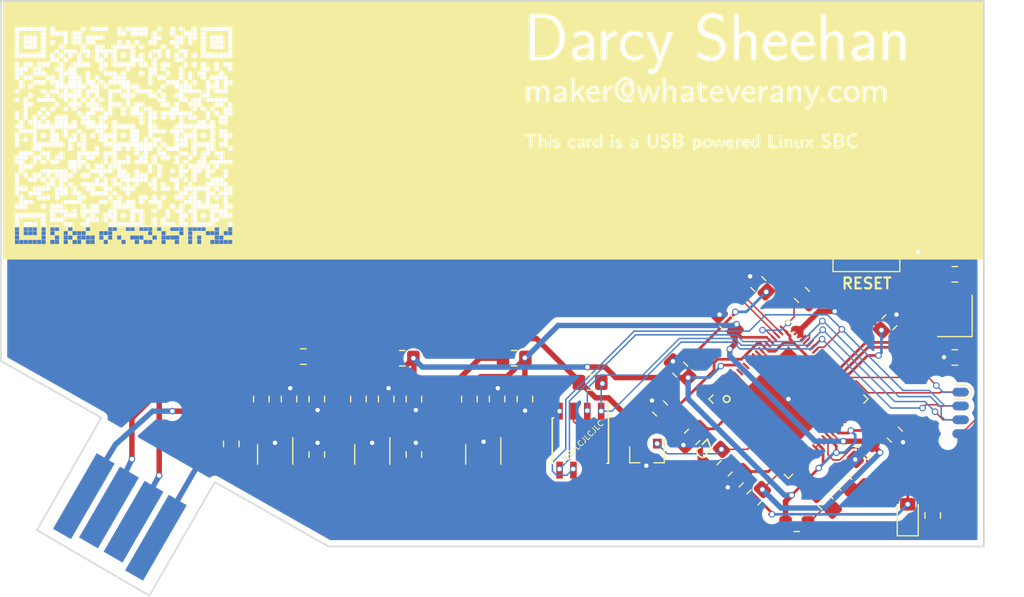
<source format=kicad_pcb>
(kicad_pcb (version 20171130) (host pcbnew "(5.1.8-0-10_14)")
  (layers (0 F.Cu signal) (31 B.Cu signal) (35 F.Paste user) (37 F.SilkS user hide) (39 F.Mask user) (44 Edge.Cuts user))
  (net 0 "")
  (net 1 GND)
  (net 2 /RESET)
  (net 3 /SPI_MISO)
  (net 4 /SPI_CS)
  (net 5 /UART_TX)
  (net 6 /SPI_MOSI)
  (net 7 /SPI_CLK)
  (net 8 /UART_RX)
  (net 9 /USB_VBUS)
  (net 10 /USB_DN)
  (net 11 /USB_DP)
  (net 12 "Net-(U7-Pad88)")
  (net 13 "Net-(U7-Pad83)")
  (net 14 "Net-(U7-Pad81)")
  (net 15 +2V5)
  (net 16 "Net-(U7-Pad79)")
  (net 17 "Net-(U7-Pad78)")
  (net 18 "Net-(U7-Pad77)")
  (net 19 "Net-(U7-Pad76)")
  (net 20 "Net-(U7-Pad75)")
  (net 21 +3V3)
  (net 22 "Net-(U7-Pad72)")
  (net 23 +1V1)
  (net 24 "Net-(U7-Pad56)")
  (net 25 "Net-(U7-Pad54)")
  (net 26 /CLKP)
  (net 27 /CLKN)
  (net 28 "Net-(U7-Pad47)")
  (net 29 "Net-(U7-Pad46)")
  (net 30 "Net-(U7-Pad45)")
  (net 31 "Net-(U7-Pad44)")
  (net 32 "Net-(U7-Pad43)")
  (net 33 "Net-(U7-Pad42)")
  (net 34 "Net-(U7-Pad41)")
  (net 35 "Net-(U7-Pad40)")
  (net 36 "Net-(U7-Pad39)")
  (net 37 "Net-(R7-Pad1)")
  (net 38 "Net-(U7-Pad29)")
  (net 39 "Net-(U7-Pad28)")
  (net 40 "Net-(U7-Pad27)")
  (net 41 "Net-(U7-Pad26)")
  (net 42 "Net-(U7-Pad25)")
  (net 43 "Net-(U7-Pad24)")
  (net 44 "Net-(U7-Pad23)")
  (net 45 "Net-(U7-Pad21)")
  (net 46 "Net-(U7-Pad19)")
  (net 47 "Net-(U7-Pad18)")
  (net 48 "Net-(U7-Pad17)")
  (net 49 "Net-(U7-Pad16)")
  (net 50 "Net-(U7-Pad15)")
  (net 51 "Net-(U7-Pad14)")
  (net 52 /STATUS)
  (net 53 "Net-(U7-Pad12)")
  (net 54 "Net-(U7-Pad11)")
  (net 55 "Net-(U7-Pad10)")
  (net 56 "Net-(U7-Pad9)")
  (net 57 "Net-(U7-Pad8)")
  (net 58 "Net-(U7-Pad7)")
  (net 59 "Net-(U7-Pad6)")
  (net 60 "Net-(U7-Pad3)")
  (net 61 "Net-(U7-Pad1)")
  (net 62 "Net-(D1-Pad1)")
  (net 63 "Net-(Q1-Pad2)")
  (net 64 "Net-(R3-Pad1)")
  (net 65 "Net-(R2-Pad1)")
  (net 66 "Net-(R1-Pad1)")
  (net 67 /FUSE_PWR)
  (net 68 "Net-(L1-Pad2)")
  (net 69 "Net-(L2-Pad2)")
  (net 70 "Net-(L3-Pad2)")
  (net 71 "Net-(U8-Pad3)")
  (net 72 "Net-(U7-Pad58)")
  (net 73 "Net-(U7-Pad57)")
  (net 74 "Net-(U7-Pad55)")
  (net 75 "Net-(U7-Pad53)")
  (net 76 "Net-(U7-Pad38)")
  (net 77 "Net-(U7-Pad37)")
  (module business-card:copyleft (layer B.Cu) (at 126.49 94 180)
    (fp_text reference G*** hide)
    (fp_text value LOGO hide)
    (fp_poly (pts (xy 2.278845 0.570295) (xy 2.301572 0.562389) (xy 2.321982 0.541345) (xy 2.344465 0.500726) (xy 2.373411 0.434096) (xy 2.413208 0.335018) (xy 2.416743 0.326126) (xy 2.514259 0.080752) (xy 2.54031 0.162084) (xy 2.560589 0.221562) (xy 2.590296 0.304176) (xy 2.623544 0.393599) (xy 2.628802 0.407458) (xy 2.660627 0.48821) (xy 2.684467 0.536998) (xy 2.706372 0.5618) (xy 2.732391 0.570591) (xy 2.753205 0.5715) (xy 2.797162 0.568999) (xy 2.815167 0.563078) (xy 2.807117 0.535487) (xy 2.784953 0.47621) (xy 2.751651 0.39229) (xy 2.71019 0.290771) (xy 2.663545 0.178695) (xy 2.614696 0.063107) (xy 2.566618 -0.048951) (xy 2.522289 -0.150435) (xy 2.484686 -0.234301) (xy 2.456787 -0.293506) (xy 2.441568 -0.321008) (xy 2.441358 -0.321248) (xy 2.387492 -0.351712) (xy 2.31447 -0.359834) (xy 2.257027 -0.357508) (xy 2.230304 -0.34599) (xy 2.222753 -0.318464) (xy 2.2225 -0.305563) (xy 2.227449 -0.268732) (xy 2.250841 -0.256297) (xy 2.291292 -0.257938) (xy 2.334359 -0.258109) (xy 2.36423 -0.24218) (xy 2.393112 -0.201065) (xy 2.410477 -0.169205) (xy 2.460871 -0.073827) (xy 2.349653 0.180045) (xy 2.304981 0.282142) (xy 2.263904 0.376248) (xy 2.230782 0.452357) (xy 2.209977 0.500468) (xy 2.209018 0.502708) (xy 2.179599 0.5715) (xy 2.249413 0.5715) (xy 2.278845 0.570295)) (layer B.Cu) (width 0.01))
    (fp_poly (pts (xy -4.871885 0.956512) (xy -4.721491 0.905789) (xy -4.593296 0.823265) (xy -4.493829 0.713155) (xy -4.492913 0.711797) (xy -4.421648 0.579202) (xy -4.388202 0.444665) (xy -4.387729 0.312133) (xy -4.420671 0.164749) (xy -4.487739 0.035082) (xy -4.58304 -0.072956) (xy -4.700678 -0.155449) (xy -4.834761 -0.208482) (xy -4.979394 -0.228143) (xy -5.128682 -0.210515) (xy -5.160998 -0.201421) (xy -5.299565 -0.137701) (xy -5.414993 -0.043802) (xy -5.503335 0.073714) (xy -5.560648 0.208286) (xy -5.582987 0.353353) (xy -5.581427 0.370416) (xy -5.468462 0.370416) (xy -5.449504 0.232483) (xy -5.396923 0.112141) (xy -5.316702 0.013105) (xy -5.214825 -0.060912) (xy -5.097275 -0.106196) (xy -4.970035 -0.119035) (xy -4.83909 -0.095714) (xy -4.766222 -0.065399) (xy -4.659536 0.009502) (xy -4.574776 0.109579) (xy -4.517212 0.225269) (xy -4.492113 0.347006) (xy -4.4958 0.425452) (xy -4.537637 0.566559) (xy -4.611534 0.684122) (xy -4.712752 0.774001) (xy -4.836549 0.832055) (xy -4.978186 0.854143) (xy -4.986701 0.854233) (xy -5.124479 0.835069) (xy -5.24616 0.780321) (xy -5.346407 0.695346) (xy -5.419887 0.585502) (xy -5.461265 0.456148) (xy -5.468462 0.370416) (xy -5.581427 0.370416) (xy -5.571307 0.48108) (xy -5.520863 0.628558) (xy -5.439222 0.75447) (xy -5.332153 0.854894) (xy -5.20543 0.925905) (xy -5.064821 0.963582) (xy -4.9161 0.964002) (xy -4.871885 0.956512)) (layer B.Cu) (width 0.01))
    (fp_poly (pts (xy -2.722767 0.869462) (xy -2.685691 0.852421) (xy -2.619305 0.795897) (xy -2.572361 0.713948) (xy -2.543363 0.602247) (xy -2.530816 0.45647) (xy -2.530031 0.402166) (xy -2.533718 0.262188) (xy -2.546484 0.155686) (xy -2.570536 0.074363) (xy -2.608082 0.009925) (xy -2.645333 -0.031271) (xy -2.720481 -0.077964) (xy -2.813376 -0.100452) (xy -2.906874 -0.096407) (xy -2.966533 -0.074871) (xy -3.008548 -0.03743) (xy -3.052581 0.022332) (xy -3.072367 0.057788) (xy -3.094523 0.107773) (xy -3.108944 0.157197) (xy -3.117178 0.216962) (xy -3.120774 0.297969) (xy -3.121315 0.402166) (xy -3.120686 0.419083) (xy -3.005548 0.419083) (xy -2.997485 0.282111) (xy -2.974623 0.168273) (xy -2.939385 0.080861) (xy -2.894198 0.023167) (xy -2.841484 -0.001516) (xy -2.783669 0.010103) (xy -2.733533 0.049687) (xy -2.69574 0.112133) (xy -2.66987 0.20006) (xy -2.655551 0.30447) (xy -2.652414 0.416365) (xy -2.660088 0.526746) (xy -2.678202 0.626615) (xy -2.706385 0.706973) (xy -2.744268 0.758823) (xy -2.763198 0.770018) (xy -2.842349 0.783152) (xy -2.907185 0.757683) (xy -2.956587 0.695233) (xy -2.989435 0.597424) (xy -3.004609 0.465877) (xy -3.005548 0.419083) (xy -3.120686 0.419083) (xy -3.115748 0.551769) (xy -3.098753 0.666452) (xy -3.068281 0.752574) (xy -3.022286 0.816496) (xy -2.975881 0.854017) (xy -2.90169 0.881693) (xy -2.810926 0.886806) (xy -2.722767 0.869462)) (layer B.Cu) (width 0.01))
    (fp_poly (pts (xy -1.316774 0.871978) (xy -1.233903 0.819932) (xy -1.171317 0.731391) (xy -1.152774 0.688744) (xy -1.134888 0.613953) (xy -1.124885 0.512602) (xy -1.122412 0.396836) (xy -1.127119 0.278803) (xy -1.138652 0.17065) (xy -1.156662 0.084526) (xy -1.171364 0.046689) (xy -1.236322 -0.035063) (xy -1.321959 -0.085965) (xy -1.418554 -0.10346) (xy -1.516387 -0.084992) (xy -1.568495 -0.057719) (xy -1.632356 0.00529) (xy -1.677107 0.09776) (xy -1.70378 0.222894) (xy -1.713408 0.383896) (xy -1.713455 0.391583) (xy -1.711577 0.457628) (xy -1.584113 0.457628) (xy -1.582324 0.292215) (xy -1.563226 0.164472) (xy -1.526607 0.073341) (xy -1.500434 0.039934) (xy -1.441895 0.006878) (xy -1.377815 0.011903) (xy -1.317735 0.053535) (xy -1.303843 0.070313) (xy -1.285271 0.099374) (xy -1.272688 0.133197) (xy -1.264959 0.180264) (xy -1.260949 0.249051) (xy -1.25952 0.34804) (xy -1.259416 0.401942) (xy -1.259835 0.514348) (xy -1.261975 0.592733) (xy -1.267161 0.645406) (xy -1.27672 0.680676) (xy -1.291976 0.706853) (xy -1.311667 0.7295) (xy -1.376046 0.773095) (xy -1.444122 0.776486) (xy -1.508232 0.740249) (xy -1.53249 0.712873) (xy -1.55518 0.674213) (xy -1.56995 0.624676) (xy -1.578963 0.553568) (xy -1.584113 0.457628) (xy -1.711577 0.457628) (xy -1.709444 0.53264) (xy -1.694518 0.640761) (xy -1.666379 0.724457) (xy -1.62273 0.792239) (xy -1.598018 0.819215) (xy -1.547912 0.862868) (xy -1.499734 0.88339) (xy -1.432867 0.88895) (xy -1.421907 0.889) (xy -1.316774 0.871978)) (layer B.Cu) (width 0.01))
    (fp_poly (pts (xy 3.850043 0.929472) (xy 3.857373 0.927323) (xy 3.923232 0.900267) (xy 3.953077 0.864455) (xy 3.953225 0.810649) (xy 3.949267 0.792922) (xy 3.936602 0.756225) (xy 3.916624 0.754477) (xy 3.888776 0.772327) (xy 3.835903 0.80042) (xy 3.769786 0.824769) (xy 3.763149 0.826632) (xy 3.681791 0.8339) (xy 3.606047 0.815651) (xy 3.544725 0.777689) (xy 3.506635 0.725813) (xy 3.500586 0.665827) (xy 3.503297 0.655492) (xy 3.527347 0.607369) (xy 3.570033 0.56948) (xy 3.639593 0.536338) (xy 3.724307 0.508306) (xy 3.847763 0.459903) (xy 3.933213 0.397445) (xy 3.983793 0.316847) (xy 4.002639 0.214022) (xy 4.000755 0.148166) (xy 3.973859 0.054433) (xy 3.914584 -0.019676) (xy 3.829235 -0.071721) (xy 3.72412 -0.099265) (xy 3.605547 -0.099868) (xy 3.479821 -0.071094) (xy 3.456226 -0.062334) (xy 3.393716 -0.036134) (xy 3.362382 -0.014949) (xy 3.353709 0.01093) (xy 3.358725 0.048818) (xy 3.370696 0.103503) (xy 3.385683 0.121933) (xy 3.414843 0.109397) (xy 3.443851 0.089164) (xy 3.543501 0.036345) (xy 3.645864 0.013732) (xy 3.738988 0.023625) (xy 3.754606 0.02935) (xy 3.827516 0.076488) (xy 3.865329 0.136835) (xy 3.869905 0.202958) (xy 3.843108 0.267424) (xy 3.786798 0.322802) (xy 3.702838 0.361659) (xy 3.669369 0.369592) (xy 3.553219 0.406646) (xy 3.462151 0.466098) (xy 3.39959 0.542167) (xy 3.368963 0.629075) (xy 3.373696 0.721039) (xy 3.411678 0.804333) (xy 3.491604 0.887481) (xy 3.594212 0.936855) (xy 3.715145 0.951253) (xy 3.850043 0.929472)) (layer B.Cu) (width 0.01))
    (fp_poly (pts (xy -8.643144 0.574964) (xy -8.626862 0.554808) (xy -8.625416 0.534856) (xy -8.638191 0.497239) (xy -8.681244 0.461314) (xy -8.720595 0.439606) (xy -8.782246 0.400698) (xy -8.829408 0.357143) (xy -8.841991 0.338666) (xy -8.854445 0.2923) (xy -8.863691 0.216698) (xy -8.868274 0.124921) (xy -8.868521 0.100541) (xy -8.868833 -0.084667) (xy -8.995833 -0.084667) (xy -8.995833 0.5715) (xy -8.932333 0.5715) (xy -8.886084 0.565032) (xy -8.869638 0.540463) (xy -8.868833 0.527725) (xy -8.868833 0.483951) (xy -8.809371 0.526291) (xy -8.748299 0.558488) (xy -8.687663 0.575357) (xy -8.643144 0.574964)) (layer B.Cu) (width 0.01))
    (fp_poly (pts (xy -8.21128 0.579743) (xy -8.131733 0.538218) (xy -8.068446 0.464288) (xy -8.050995 0.429305) (xy -8.030428 0.361392) (xy -8.022166 0.297013) (xy -8.022166 0.232833) (xy -8.233833 0.232833) (xy -8.330307 0.232201) (xy -8.392082 0.229327) (xy -8.426787 0.222744) (xy -8.44205 0.210985) (xy -8.445499 0.192583) (xy -8.4455 0.192124) (xy -8.432422 0.15026) (xy -8.400047 0.097993) (xy -8.390702 0.086291) (xy -8.322089 0.03499) (xy -8.237337 0.019941) (xy -8.143559 0.042017) (xy -8.120289 0.053047) (xy -8.063506 0.078825) (xy -8.033698 0.078983) (xy -8.022925 0.051841) (xy -8.022166 0.032293) (xy -8.039012 -0.017878) (xy -8.084615 -0.052373) (xy -8.152583 -0.073167) (xy -8.240956 -0.082344) (xy -8.32921 -0.079097) (xy -8.392583 -0.064473) (xy -8.470361 -0.010928) (xy -8.528115 0.070981) (xy -8.56285 0.170857) (xy -8.571569 0.278306) (xy -8.555915 0.359007) (xy -8.433479 0.359007) (xy -8.426352 0.346697) (xy -8.395985 0.340719) (xy -8.334828 0.338806) (xy -8.287495 0.338666) (xy -8.202728 0.341446) (xy -8.147423 0.349191) (xy -8.128 0.360795) (xy -8.144286 0.395715) (xy -8.183249 0.437112) (xy -8.230046 0.471858) (xy -8.269834 0.486826) (xy -8.270495 0.486833) (xy -8.327455 0.470227) (xy -8.385798 0.428881) (xy -8.424914 0.379914) (xy -8.433479 0.359007) (xy -8.555915 0.359007) (xy -8.551274 0.382932) (xy -8.533307 0.423663) (xy -8.468102 0.510825) (xy -8.387403 0.565954) (xy -8.29915 0.588958) (xy -8.21128 0.579743)) (layer B.Cu) (width 0.01))
    (fp_poly (pts (xy -7.362658 0.569638) (xy -7.344833 0.565262) (xy -7.352101 0.544455) (xy -7.372185 0.490977) (xy -7.402508 0.411588) (xy -7.440493 0.313051) (xy -7.467864 0.24247) (xy -7.514161 0.124147) (xy -7.548727 0.039544) (xy -7.574959 -0.017159) (xy -7.596252 -0.05178) (xy -7.616002 -0.070138) (xy -7.637604 -0.078053) (xy -7.656378 -0.080568) (xy -7.70526 -0.080192) (xy -7.732073 -0.070268) (xy -7.732255 -0.069985) (xy -7.743246 -0.04506) (xy -7.7664 0.011865) (xy -7.798714 0.093269) (xy -7.837183 0.191629) (xy -7.853157 0.232833) (xy -7.893393 0.336856) (xy -7.928654 0.427981) (xy -7.955888 0.498324) (xy -7.972043 0.54) (xy -7.97461 0.546596) (xy -7.970572 0.565306) (xy -7.93358 0.569165) (xy -7.915404 0.567763) (xy -7.88522 0.563354) (xy -7.862078 0.552433) (xy -7.841565 0.528157) (xy -7.819271 0.483684) (xy -7.790784 0.412171) (xy -7.757743 0.323214) (xy -7.722837 0.229911) (xy -7.692588 0.151864) (xy -7.670246 0.097274) (xy -7.659092 0.074369) (xy -7.647029 0.085404) (xy -7.629641 0.126253) (xy -7.621962 0.149964) (xy -7.601741 0.211839) (xy -7.571891 0.296615) (xy -7.53825 0.387784) (xy -7.532051 0.404101) (xy -7.499785 0.485833) (xy -7.475701 0.535538) (xy -7.453882 0.561105) (xy -7.42841 0.570421) (xy -7.40648 0.5715) (xy -7.362658 0.569638)) (layer B.Cu) (width 0.01))
    (fp_poly (pts (xy -6.447826 0.868864) (xy -6.44283 0.812575) (xy -6.438801 0.726312) (xy -6.436009 0.616253) (xy -6.434722 0.488576) (xy -6.434666 0.455083) (xy -6.434666 0.021166) (xy -6.35 0.021166) (xy -6.295451 0.018278) (xy -6.271205 0.004655) (xy -6.265363 -0.027142) (xy -6.265333 -0.03175) (xy -6.265333 -0.084667) (xy -6.731 -0.084667) (xy -6.731 -0.03175) (xy -6.726379 0.002343) (xy -6.704581 0.017496) (xy -6.653706 0.021148) (xy -6.646333 0.021166) (xy -6.561666 0.021166) (xy -6.561666 0.724473) (xy -6.656916 0.71019) (xy -6.715191 0.702979) (xy -6.742993 0.707663) (xy -6.751569 0.728957) (xy -6.752166 0.75012) (xy -6.743317 0.791668) (xy -6.710261 0.804633) (xy -6.704541 0.804798) (xy -6.656669 0.813704) (xy -6.59186 0.835601) (xy -6.564647 0.847131) (xy -6.506467 0.871867) (xy -6.464047 0.886896) (xy -6.453522 0.889) (xy -6.447826 0.868864)) (layer B.Cu) (width 0.01))
    (fp_poly (pts (xy -3.433457 0.872479) (xy -3.347327 0.822055) (xy -3.283915 0.736435) (xy -3.280384 0.729321) (xy -3.250197 0.652992) (xy -3.24067 0.583757) (xy -3.254349 0.51543) (xy -3.293783 0.441825) (xy -3.361523 0.356755) (xy -3.460116 0.254036) (xy -3.487139 0.227541) (xy -3.677549 0.042333) (xy -3.2385 0.042333) (xy -3.2385 -0.084667) (xy -3.831166 -0.084667) (xy -3.831166 -0.022631) (xy -3.825684 0.010227) (xy -3.805831 0.046758) (xy -3.766499 0.093397) (xy -3.702579 0.156579) (xy -3.650511 0.204911) (xy -3.54779 0.302125) (xy -3.474493 0.380143) (xy -3.426259 0.44528) (xy -3.398729 0.503849) (xy -3.387542 0.562165) (xy -3.386666 0.586987) (xy -3.402964 0.671922) (xy -3.445949 0.735291) (xy -3.506758 0.773286) (xy -3.576527 0.782099) (xy -3.646393 0.757922) (xy -3.691702 0.718042) (xy -3.727132 0.66622) (xy -3.745697 0.620106) (xy -3.7465 0.612209) (xy -3.755894 0.577238) (xy -3.778628 0.57709) (xy -3.806534 0.610127) (xy -3.8145 0.625841) (xy -3.827418 0.67028) (xy -3.818291 0.715235) (xy -3.799249 0.754476) (xy -3.738803 0.830862) (xy -3.655057 0.874935) (xy -3.544442 0.889) (xy -3.433457 0.872479)) (layer B.Cu) (width 0.01))
    (fp_poly (pts (xy -2.057937 0.886078) (xy -2.007003 0.873058) (xy -1.961781 0.843559) (xy -1.934447 0.819567) (xy -1.871209 0.742787) (xy -1.844614 0.666109) (xy -1.835052 0.59556) (xy -1.835686 0.538203) (xy -1.850457 0.486305) (xy -1.883304 0.432136) (xy -1.938167 0.367963) (xy -2.018986 0.286054) (xy -2.057282 0.248708) (xy -2.269956 0.042333) (xy -1.817521 0.042333) (xy -1.824219 -0.015875) (xy -1.830916 -0.074084) (xy -2.121958 -0.079972) (xy -2.413 -0.085861) (xy -2.413 -0.026615) (xy -2.406303 0.006046) (xy -2.383291 0.046376) (xy -2.339576 0.10007) (xy -2.270774 0.172822) (xy -2.220984 0.222691) (xy -2.123842 0.321141) (xy -2.054432 0.398093) (xy -2.008506 0.459783) (xy -1.981812 0.512448) (xy -1.970102 0.562325) (xy -1.9685 0.593244) (xy -1.986146 0.660025) (xy -2.031006 0.722445) (xy -2.090967 0.767699) (xy -2.14818 0.783166) (xy -2.221104 0.771181) (xy -2.274061 0.730709) (xy -2.315744 0.654977) (xy -2.317125 0.651555) (xy -2.353342 0.561042) (xy -2.393284 0.610369) (xy -2.41714 0.643304) (xy -2.421821 0.670976) (xy -2.407116 0.710323) (xy -2.391647 0.741199) (xy -2.341884 0.818699) (xy -2.282375 0.864701) (xy -2.201756 0.885693) (xy -2.132813 0.889) (xy -2.057937 0.886078)) (layer B.Cu) (width 0.01))
    (fp_poly (pts (xy -0.125512 0.9239) (xy 0.013467 0.900123) (xy 0.122894 0.857782) (xy 0.207944 0.794659) (xy 0.273794 0.708535) (xy 0.290144 0.678734) (xy 0.34085 0.539225) (xy 0.355044 0.396766) (xy 0.333408 0.259475) (xy 0.276625 0.13547) (xy 0.240391 0.086869) (xy 0.182818 0.02515) (xy 0.126854 -0.018572) (xy 0.063101 -0.047741) (xy -0.017844 -0.065796) (xy -0.12538 -0.076179) (xy -0.216958 -0.080556) (xy -0.465666 -0.089885) (xy -0.465666 0.016539) (xy -0.3175 0.016539) (xy -0.159824 0.024502) (xy -0.058984 0.033704) (xy 0.011033 0.050949) (xy 0.057135 0.075679) (xy 0.103189 0.121233) (xy 0.149763 0.185373) (xy 0.165583 0.212906) (xy 0.193551 0.275364) (xy 0.206493 0.335403) (xy 0.207576 0.411611) (xy 0.205595 0.447779) (xy 0.18462 0.58366) (xy 0.139629 0.685865) (xy 0.067541 0.75751) (xy -0.034724 0.801714) (xy -0.163303 0.821171) (xy -0.3175 0.831067) (xy -0.3175 0.016539) (xy -0.465666 0.016539) (xy -0.465666 0.931333) (xy -0.299222 0.931333) (xy -0.125512 0.9239)) (layer B.Cu) (width 0.01))
    (fp_poly (pts (xy 0.814388 0.581205) (xy 0.901752 0.540649) (xy 0.935939 0.509747) (xy 0.960405 0.480773) (xy 0.976942 0.452849) (xy 0.9871 0.417271) (xy 0.992433 0.365336) (xy 0.994494 0.288341) (xy 0.994834 0.179583) (xy 0.994834 -0.084667) (xy 0.931334 -0.084667) (xy 0.886746 -0.078687) (xy 0.867838 -0.064279) (xy 0.867834 -0.064024) (xy 0.850996 -0.054068) (xy 0.813539 -0.064024) (xy 0.727678 -0.083821) (xy 0.640328 -0.083157) (xy 0.566356 -0.063379) (xy 0.529991 -0.038342) (xy 0.4941 0.029836) (xy 0.489957 0.063558) (xy 0.617253 0.063558) (xy 0.640163 0.035237) (xy 0.640292 0.035185) (xy 0.702893 0.023692) (xy 0.775672 0.027669) (xy 0.826892 0.043078) (xy 0.860893 0.08444) (xy 0.867834 0.130622) (xy 0.867834 0.196254) (xy 0.769427 0.182766) (xy 0.704114 0.169761) (xy 0.654357 0.15272) (xy 0.642427 0.145547) (xy 0.618135 0.106886) (xy 0.617253 0.063558) (xy 0.489957 0.063558) (xy 0.486834 0.088969) (xy 0.493103 0.148282) (xy 0.519597 0.186772) (xy 0.555625 0.211916) (xy 0.624328 0.244414) (xy 0.695882 0.265303) (xy 0.6985 0.265741) (xy 0.782354 0.280043) (xy 0.832741 0.292464) (xy 0.858121 0.306963) (xy 0.866955 0.327497) (xy 0.867834 0.344943) (xy 0.852012 0.410542) (xy 0.811834 0.462047) (xy 0.758233 0.486345) (xy 0.749537 0.486833) (xy 0.694732 0.478602) (xy 0.629503 0.458449) (xy 0.621152 0.455083) (xy 0.565269 0.432324) (xy 0.53832 0.427459) (xy 0.529789 0.443033) (xy 0.529167 0.47733) (xy 0.53885 0.518353) (xy 0.574712 0.548638) (xy 0.607903 0.564225) (xy 0.712801 0.589668) (xy 0.814388 0.581205)) (layer B.Cu) (width 0.01))
    (fp_poly (pts (xy 1.53696 0.577745) (xy 1.544941 0.541002) (xy 1.545167 0.529166) (xy 1.537523 0.48136) (xy 1.511524 0.465691) (xy 1.508125 0.465587) (xy 1.465951 0.454919) (xy 1.411243 0.428885) (xy 1.403591 0.424355) (xy 1.352931 0.379687) (xy 1.318693 0.314053) (xy 1.298871 0.221099) (xy 1.291456 0.094473) (xy 1.291285 0.068791) (xy 1.291167 -0.084667) (xy 1.164167 -0.084667) (xy 1.164167 0.5715) (xy 1.227667 0.5715) (xy 1.274741 0.56439) (xy 1.290827 0.539109) (xy 1.291167 0.532045) (xy 1.294052 0.510575) (xy 1.308907 0.506355) (xy 1.345028 0.52038) (xy 1.390004 0.542629) (xy 1.46596 0.577997) (xy 1.51279 0.589889) (xy 1.53696 0.577745)) (layer B.Cu) (width 0.01))
    (fp_poly (pts (xy 1.965019 0.586565) (xy 2.044829 0.569908) (xy 2.104975 0.540699) (xy 2.135764 0.502552) (xy 2.137834 0.489162) (xy 2.128713 0.446988) (xy 2.097792 0.434145) (xy 2.039733 0.449037) (xy 2.024345 0.455224) (xy 1.943855 0.481555) (xy 1.881964 0.48043) (xy 1.823871 0.450401) (xy 1.802589 0.433548) (xy 1.744018 0.358607) (xy 1.720835 0.267409) (xy 1.734673 0.169241) (xy 1.749712 0.132582) (xy 1.79911 0.064217) (xy 1.8659 0.029486) (xy 1.95327 0.027851) (xy 2.06441 0.058775) (xy 2.100792 0.073437) (xy 2.128188 0.077097) (xy 2.137451 0.049565) (xy 2.137834 0.034558) (xy 2.118998 -0.016231) (xy 2.068954 -0.054397) (xy 1.997394 -0.078232) (xy 1.91401 -0.086031) (xy 1.828495 -0.076087) (xy 1.750542 -0.046694) (xy 1.734005 -0.036535) (xy 1.655722 0.039748) (xy 1.6085 0.136311) (xy 1.593091 0.243879) (xy 1.610248 0.353176) (xy 1.660722 0.454926) (xy 1.691118 0.492198) (xy 1.746584 0.545093) (xy 1.797717 0.572988) (xy 1.863969 0.585905) (xy 1.875239 0.587057) (xy 1.965019 0.586565)) (layer B.Cu) (width 0.01))
    (fp_poly (pts (xy 4.318 0.740833) (xy 4.319314 0.63752) (xy 4.32424 0.571771) (xy 4.334254 0.538871) (xy 4.350834 0.534107) (xy 4.375456 0.552762) (xy 4.376561 0.553861) (xy 4.411377 0.568679) (xy 4.470709 0.577491) (xy 4.500561 0.578555) (xy 4.56954 0.573565) (xy 4.615455 0.553797) (xy 4.649433 0.520931) (xy 4.669851 0.494502) (xy 4.683742 0.465682) (xy 4.692353 0.42612) (xy 4.696933 0.367468) (xy 4.698729 0.281378) (xy 4.699 0.18932) (xy 4.699 -0.084667) (xy 4.572 -0.084667) (xy 4.572 0.166741) (xy 4.571132 0.280224) (xy 4.566897 0.358914) (xy 4.556847 0.41034) (xy 4.538534 0.442032) (xy 4.509511 0.461521) (xy 4.471811 0.474974) (xy 4.425795 0.475227) (xy 4.377585 0.442361) (xy 4.371269 0.436193) (xy 4.347884 0.410311) (xy 4.332572 0.382532) (xy 4.323632 0.34369) (xy 4.319365 0.284619) (xy 4.318068 0.196153) (xy 4.318 0.149129) (xy 4.318 -0.084667) (xy 4.191 -0.084667) (xy 4.191 0.9525) (xy 4.318 0.9525) (xy 4.318 0.740833)) (layer B.Cu) (width 0.01))
    (fp_poly (pts (xy 5.189317 0.587388) (xy 5.273351 0.553683) (xy 5.340704 0.490666) (xy 5.38433 0.402602) (xy 5.3975 0.309009) (xy 5.3975 0.232833) (xy 5.185834 0.232833) (xy 5.089596 0.232299) (xy 5.028001 0.229633) (xy 4.993363 0.223238) (xy 4.977996 0.211518) (xy 4.974211 0.192876) (xy 4.974167 0.188872) (xy 4.988509 0.146463) (xy 5.024145 0.095753) (xy 5.036039 0.083038) (xy 5.112476 0.034481) (xy 5.202591 0.020799) (xy 5.29425 0.04331) (xy 5.312834 0.052916) (xy 5.36393 0.078456) (xy 5.389194 0.077233) (xy 5.397189 0.047161) (xy 5.3975 0.032293) (xy 5.37857 -0.0168) (xy 5.328292 -0.053991) (xy 5.25643 -0.07746) (xy 5.17275 -0.085391) (xy 5.087018 -0.075966) (xy 5.009 -0.047366) (xy 4.999395 -0.041817) (xy 4.934793 0.01833) (xy 4.883287 0.104819) (xy 4.8529 0.20196) (xy 4.848097 0.254) (xy 4.863526 0.350329) (xy 4.871583 0.36888) (xy 4.995334 0.36888) (xy 5.005441 0.35226) (xy 5.040569 0.342771) (xy 5.107926 0.338943) (xy 5.1435 0.338666) (xy 5.225005 0.340728) (xy 5.271539 0.347891) (xy 5.290313 0.361626) (xy 5.291667 0.36888) (xy 5.274624 0.404363) (xy 5.233612 0.443884) (xy 5.183807 0.475362) (xy 5.1435 0.486833) (xy 5.098928 0.473266) (xy 5.049284 0.440617) (xy 5.009743 0.400968) (xy 4.995334 0.36888) (xy 4.871583 0.36888) (xy 4.904467 0.444592) (xy 4.962895 0.5211) (xy 4.999395 0.549817) (xy 5.095649 0.58752) (xy 5.189317 0.587388)) (layer B.Cu) (width 0.01))
    (fp_poly (pts (xy 5.891499 0.556637) (xy 5.965416 0.494226) (xy 6.013618 0.403394) (xy 6.032281 0.289073) (xy 6.032382 0.280458) (xy 6.030573 0.259182) (xy 6.019976 0.245422) (xy 5.993027 0.237542) (xy 5.942165 0.233907) (xy 5.859826 0.23288) (xy 5.812232 0.232833) (xy 5.713965 0.232506) (xy 5.650857 0.230434) (xy 5.615735 0.224981) (xy 5.601425 0.214511) (xy 5.600753 0.197387) (xy 5.603436 0.185208) (xy 5.625499 0.137587) (xy 5.664089 0.084714) (xy 5.668915 0.079375) (xy 5.739481 0.032059) (xy 5.825259 0.022061) (xy 5.920499 0.049918) (xy 5.930527 0.054913) (xy 5.977471 0.075256) (xy 6.003042 0.072576) (xy 6.013818 0.060204) (xy 6.030897 0.01242) (xy 6.010756 -0.024906) (xy 5.959097 -0.053997) (xy 5.853092 -0.082289) (xy 5.74692 -0.082948) (xy 5.653759 -0.056908) (xy 5.610031 -0.029229) (xy 5.534917 0.05229) (xy 5.494002 0.146368) (xy 5.482246 0.25824) (xy 5.497113 0.362125) (xy 5.621747 0.362125) (xy 5.624841 0.347934) (xy 5.649806 0.341064) (xy 5.704123 0.338858) (xy 5.767172 0.338666) (xy 5.851939 0.341446) (xy 5.907244 0.349191) (xy 5.926667 0.360795) (xy 5.9129 0.389528) (xy 5.879295 0.43021) (xy 5.874712 0.434879) (xy 5.807828 0.478457) (xy 5.739818 0.481653) (xy 5.677056 0.445749) (xy 5.633046 0.386291) (xy 5.621747 0.362125) (xy 5.497113 0.362125) (xy 5.498951 0.374966) (xy 5.545463 0.471228) (xy 5.61664 0.541656) (xy 5.707341 0.580877) (xy 5.795693 0.585695) (xy 5.891499 0.556637)) (layer B.Cu) (width 0.01))
    (fp_poly (pts (xy 6.2865 0.513311) (xy 6.369331 0.554292) (xy 6.461406 0.581926) (xy 6.550139 0.576781) (xy 6.623799 0.540133) (xy 6.639658 0.524917) (xy 6.655849 0.500932) (xy 6.667392 0.465596) (xy 6.675332 0.411403) (xy 6.680712 0.330848) (xy 6.684576 0.216429) (xy 6.685015 0.198929) (xy 6.691947 -0.084667) (xy 6.565212 -0.084667) (xy 6.558148 0.168334) (xy 6.553709 0.268553) (xy 6.546872 0.353496) (xy 6.538575 0.41409) (xy 6.529917 0.441121) (xy 6.4686 0.474347) (xy 6.402956 0.466233) (xy 6.359084 0.437996) (xy 6.333446 0.413808) (xy 6.316184 0.387799) (xy 6.30516 0.350993) (xy 6.298234 0.294412) (xy 6.293266 0.209082) (xy 6.290792 0.151478) (xy 6.281062 -0.084667) (xy 6.1595 -0.084667) (xy 6.1595 0.9525) (xy 6.2865 0.9525) (xy 6.2865 0.513311)) (layer B.Cu) (width 0.01))
    (fp_poly (pts (xy 7.201812 0.576246) (xy 7.239693 0.560558) (xy 7.289532 0.527358) (xy 7.324821 0.482878) (xy 7.34779 0.420042) (xy 7.360669 0.331777) (xy 7.365688 0.211006) (xy 7.366 0.159801) (xy 7.366 -0.084667) (xy 7.3025 -0.084667) (xy 7.257912 -0.078687) (xy 7.239005 -0.064279) (xy 7.239 -0.064024) (xy 7.222163 -0.054068) (xy 7.184706 -0.064024) (xy 7.130481 -0.07652) (xy 7.057353 -0.083857) (xy 7.026444 -0.084667) (xy 6.958056 -0.080696) (xy 6.91721 -0.065407) (xy 6.891672 -0.037042) (xy 6.851497 0.05093) (xy 6.851489 0.099379) (xy 6.972078 0.099379) (xy 6.979319 0.06112) (xy 7.020846 0.032143) (xy 7.091913 0.021166) (xy 7.15507 0.02979) (xy 7.202121 0.051178) (xy 7.205738 0.054428) (xy 7.232338 0.101662) (xy 7.239 0.139095) (xy 7.228887 0.17532) (xy 7.195066 0.190255) (xy 7.132312 0.184797) (xy 7.066481 0.168802) (xy 7.000631 0.138185) (xy 6.972078 0.099379) (xy 6.851489 0.099379) (xy 6.851483 0.126915) (xy 6.890847 0.189691) (xy 6.968809 0.238038) (xy 7.084586 0.270734) (xy 7.08911 0.271544) (xy 7.160068 0.285317) (xy 7.212746 0.297924) (xy 7.234581 0.306025) (xy 7.238452 0.335305) (xy 7.225764 0.383455) (xy 7.202874 0.433754) (xy 7.176143 0.469478) (xy 7.170952 0.473366) (xy 7.121343 0.483138) (xy 7.044794 0.471473) (xy 6.949984 0.439814) (xy 6.937375 0.434563) (xy 6.910217 0.430844) (xy 6.900811 0.457884) (xy 6.900334 0.475065) (xy 6.919244 0.524712) (xy 6.969125 0.562243) (xy 7.039698 0.585068) (xy 7.120686 0.590599) (xy 7.201812 0.576246)) (layer B.Cu) (width 0.01))
    (fp_poly (pts (xy 7.959755 0.573675) (xy 8.019118 0.54668) (xy 8.061789 0.511087) (xy 8.06734 0.502693) (xy 8.07816 0.460898) (xy 8.086698 0.384545) (xy 8.092288 0.281376) (xy 8.094144 0.191231) (xy 8.09625 -0.074084) (xy 8.027459 -0.080716) (xy 7.958667 -0.087349) (xy 7.958667 0.1654) (xy 7.957224 0.285404) (xy 7.951276 0.369403) (xy 7.938389 0.423676) (xy 7.916131 0.454502) (xy 7.88207 0.468158) (xy 7.840295 0.470958) (xy 7.791784 0.465374) (xy 7.757106 0.444659) (xy 7.733749 0.402867) (xy 7.719203 0.334053) (xy 7.710957 0.232273) (xy 7.708137 0.15805) (xy 7.701024 -0.084667) (xy 7.577667 -0.084667) (xy 7.577667 0.5715) (xy 7.641167 0.5715) (xy 7.68991 0.56277) (xy 7.704667 0.542405) (xy 7.713371 0.52831) (xy 7.74442 0.534839) (xy 7.790767 0.55591) (xy 7.852037 0.581816) (xy 7.901002 0.586837) (xy 7.959755 0.573675)) (layer B.Cu) (width 0.01))
    (fp_poly (pts (xy -4.958281 0.709282) (xy -4.937932 0.692391) (xy -4.91531 0.659299) (xy -4.887304 0.604456) (xy -4.850801 0.522313) (xy -4.802688 0.407322) (xy -4.791854 0.381) (xy -4.747233 0.272146) (xy -4.708824 0.177924) (xy -4.679275 0.10487) (xy -4.661234 0.059521) (xy -4.656846 0.047625) (xy -4.675079 0.04384) (xy -4.717291 0.042333) (xy -4.756802 0.047916) (xy -4.783819 0.071626) (xy -4.808976 0.123905) (xy -4.814291 0.137583) (xy -4.850668 0.232833) (xy -5.116831 0.232833) (xy -5.1435 0.137583) (xy -5.162861 0.078991) (xy -5.184397 0.050995) (xy -5.218419 0.042645) (xy -5.233182 0.042333) (xy -5.276109 0.046711) (xy -5.285834 0.064276) (xy -5.281229 0.079375) (xy -5.268308 0.112304) (xy -5.243575 0.176117) (xy -5.21037 0.262169) (xy -5.189084 0.3175) (xy -5.075321 0.3175) (xy -4.980984 0.3175) (xy -4.923447 0.319252) (xy -4.898712 0.328299) (xy -4.897278 0.350329) (xy -4.901434 0.365125) (xy -4.918657 0.415153) (xy -4.943259 0.480842) (xy -4.950485 0.499308) (xy -4.98475 0.585866) (xy -5.030035 0.451683) (xy -5.075321 0.3175) (xy -5.189084 0.3175) (xy -5.172035 0.361816) (xy -5.164666 0.381) (xy -5.125699 0.482341) (xy -5.091197 0.57181) (xy -5.064518 0.640718) (xy -5.049022 0.680372) (xy -5.047664 0.68377) (xy -5.015489 0.713595) (xy -4.97947 0.71552) (xy -4.958281 0.709282)) (layer B.Cu) (width 0.01))
  )
  (module business-card:copyleft (layer F.Cu) (at 63.82 105 45)
    (fp_text reference G*** hide)
    (fp_text value LOGO hide)
    (fp_poly (pts (xy 2.278845 -0.570295) (xy 2.301572 -0.562389) (xy 2.321982 -0.541345) (xy 2.344465 -0.500726) (xy 2.373411 -0.434096) (xy 2.413208 -0.335018) (xy 2.416743 -0.326126) (xy 2.514259 -0.080752) (xy 2.54031 -0.162084) (xy 2.560589 -0.221562) (xy 2.590296 -0.304176) (xy 2.623544 -0.393599) (xy 2.628802 -0.407458) (xy 2.660627 -0.48821) (xy 2.684467 -0.536998) (xy 2.706372 -0.5618) (xy 2.732391 -0.570591) (xy 2.753205 -0.5715) (xy 2.797162 -0.568999) (xy 2.815167 -0.563078) (xy 2.807117 -0.535487) (xy 2.784953 -0.47621) (xy 2.751651 -0.39229) (xy 2.71019 -0.290771) (xy 2.663545 -0.178695) (xy 2.614696 -0.063107) (xy 2.566618 0.048951) (xy 2.522289 0.150435) (xy 2.484686 0.234301) (xy 2.456787 0.293506) (xy 2.441568 0.321008) (xy 2.441358 0.321248) (xy 2.387492 0.351712) (xy 2.31447 0.359834) (xy 2.257027 0.357508) (xy 2.230304 0.34599) (xy 2.222753 0.318464) (xy 2.2225 0.305563) (xy 2.227449 0.268732) (xy 2.250841 0.256297) (xy 2.291292 0.257938) (xy 2.334359 0.258109) (xy 2.36423 0.24218) (xy 2.393112 0.201065) (xy 2.410477 0.169205) (xy 2.460871 0.073827) (xy 2.349653 -0.180045) (xy 2.304981 -0.282142) (xy 2.263904 -0.376248) (xy 2.230782 -0.452357) (xy 2.209977 -0.500468) (xy 2.209018 -0.502708) (xy 2.179599 -0.5715) (xy 2.249413 -0.5715) (xy 2.278845 -0.570295)) (layer F.Cu) (width 0.01))
    (fp_poly (pts (xy -4.871885 -0.956512) (xy -4.721491 -0.905789) (xy -4.593296 -0.823265) (xy -4.493829 -0.713155) (xy -4.492913 -0.711797) (xy -4.421648 -0.579202) (xy -4.388202 -0.444665) (xy -4.387729 -0.312133) (xy -4.420671 -0.164749) (xy -4.487739 -0.035082) (xy -4.58304 0.072956) (xy -4.700678 0.155449) (xy -4.834761 0.208482) (xy -4.979394 0.228143) (xy -5.128682 0.210515) (xy -5.160998 0.201421) (xy -5.299565 0.137701) (xy -5.414993 0.043802) (xy -5.503335 -0.073714) (xy -5.560648 -0.208286) (xy -5.582987 -0.353353) (xy -5.581427 -0.370416) (xy -5.468462 -0.370416) (xy -5.449504 -0.232483) (xy -5.396923 -0.112141) (xy -5.316702 -0.013105) (xy -5.214825 0.060912) (xy -5.097275 0.106196) (xy -4.970035 0.119035) (xy -4.83909 0.095714) (xy -4.766222 0.065399) (xy -4.659536 -0.009502) (xy -4.574776 -0.109579) (xy -4.517212 -0.225269) (xy -4.492113 -0.347006) (xy -4.4958 -0.425452) (xy -4.537637 -0.566559) (xy -4.611534 -0.684122) (xy -4.712752 -0.774001) (xy -4.836549 -0.832055) (xy -4.978186 -0.854143) (xy -4.986701 -0.854233) (xy -5.124479 -0.835069) (xy -5.24616 -0.780321) (xy -5.346407 -0.695346) (xy -5.419887 -0.585502) (xy -5.461265 -0.456148) (xy -5.468462 -0.370416) (xy -5.581427 -0.370416) (xy -5.571307 -0.48108) (xy -5.520863 -0.628558) (xy -5.439222 -0.75447) (xy -5.332153 -0.854894) (xy -5.20543 -0.925905) (xy -5.064821 -0.963582) (xy -4.9161 -0.964002) (xy -4.871885 -0.956512)) (layer F.Cu) (width 0.01))
    (fp_poly (pts (xy -2.722767 -0.869462) (xy -2.685691 -0.852421) (xy -2.619305 -0.795897) (xy -2.572361 -0.713948) (xy -2.543363 -0.602247) (xy -2.530816 -0.45647) (xy -2.530031 -0.402166) (xy -2.533718 -0.262188) (xy -2.546484 -0.155686) (xy -2.570536 -0.074363) (xy -2.608082 -0.009925) (xy -2.645333 0.031271) (xy -2.720481 0.077964) (xy -2.813376 0.100452) (xy -2.906874 0.096407) (xy -2.966533 0.074871) (xy -3.008548 0.03743) (xy -3.052581 -0.022332) (xy -3.072367 -0.057788) (xy -3.094523 -0.107773) (xy -3.108944 -0.157197) (xy -3.117178 -0.216962) (xy -3.120774 -0.297969) (xy -3.121315 -0.402166) (xy -3.120686 -0.419083) (xy -3.005548 -0.419083) (xy -2.997485 -0.282111) (xy -2.974623 -0.168273) (xy -2.939385 -0.080861) (xy -2.894198 -0.023167) (xy -2.841484 0.001516) (xy -2.783669 -0.010103) (xy -2.733533 -0.049687) (xy -2.69574 -0.112133) (xy -2.66987 -0.20006) (xy -2.655551 -0.30447) (xy -2.652414 -0.416365) (xy -2.660088 -0.526746) (xy -2.678202 -0.626615) (xy -2.706385 -0.706973) (xy -2.744268 -0.758823) (xy -2.763198 -0.770018) (xy -2.842349 -0.783152) (xy -2.907185 -0.757683) (xy -2.956587 -0.695233) (xy -2.989435 -0.597424) (xy -3.004609 -0.465877) (xy -3.005548 -0.419083) (xy -3.120686 -0.419083) (xy -3.115748 -0.551769) (xy -3.098753 -0.666452) (xy -3.068281 -0.752574) (xy -3.022286 -0.816496) (xy -2.975881 -0.854017) (xy -2.90169 -0.881693) (xy -2.810926 -0.886806) (xy -2.722767 -0.869462)) (layer F.Cu) (width 0.01))
    (fp_poly (pts (xy -1.316774 -0.871978) (xy -1.233903 -0.819932) (xy -1.171317 -0.731391) (xy -1.152774 -0.688744) (xy -1.134888 -0.613953) (xy -1.124885 -0.512602) (xy -1.122412 -0.396836) (xy -1.127119 -0.278803) (xy -1.138652 -0.17065) (xy -1.156662 -0.084526) (xy -1.171364 -0.046689) (xy -1.236322 0.035063) (xy -1.321959 0.085965) (xy -1.418554 0.10346) (xy -1.516387 0.084992) (xy -1.568495 0.057719) (xy -1.632356 -0.00529) (xy -1.677107 -0.09776) (xy -1.70378 -0.222894) (xy -1.713408 -0.383896) (xy -1.713455 -0.391583) (xy -1.711577 -0.457628) (xy -1.584113 -0.457628) (xy -1.582324 -0.292215) (xy -1.563226 -0.164472) (xy -1.526607 -0.073341) (xy -1.500434 -0.039934) (xy -1.441895 -0.006878) (xy -1.377815 -0.011903) (xy -1.317735 -0.053535) (xy -1.303843 -0.070313) (xy -1.285271 -0.099374) (xy -1.272688 -0.133197) (xy -1.264959 -0.180264) (xy -1.260949 -0.249051) (xy -1.25952 -0.34804) (xy -1.259416 -0.401942) (xy -1.259835 -0.514348) (xy -1.261975 -0.592733) (xy -1.267161 -0.645406) (xy -1.27672 -0.680676) (xy -1.291976 -0.706853) (xy -1.311667 -0.7295) (xy -1.376046 -0.773095) (xy -1.444122 -0.776486) (xy -1.508232 -0.740249) (xy -1.53249 -0.712873) (xy -1.55518 -0.674213) (xy -1.56995 -0.624676) (xy -1.578963 -0.553568) (xy -1.584113 -0.457628) (xy -1.711577 -0.457628) (xy -1.709444 -0.53264) (xy -1.694518 -0.640761) (xy -1.666379 -0.724457) (xy -1.62273 -0.792239) (xy -1.598018 -0.819215) (xy -1.547912 -0.862868) (xy -1.499734 -0.88339) (xy -1.432867 -0.88895) (xy -1.421907 -0.889) (xy -1.316774 -0.871978)) (layer F.Cu) (width 0.01))
    (fp_poly (pts (xy 3.850043 -0.929472) (xy 3.857373 -0.927323) (xy 3.923232 -0.900267) (xy 3.953077 -0.864455) (xy 3.953225 -0.810649) (xy 3.949267 -0.792922) (xy 3.936602 -0.756225) (xy 3.916624 -0.754477) (xy 3.888776 -0.772327) (xy 3.835903 -0.80042) (xy 3.769786 -0.824769) (xy 3.763149 -0.826632) (xy 3.681791 -0.8339) (xy 3.606047 -0.815651) (xy 3.544725 -0.777689) (xy 3.506635 -0.725813) (xy 3.500586 -0.665827) (xy 3.503297 -0.655492) (xy 3.527347 -0.607369) (xy 3.570033 -0.56948) (xy 3.639593 -0.536338) (xy 3.724307 -0.508306) (xy 3.847763 -0.459903) (xy 3.933213 -0.397445) (xy 3.983793 -0.316847) (xy 4.002639 -0.214022) (xy 4.000755 -0.148166) (xy 3.973859 -0.054433) (xy 3.914584 0.019676) (xy 3.829235 0.071721) (xy 3.72412 0.099265) (xy 3.605547 0.099868) (xy 3.479821 0.071094) (xy 3.456226 0.062334) (xy 3.393716 0.036134) (xy 3.362382 0.014949) (xy 3.353709 -0.01093) (xy 3.358725 -0.048818) (xy 3.370696 -0.103503) (xy 3.385683 -0.121933) (xy 3.414843 -0.109397) (xy 3.443851 -0.089164) (xy 3.543501 -0.036345) (xy 3.645864 -0.013732) (xy 3.738988 -0.023625) (xy 3.754606 -0.02935) (xy 3.827516 -0.076488) (xy 3.865329 -0.136835) (xy 3.869905 -0.202958) (xy 3.843108 -0.267424) (xy 3.786798 -0.322802) (xy 3.702838 -0.361659) (xy 3.669369 -0.369592) (xy 3.553219 -0.406646) (xy 3.462151 -0.466098) (xy 3.39959 -0.542167) (xy 3.368963 -0.629075) (xy 3.373696 -0.721039) (xy 3.411678 -0.804333) (xy 3.491604 -0.887481) (xy 3.594212 -0.936855) (xy 3.715145 -0.951253) (xy 3.850043 -0.929472)) (layer F.Cu) (width 0.01))
    (fp_poly (pts (xy -8.643144 -0.574964) (xy -8.626862 -0.554808) (xy -8.625416 -0.534856) (xy -8.638191 -0.497239) (xy -8.681244 -0.461314) (xy -8.720595 -0.439606) (xy -8.782246 -0.400698) (xy -8.829408 -0.357143) (xy -8.841991 -0.338666) (xy -8.854445 -0.2923) (xy -8.863691 -0.216698) (xy -8.868274 -0.124921) (xy -8.868521 -0.100541) (xy -8.868833 0.084667) (xy -8.995833 0.084667) (xy -8.995833 -0.5715) (xy -8.932333 -0.5715) (xy -8.886084 -0.565032) (xy -8.869638 -0.540463) (xy -8.868833 -0.527725) (xy -8.868833 -0.483951) (xy -8.809371 -0.526291) (xy -8.748299 -0.558488) (xy -8.687663 -0.575357) (xy -8.643144 -0.574964)) (layer F.Cu) (width 0.01))
    (fp_poly (pts (xy -8.21128 -0.579743) (xy -8.131733 -0.538218) (xy -8.068446 -0.464288) (xy -8.050995 -0.429305) (xy -8.030428 -0.361392) (xy -8.022166 -0.297013) (xy -8.022166 -0.232833) (xy -8.233833 -0.232833) (xy -8.330307 -0.232201) (xy -8.392082 -0.229327) (xy -8.426787 -0.222744) (xy -8.44205 -0.210985) (xy -8.445499 -0.192583) (xy -8.4455 -0.192124) (xy -8.432422 -0.15026) (xy -8.400047 -0.097993) (xy -8.390702 -0.086291) (xy -8.322089 -0.03499) (xy -8.237337 -0.019941) (xy -8.143559 -0.042017) (xy -8.120289 -0.053047) (xy -8.063506 -0.078825) (xy -8.033698 -0.078983) (xy -8.022925 -0.051841) (xy -8.022166 -0.032293) (xy -8.039012 0.017878) (xy -8.084615 0.052373) (xy -8.152583 0.073167) (xy -8.240956 0.082344) (xy -8.32921 0.079097) (xy -8.392583 0.064473) (xy -8.470361 0.010928) (xy -8.528115 -0.070981) (xy -8.56285 -0.170857) (xy -8.571569 -0.278306) (xy -8.555915 -0.359007) (xy -8.433479 -0.359007) (xy -8.426352 -0.346697) (xy -8.395985 -0.340719) (xy -8.334828 -0.338806) (xy -8.287495 -0.338666) (xy -8.202728 -0.341446) (xy -8.147423 -0.349191) (xy -8.128 -0.360795) (xy -8.144286 -0.395715) (xy -8.183249 -0.437112) (xy -8.230046 -0.471858) (xy -8.269834 -0.486826) (xy -8.270495 -0.486833) (xy -8.327455 -0.470227) (xy -8.385798 -0.428881) (xy -8.424914 -0.379914) (xy -8.433479 -0.359007) (xy -8.555915 -0.359007) (xy -8.551274 -0.382932) (xy -8.533307 -0.423663) (xy -8.468102 -0.510825) (xy -8.387403 -0.565954) (xy -8.29915 -0.588958) (xy -8.21128 -0.579743)) (layer F.Cu) (width 0.01))
    (fp_poly (pts (xy -7.362658 -0.569638) (xy -7.344833 -0.565262) (xy -7.352101 -0.544455) (xy -7.372185 -0.490977) (xy -7.402508 -0.411588) (xy -7.440493 -0.313051) (xy -7.467864 -0.24247) (xy -7.514161 -0.124147) (xy -7.548727 -0.039544) (xy -7.574959 0.017159) (xy -7.596252 0.05178) (xy -7.616002 0.070138) (xy -7.637604 0.078053) (xy -7.656378 0.080568) (xy -7.70526 0.080192) (xy -7.732073 0.070268) (xy -7.732255 0.069985) (xy -7.743246 0.04506) (xy -7.7664 -0.011865) (xy -7.798714 -0.093269) (xy -7.837183 -0.191629) (xy -7.853157 -0.232833) (xy -7.893393 -0.336856) (xy -7.928654 -0.427981) (xy -7.955888 -0.498324) (xy -7.972043 -0.54) (xy -7.97461 -0.546596) (xy -7.970572 -0.565306) (xy -7.93358 -0.569165) (xy -7.915404 -0.567763) (xy -7.88522 -0.563354) (xy -7.862078 -0.552433) (xy -7.841565 -0.528157) (xy -7.819271 -0.483684) (xy -7.790784 -0.412171) (xy -7.757743 -0.323214) (xy -7.722837 -0.229911) (xy -7.692588 -0.151864) (xy -7.670246 -0.097274) (xy -7.659092 -0.074369) (xy -7.647029 -0.085404) (xy -7.629641 -0.126253) (xy -7.621962 -0.149964) (xy -7.601741 -0.211839) (xy -7.571891 -0.296615) (xy -7.53825 -0.387784) (xy -7.532051 -0.404101) (xy -7.499785 -0.485833) (xy -7.475701 -0.535538) (xy -7.453882 -0.561105) (xy -7.42841 -0.570421) (xy -7.40648 -0.5715) (xy -7.362658 -0.569638)) (layer F.Cu) (width 0.01))
    (fp_poly (pts (xy -6.447826 -0.868864) (xy -6.44283 -0.812575) (xy -6.438801 -0.726312) (xy -6.436009 -0.616253) (xy -6.434722 -0.488576) (xy -6.434666 -0.455083) (xy -6.434666 -0.021166) (xy -6.35 -0.021166) (xy -6.295451 -0.018278) (xy -6.271205 -0.004655) (xy -6.265363 0.027142) (xy -6.265333 0.03175) (xy -6.265333 0.084667) (xy -6.731 0.084667) (xy -6.731 0.03175) (xy -6.726379 -0.002343) (xy -6.704581 -0.017496) (xy -6.653706 -0.021148) (xy -6.646333 -0.021166) (xy -6.561666 -0.021166) (xy -6.561666 -0.724473) (xy -6.656916 -0.71019) (xy -6.715191 -0.702979) (xy -6.742993 -0.707663) (xy -6.751569 -0.728957) (xy -6.752166 -0.75012) (xy -6.743317 -0.791668) (xy -6.710261 -0.804633) (xy -6.704541 -0.804798) (xy -6.656669 -0.813704) (xy -6.59186 -0.835601) (xy -6.564647 -0.847131) (xy -6.506467 -0.871867) (xy -6.464047 -0.886896) (xy -6.453522 -0.889) (xy -6.447826 -0.868864)) (layer F.Cu) (width 0.01))
    (fp_poly (pts (xy -3.433457 -0.872479) (xy -3.347327 -0.822055) (xy -3.283915 -0.736435) (xy -3.280384 -0.729321) (xy -3.250197 -0.652992) (xy -3.24067 -0.583757) (xy -3.254349 -0.51543) (xy -3.293783 -0.441825) (xy -3.361523 -0.356755) (xy -3.460116 -0.254036) (xy -3.487139 -0.227541) (xy -3.677549 -0.042333) (xy -3.2385 -0.042333) (xy -3.2385 0.084667) (xy -3.831166 0.084667) (xy -3.831166 0.022631) (xy -3.825684 -0.010227) (xy -3.805831 -0.046758) (xy -3.766499 -0.093397) (xy -3.702579 -0.156579) (xy -3.650511 -0.204911) (xy -3.54779 -0.302125) (xy -3.474493 -0.380143) (xy -3.426259 -0.44528) (xy -3.398729 -0.503849) (xy -3.387542 -0.562165) (xy -3.386666 -0.586987) (xy -3.402964 -0.671922) (xy -3.445949 -0.735291) (xy -3.506758 -0.773286) (xy -3.576527 -0.782099) (xy -3.646393 -0.757922) (xy -3.691702 -0.718042) (xy -3.727132 -0.66622) (xy -3.745697 -0.620106) (xy -3.7465 -0.612209) (xy -3.755894 -0.577238) (xy -3.778628 -0.57709) (xy -3.806534 -0.610127) (xy -3.8145 -0.625841) (xy -3.827418 -0.67028) (xy -3.818291 -0.715235) (xy -3.799249 -0.754476) (xy -3.738803 -0.830862) (xy -3.655057 -0.874935) (xy -3.544442 -0.889) (xy -3.433457 -0.872479)) (layer F.Cu) (width 0.01))
    (fp_poly (pts (xy -2.057937 -0.886078) (xy -2.007003 -0.873058) (xy -1.961781 -0.843559) (xy -1.934447 -0.819567) (xy -1.871209 -0.742787) (xy -1.844614 -0.666109) (xy -1.835052 -0.59556) (xy -1.835686 -0.538203) (xy -1.850457 -0.486305) (xy -1.883304 -0.432136) (xy -1.938167 -0.367963) (xy -2.018986 -0.286054) (xy -2.057282 -0.248708) (xy -2.269956 -0.042333) (xy -1.817521 -0.042333) (xy -1.824219 0.015875) (xy -1.830916 0.074084) (xy -2.121958 0.079972) (xy -2.413 0.085861) (xy -2.413 0.026615) (xy -2.406303 -0.006046) (xy -2.383291 -0.046376) (xy -2.339576 -0.10007) (xy -2.270774 -0.172822) (xy -2.220984 -0.222691) (xy -2.123842 -0.321141) (xy -2.054432 -0.398093) (xy -2.008506 -0.459783) (xy -1.981812 -0.512448) (xy -1.970102 -0.562325) (xy -1.9685 -0.593244) (xy -1.986146 -0.660025) (xy -2.031006 -0.722445) (xy -2.090967 -0.767699) (xy -2.14818 -0.783166) (xy -2.221104 -0.771181) (xy -2.274061 -0.730709) (xy -2.315744 -0.654977) (xy -2.317125 -0.651555) (xy -2.353342 -0.561042) (xy -2.393284 -0.610369) (xy -2.41714 -0.643304) (xy -2.421821 -0.670976) (xy -2.407116 -0.710323) (xy -2.391647 -0.741199) (xy -2.341884 -0.818699) (xy -2.282375 -0.864701) (xy -2.201756 -0.885693) (xy -2.132813 -0.889) (xy -2.057937 -0.886078)) (layer F.Cu) (width 0.01))
    (fp_poly (pts (xy -0.125512 -0.9239) (xy 0.013467 -0.900123) (xy 0.122894 -0.857782) (xy 0.207944 -0.794659) (xy 0.273794 -0.708535) (xy 0.290144 -0.678734) (xy 0.34085 -0.539225) (xy 0.355044 -0.396766) (xy 0.333408 -0.259475) (xy 0.276625 -0.13547) (xy 0.240391 -0.086869) (xy 0.182818 -0.02515) (xy 0.126854 0.018572) (xy 0.063101 0.047741) (xy -0.017844 0.065796) (xy -0.12538 0.076179) (xy -0.216958 0.080556) (xy -0.465666 0.089885) (xy -0.465666 -0.016539) (xy -0.3175 -0.016539) (xy -0.159824 -0.024502) (xy -0.058984 -0.033704) (xy 0.011033 -0.050949) (xy 0.057135 -0.075679) (xy 0.103189 -0.121233) (xy 0.149763 -0.185373) (xy 0.165583 -0.212906) (xy 0.193551 -0.275364) (xy 0.206493 -0.335403) (xy 0.207576 -0.411611) (xy 0.205595 -0.447779) (xy 0.18462 -0.58366) (xy 0.139629 -0.685865) (xy 0.067541 -0.75751) (xy -0.034724 -0.801714) (xy -0.163303 -0.821171) (xy -0.3175 -0.831067) (xy -0.3175 -0.016539) (xy -0.465666 -0.016539) (xy -0.465666 -0.931333) (xy -0.299222 -0.931333) (xy -0.125512 -0.9239)) (layer F.Cu) (width 0.01))
    (fp_poly (pts (xy 0.814388 -0.581205) (xy 0.901752 -0.540649) (xy 0.935939 -0.509747) (xy 0.960405 -0.480773) (xy 0.976942 -0.452849) (xy 0.9871 -0.417271) (xy 0.992433 -0.365336) (xy 0.994494 -0.288341) (xy 0.994834 -0.179583) (xy 0.994834 0.084667) (xy 0.931334 0.084667) (xy 0.886746 0.078687) (xy 0.867838 0.064279) (xy 0.867834 0.064024) (xy 0.850996 0.054068) (xy 0.813539 0.064024) (xy 0.727678 0.083821) (xy 0.640328 0.083157) (xy 0.566356 0.063379) (xy 0.529991 0.038342) (xy 0.4941 -0.029836) (xy 0.489957 -0.063558) (xy 0.617253 -0.063558) (xy 0.640163 -0.035237) (xy 0.640292 -0.035185) (xy 0.702893 -0.023692) (xy 0.775672 -0.027669) (xy 0.826892 -0.043078) (xy 0.860893 -0.08444) (xy 0.867834 -0.130622) (xy 0.867834 -0.196254) (xy 0.769427 -0.182766) (xy 0.704114 -0.169761) (xy 0.654357 -0.15272) (xy 0.642427 -0.145547) (xy 0.618135 -0.106886) (xy 0.617253 -0.063558) (xy 0.489957 -0.063558) (xy 0.486834 -0.088969) (xy 0.493103 -0.148282) (xy 0.519597 -0.186772) (xy 0.555625 -0.211916) (xy 0.624328 -0.244414) (xy 0.695882 -0.265303) (xy 0.6985 -0.265741) (xy 0.782354 -0.280043) (xy 0.832741 -0.292464) (xy 0.858121 -0.306963) (xy 0.866955 -0.327497) (xy 0.867834 -0.344943) (xy 0.852012 -0.410542) (xy 0.811834 -0.462047) (xy 0.758233 -0.486345) (xy 0.749537 -0.486833) (xy 0.694732 -0.478602) (xy 0.629503 -0.458449) (xy 0.621152 -0.455083) (xy 0.565269 -0.432324) (xy 0.53832 -0.427459) (xy 0.529789 -0.443033) (xy 0.529167 -0.47733) (xy 0.53885 -0.518353) (xy 0.574712 -0.548638) (xy 0.607903 -0.564225) (xy 0.712801 -0.589668) (xy 0.814388 -0.581205)) (layer F.Cu) (width 0.01))
    (fp_poly (pts (xy 1.53696 -0.577745) (xy 1.544941 -0.541002) (xy 1.545167 -0.529166) (xy 1.537523 -0.48136) (xy 1.511524 -0.465691) (xy 1.508125 -0.465587) (xy 1.465951 -0.454919) (xy 1.411243 -0.428885) (xy 1.403591 -0.424355) (xy 1.352931 -0.379687) (xy 1.318693 -0.314053) (xy 1.298871 -0.221099) (xy 1.291456 -0.094473) (xy 1.291285 -0.068791) (xy 1.291167 0.084667) (xy 1.164167 0.084667) (xy 1.164167 -0.5715) (xy 1.227667 -0.5715) (xy 1.274741 -0.56439) (xy 1.290827 -0.539109) (xy 1.291167 -0.532045) (xy 1.294052 -0.510575) (xy 1.308907 -0.506355) (xy 1.345028 -0.52038) (xy 1.390004 -0.542629) (xy 1.46596 -0.577997) (xy 1.51279 -0.589889) (xy 1.53696 -0.577745)) (layer F.Cu) (width 0.01))
    (fp_poly (pts (xy 1.965019 -0.586565) (xy 2.044829 -0.569908) (xy 2.104975 -0.540699) (xy 2.135764 -0.502552) (xy 2.137834 -0.489162) (xy 2.128713 -0.446988) (xy 2.097792 -0.434145) (xy 2.039733 -0.449037) (xy 2.024345 -0.455224) (xy 1.943855 -0.481555) (xy 1.881964 -0.48043) (xy 1.823871 -0.450401) (xy 1.802589 -0.433548) (xy 1.744018 -0.358607) (xy 1.720835 -0.267409) (xy 1.734673 -0.169241) (xy 1.749712 -0.132582) (xy 1.79911 -0.064217) (xy 1.8659 -0.029486) (xy 1.95327 -0.027851) (xy 2.06441 -0.058775) (xy 2.100792 -0.073437) (xy 2.128188 -0.077097) (xy 2.137451 -0.049565) (xy 2.137834 -0.034558) (xy 2.118998 0.016231) (xy 2.068954 0.054397) (xy 1.997394 0.078232) (xy 1.91401 0.086031) (xy 1.828495 0.076087) (xy 1.750542 0.046694) (xy 1.734005 0.036535) (xy 1.655722 -0.039748) (xy 1.6085 -0.136311) (xy 1.593091 -0.243879) (xy 1.610248 -0.353176) (xy 1.660722 -0.454926) (xy 1.691118 -0.492198) (xy 1.746584 -0.545093) (xy 1.797717 -0.572988) (xy 1.863969 -0.585905) (xy 1.875239 -0.587057) (xy 1.965019 -0.586565)) (layer F.Cu) (width 0.01))
    (fp_poly (pts (xy 4.318 -0.740833) (xy 4.319314 -0.63752) (xy 4.32424 -0.571771) (xy 4.334254 -0.538871) (xy 4.350834 -0.534107) (xy 4.375456 -0.552762) (xy 4.376561 -0.553861) (xy 4.411377 -0.568679) (xy 4.470709 -0.577491) (xy 4.500561 -0.578555) (xy 4.56954 -0.573565) (xy 4.615455 -0.553797) (xy 4.649433 -0.520931) (xy 4.669851 -0.494502) (xy 4.683742 -0.465682) (xy 4.692353 -0.42612) (xy 4.696933 -0.367468) (xy 4.698729 -0.281378) (xy 4.699 -0.18932) (xy 4.699 0.084667) (xy 4.572 0.084667) (xy 4.572 -0.166741) (xy 4.571132 -0.280224) (xy 4.566897 -0.358914) (xy 4.556847 -0.41034) (xy 4.538534 -0.442032) (xy 4.509511 -0.461521) (xy 4.471811 -0.474974) (xy 4.425795 -0.475227) (xy 4.377585 -0.442361) (xy 4.371269 -0.436193) (xy 4.347884 -0.410311) (xy 4.332572 -0.382532) (xy 4.323632 -0.34369) (xy 4.319365 -0.284619) (xy 4.318068 -0.196153) (xy 4.318 -0.149129) (xy 4.318 0.084667) (xy 4.191 0.084667) (xy 4.191 -0.9525) (xy 4.318 -0.9525) (xy 4.318 -0.740833)) (layer F.Cu) (width 0.01))
    (fp_poly (pts (xy 5.189317 -0.587388) (xy 5.273351 -0.553683) (xy 5.340704 -0.490666) (xy 5.38433 -0.402602) (xy 5.3975 -0.309009) (xy 5.3975 -0.232833) (xy 5.185834 -0.232833) (xy 5.089596 -0.232299) (xy 5.028001 -0.229633) (xy 4.993363 -0.223238) (xy 4.977996 -0.211518) (xy 4.974211 -0.192876) (xy 4.974167 -0.188872) (xy 4.988509 -0.146463) (xy 5.024145 -0.095753) (xy 5.036039 -0.083038) (xy 5.112476 -0.034481) (xy 5.202591 -0.020799) (xy 5.29425 -0.04331) (xy 5.312834 -0.052916) (xy 5.36393 -0.078456) (xy 5.389194 -0.077233) (xy 5.397189 -0.047161) (xy 5.3975 -0.032293) (xy 5.37857 0.0168) (xy 5.328292 0.053991) (xy 5.25643 0.07746) (xy 5.17275 0.085391) (xy 5.087018 0.075966) (xy 5.009 0.047366) (xy 4.999395 0.041817) (xy 4.934793 -0.01833) (xy 4.883287 -0.104819) (xy 4.8529 -0.20196) (xy 4.848097 -0.254) (xy 4.863526 -0.350329) (xy 4.871583 -0.36888) (xy 4.995334 -0.36888) (xy 5.005441 -0.35226) (xy 5.040569 -0.342771) (xy 5.107926 -0.338943) (xy 5.1435 -0.338666) (xy 5.225005 -0.340728) (xy 5.271539 -0.347891) (xy 5.290313 -0.361626) (xy 5.291667 -0.36888) (xy 5.274624 -0.404363) (xy 5.233612 -0.443884) (xy 5.183807 -0.475362) (xy 5.1435 -0.486833) (xy 5.098928 -0.473266) (xy 5.049284 -0.440617) (xy 5.009743 -0.400968) (xy 4.995334 -0.36888) (xy 4.871583 -0.36888) (xy 4.904467 -0.444592) (xy 4.962895 -0.5211) (xy 4.999395 -0.549817) (xy 5.095649 -0.58752) (xy 5.189317 -0.587388)) (layer F.Cu) (width 0.01))
    (fp_poly (pts (xy 5.891499 -0.556637) (xy 5.965416 -0.494226) (xy 6.013618 -0.403394) (xy 6.032281 -0.289073) (xy 6.032382 -0.280458) (xy 6.030573 -0.259182) (xy 6.019976 -0.245422) (xy 5.993027 -0.237542) (xy 5.942165 -0.233907) (xy 5.859826 -0.23288) (xy 5.812232 -0.232833) (xy 5.713965 -0.232506) (xy 5.650857 -0.230434) (xy 5.615735 -0.224981) (xy 5.601425 -0.214511) (xy 5.600753 -0.197387) (xy 5.603436 -0.185208) (xy 5.625499 -0.137587) (xy 5.664089 -0.084714) (xy 5.668915 -0.079375) (xy 5.739481 -0.032059) (xy 5.825259 -0.022061) (xy 5.920499 -0.049918) (xy 5.930527 -0.054913) (xy 5.977471 -0.075256) (xy 6.003042 -0.072576) (xy 6.013818 -0.060204) (xy 6.030897 -0.01242) (xy 6.010756 0.024906) (xy 5.959097 0.053997) (xy 5.853092 0.082289) (xy 5.74692 0.082948) (xy 5.653759 0.056908) (xy 5.610031 0.029229) (xy 5.534917 -0.05229) (xy 5.494002 -0.146368) (xy 5.482246 -0.25824) (xy 5.497113 -0.362125) (xy 5.621747 -0.362125) (xy 5.624841 -0.347934) (xy 5.649806 -0.341064) (xy 5.704123 -0.338858) (xy 5.767172 -0.338666) (xy 5.851939 -0.341446) (xy 5.907244 -0.349191) (xy 5.926667 -0.360795) (xy 5.9129 -0.389528) (xy 5.879295 -0.43021) (xy 5.874712 -0.434879) (xy 5.807828 -0.478457) (xy 5.739818 -0.481653) (xy 5.677056 -0.445749) (xy 5.633046 -0.386291) (xy 5.621747 -0.362125) (xy 5.497113 -0.362125) (xy 5.498951 -0.374966) (xy 5.545463 -0.471228) (xy 5.61664 -0.541656) (xy 5.707341 -0.580877) (xy 5.795693 -0.585695) (xy 5.891499 -0.556637)) (layer F.Cu) (width 0.01))
    (fp_poly (pts (xy 6.2865 -0.513311) (xy 6.369331 -0.554292) (xy 6.461406 -0.581926) (xy 6.550139 -0.576781) (xy 6.623799 -0.540133) (xy 6.639658 -0.524917) (xy 6.655849 -0.500932) (xy 6.667392 -0.465596) (xy 6.675332 -0.411403) (xy 6.680712 -0.330848) (xy 6.684576 -0.216429) (xy 6.685015 -0.198929) (xy 6.691947 0.084667) (xy 6.565212 0.084667) (xy 6.558148 -0.168334) (xy 6.553709 -0.268553) (xy 6.546872 -0.353496) (xy 6.538575 -0.41409) (xy 6.529917 -0.441121) (xy 6.4686 -0.474347) (xy 6.402956 -0.466233) (xy 6.359084 -0.437996) (xy 6.333446 -0.413808) (xy 6.316184 -0.387799) (xy 6.30516 -0.350993) (xy 6.298234 -0.294412) (xy 6.293266 -0.209082) (xy 6.290792 -0.151478) (xy 6.281062 0.084667) (xy 6.1595 0.084667) (xy 6.1595 -0.9525) (xy 6.2865 -0.9525) (xy 6.2865 -0.513311)) (layer F.Cu) (width 0.01))
    (fp_poly (pts (xy 7.201812 -0.576246) (xy 7.239693 -0.560558) (xy 7.289532 -0.527358) (xy 7.324821 -0.482878) (xy 7.34779 -0.420042) (xy 7.360669 -0.331777) (xy 7.365688 -0.211006) (xy 7.366 -0.159801) (xy 7.366 0.084667) (xy 7.3025 0.084667) (xy 7.257912 0.078687) (xy 7.239005 0.064279) (xy 7.239 0.064024) (xy 7.222163 0.054068) (xy 7.184706 0.064024) (xy 7.130481 0.07652) (xy 7.057353 0.083857) (xy 7.026444 0.084667) (xy 6.958056 0.080696) (xy 6.91721 0.065407) (xy 6.891672 0.037042) (xy 6.851497 -0.05093) (xy 6.851489 -0.099379) (xy 6.972078 -0.099379) (xy 6.979319 -0.06112) (xy 7.020846 -0.032143) (xy 7.091913 -0.021166) (xy 7.15507 -0.02979) (xy 7.202121 -0.051178) (xy 7.205738 -0.054428) (xy 7.232338 -0.101662) (xy 7.239 -0.139095) (xy 7.228887 -0.17532) (xy 7.195066 -0.190255) (xy 7.132312 -0.184797) (xy 7.066481 -0.168802) (xy 7.000631 -0.138185) (xy 6.972078 -0.099379) (xy 6.851489 -0.099379) (xy 6.851483 -0.126915) (xy 6.890847 -0.189691) (xy 6.968809 -0.238038) (xy 7.084586 -0.270734) (xy 7.08911 -0.271544) (xy 7.160068 -0.285317) (xy 7.212746 -0.297924) (xy 7.234581 -0.306025) (xy 7.238452 -0.335305) (xy 7.225764 -0.383455) (xy 7.202874 -0.433754) (xy 7.176143 -0.469478) (xy 7.170952 -0.473366) (xy 7.121343 -0.483138) (xy 7.044794 -0.471473) (xy 6.949984 -0.439814) (xy 6.937375 -0.434563) (xy 6.910217 -0.430844) (xy 6.900811 -0.457884) (xy 6.900334 -0.475065) (xy 6.919244 -0.524712) (xy 6.969125 -0.562243) (xy 7.039698 -0.585068) (xy 7.120686 -0.590599) (xy 7.201812 -0.576246)) (layer F.Cu) (width 0.01))
    (fp_poly (pts (xy 7.959755 -0.573675) (xy 8.019118 -0.54668) (xy 8.061789 -0.511087) (xy 8.06734 -0.502693) (xy 8.07816 -0.460898) (xy 8.086698 -0.384545) (xy 8.092288 -0.281376) (xy 8.094144 -0.191231) (xy 8.09625 0.074084) (xy 8.027459 0.080716) (xy 7.958667 0.087349) (xy 7.958667 -0.1654) (xy 7.957224 -0.285404) (xy 7.951276 -0.369403) (xy 7.938389 -0.423676) (xy 7.916131 -0.454502) (xy 7.88207 -0.468158) (xy 7.840295 -0.470958) (xy 7.791784 -0.465374) (xy 7.757106 -0.444659) (xy 7.733749 -0.402867) (xy 7.719203 -0.334053) (xy 7.710957 -0.232273) (xy 7.708137 -0.15805) (xy 7.701024 0.084667) (xy 7.577667 0.084667) (xy 7.577667 -0.5715) (xy 7.641167 -0.5715) (xy 7.68991 -0.56277) (xy 7.704667 -0.542405) (xy 7.713371 -0.52831) (xy 7.74442 -0.534839) (xy 7.790767 -0.55591) (xy 7.852037 -0.581816) (xy 7.901002 -0.586837) (xy 7.959755 -0.573675)) (layer F.Cu) (width 0.01))
    (fp_poly (pts (xy -4.958281 -0.709282) (xy -4.937932 -0.692391) (xy -4.91531 -0.659299) (xy -4.887304 -0.604456) (xy -4.850801 -0.522313) (xy -4.802688 -0.407322) (xy -4.791854 -0.381) (xy -4.747233 -0.272146) (xy -4.708824 -0.177924) (xy -4.679275 -0.10487) (xy -4.661234 -0.059521) (xy -4.656846 -0.047625) (xy -4.675079 -0.04384) (xy -4.717291 -0.042333) (xy -4.756802 -0.047916) (xy -4.783819 -0.071626) (xy -4.808976 -0.123905) (xy -4.814291 -0.137583) (xy -4.850668 -0.232833) (xy -5.116831 -0.232833) (xy -5.1435 -0.137583) (xy -5.162861 -0.078991) (xy -5.184397 -0.050995) (xy -5.218419 -0.042645) (xy -5.233182 -0.042333) (xy -5.276109 -0.046711) (xy -5.285834 -0.064276) (xy -5.281229 -0.079375) (xy -5.268308 -0.112304) (xy -5.243575 -0.176117) (xy -5.21037 -0.262169) (xy -5.189084 -0.3175) (xy -5.075321 -0.3175) (xy -4.980984 -0.3175) (xy -4.923447 -0.319252) (xy -4.898712 -0.328299) (xy -4.897278 -0.350329) (xy -4.901434 -0.365125) (xy -4.918657 -0.415153) (xy -4.943259 -0.480842) (xy -4.950485 -0.499308) (xy -4.98475 -0.585866) (xy -5.030035 -0.451683) (xy -5.075321 -0.3175) (xy -5.189084 -0.3175) (xy -5.172035 -0.361816) (xy -5.164666 -0.381) (xy -5.125699 -0.482341) (xy -5.091197 -0.57181) (xy -5.064518 -0.640718) (xy -5.049022 -0.680372) (xy -5.047664 -0.68377) (xy -5.015489 -0.713595) (xy -4.97947 -0.71552) (xy -4.958281 -0.709282)) (layer F.Cu) (width 0.01))
  )
  (module footprints:usb-PCB (layer B.Cu) (at 54.450443 125.538524 150)
    (fp_text reference J3 hide)
    (fp_text value USB_B hide)
    (pad 1 connect rect (at 3.81 4.9 150) (size 1.9 8) (layers B.Cu B.Mask) (net 9 /USB_VBUS))
    (pad 4 connect rect (at -3.81 4.9 150) (size 1.9 8) (layers B.Cu B.Mask) (net 1 GND))
    (pad 3 connect rect (at -1.3 5.15 150) (size 2 7.5) (layers B.Cu B.Mask) (net 11 /USB_DP))
    (pad 2 connect rect (at 1.3 5.15 150) (size 2 7.5) (layers B.Cu B.Mask) (net 10 /USB_DN))
  )
  (module business-card:logo (layer F.Cu) (at 91 96.75)
    (fp_text reference G*** hide)
    (fp_text value LOGO hide)
  )
  (module Capacitor_SMD:C_0805_2012Metric_Pad1.18x1.45mm_HandSolder (layer F.Cu) (at 109.3 113.95 225)
    (fp_text reference C7 (at 0 -1.68 45) (layer F.SilkS))
    (fp_text value 2u2 hide)
    (pad 2 smd roundrect (at 1.0375 0 225) (size 1.175 1.45) (layers F.Cu F.Paste F.Mask) (roundrect_rratio 0.2127659574468085) (net 1 GND))
    (pad 1 smd roundrect (at -1.0375 0 225) (size 1.175 1.45) (layers F.Cu F.Paste F.Mask) (roundrect_rratio 0.2127659574468085) (net 21 +3V3))
  )
  (module footprints:QFN-88_EP_10x10_Pitch0.4mm (layer F.Cu) (at 118.11 110.49 45)
    (fp_text reference U7 hide)
    (fp_text value F1C100s)
    (pad 88 smd oval (at -4.2 -4.9 45) (size 0.2 0.8) (layers F.Cu F.Paste F.Mask) (net 12 "Net-(U7-Pad88)"))
    (pad 87 smd oval (at -3.8 -4.9 45) (size 0.2 0.8) (layers F.Cu F.Paste F.Mask) (net 1 GND))
    (pad 86 smd oval (at -3.4 -4.9 45) (size 0.2 0.8) (layers F.Cu F.Paste F.Mask) (net 1 GND))
    (pad 85 smd oval (at -3 -4.9 45) (size 0.2 0.8) (layers F.Cu F.Paste F.Mask) (net 1 GND))
    (pad 84 smd oval (at -2.6 -4.9 45) (size 0.2 0.8) (layers F.Cu F.Paste F.Mask) (net 1 GND))
    (pad 83 smd oval (at -2.2 -4.9 45) (size 0.2 0.8) (layers F.Cu F.Paste F.Mask) (net 13 "Net-(U7-Pad83)"))
    (pad 82 smd oval (at -1.8 -4.9 45) (size 0.2 0.8) (layers F.Cu F.Paste F.Mask) (net 1 GND))
    (pad 81 smd oval (at -1.4 -4.9 45) (size 0.2 0.8) (layers F.Cu F.Paste F.Mask) (net 14 "Net-(U7-Pad81)"))
    (pad 80 smd oval (at -1 -4.9 45) (size 0.2 0.8) (layers F.Cu F.Paste F.Mask) (net 15 +2V5))
    (pad 79 smd oval (at -0.6 -4.9 45) (size 0.2 0.8) (layers F.Cu F.Paste F.Mask) (net 16 "Net-(U7-Pad79)"))
    (pad 78 smd oval (at -0.2 -4.9 45) (size 0.2 0.8) (layers F.Cu F.Paste F.Mask) (net 17 "Net-(U7-Pad78)"))
    (pad 77 smd oval (at 0.2 -4.9 45) (size 0.2 0.8) (layers F.Cu F.Paste F.Mask) (net 18 "Net-(U7-Pad77)"))
    (pad 76 smd oval (at 0.6 -4.9 45) (size 0.2 0.8) (layers F.Cu F.Paste F.Mask) (net 19 "Net-(U7-Pad76)"))
    (pad 75 smd oval (at 1 -4.9 45) (size 0.2 0.8) (layers F.Cu F.Paste F.Mask) (net 20 "Net-(U7-Pad75)"))
    (pad 74 smd oval (at 1.4 -4.9 45) (size 0.2 0.8) (layers F.Cu F.Paste F.Mask) (net 1 GND))
    (pad 73 smd oval (at 1.8 -4.9 45) (size 0.2 0.8) (layers F.Cu F.Paste F.Mask) (net 21 +3V3))
    (pad 72 smd oval (at 2.2 -4.9 45) (size 0.2 0.8) (layers F.Cu F.Paste F.Mask) (net 22 "Net-(U7-Pad72)"))
    (pad 71 smd oval (at 2.6 -4.9 45) (size 0.2 0.8) (layers F.Cu F.Paste F.Mask) (net 23 +1V1))
    (pad 70 smd oval (at 3 -4.9 45) (size 0.2 0.8) (layers F.Cu F.Paste F.Mask) (net 2 /RESET))
    (pad 69 smd oval (at 3.4 -4.9 45) (size 0.2 0.8) (layers F.Cu F.Paste F.Mask) (net 11 /USB_DP))
    (pad 68 smd oval (at 3.8 -4.9 45) (size 0.2 0.8) (layers F.Cu F.Paste F.Mask) (net 10 /USB_DN))
    (pad 67 smd oval (at 4.2 -4.9 45) (size 0.2 0.8) (layers F.Cu F.Paste F.Mask) (net 21 +3V3))
    (pad 66 smd oval (at 4.9 -4.2 135) (size 0.2 0.8) (layers F.Cu F.Paste F.Mask) (net 1 GND))
    (pad 65 smd oval (at 4.9 -3.8 135) (size 0.2 0.8) (layers F.Cu F.Paste F.Mask) (net 1 GND))
    (pad 64 smd oval (at 4.9 -3.4 135) (size 0.2 0.8) (layers F.Cu F.Paste F.Mask) (net 1 GND))
    (pad 63 smd oval (at 4.9 -3 135) (size 0.2 0.8) (layers F.Cu F.Paste F.Mask) (net 1 GND))
    (pad 62 smd oval (at 4.9 -2.6 135) (size 0.2 0.8) (layers F.Cu F.Paste F.Mask) (net 6 /SPI_MOSI))
    (pad 61 smd oval (at 4.9 -2.2 135) (size 0.2 0.8) (layers F.Cu F.Paste F.Mask) (net 3 /SPI_MISO))
    (pad 60 smd oval (at 4.9 -1.8 135) (size 0.2 0.8) (layers F.Cu F.Paste F.Mask) (net 4 /SPI_CS))
    (pad 59 smd oval (at 4.9 -1.4 135) (size 0.2 0.8) (layers F.Cu F.Paste F.Mask) (net 7 /SPI_CLK))
    (pad 58 smd oval (at 4.9 -1 135) (size 0.2 0.8) (layers F.Cu F.Paste F.Mask) (net 72 "Net-(U7-Pad58)"))
    (pad 57 smd oval (at 4.9 -0.6 135) (size 0.2 0.8) (layers F.Cu F.Paste F.Mask) (net 73 "Net-(U7-Pad57)"))
    (pad 56 smd oval (at 4.9 -0.2 135) (size 0.2 0.8) (layers F.Cu F.Paste F.Mask) (net 24 "Net-(U7-Pad56)"))
    (pad 55 smd oval (at 4.9 0.2 135) (size 0.2 0.8) (layers F.Cu F.Paste F.Mask) (net 74 "Net-(U7-Pad55)"))
    (pad 54 smd oval (at 4.9 0.6 135) (size 0.2 0.8) (layers F.Cu F.Paste F.Mask) (net 25 "Net-(U7-Pad54)"))
    (pad 53 smd oval (at 4.9 1 135) (size 0.2 0.8) (layers F.Cu F.Paste F.Mask) (net 75 "Net-(U7-Pad53)"))
    (pad 52 smd oval (at 4.9 1.4 135) (size 0.2 0.8) (layers F.Cu F.Paste F.Mask) (net 26 /CLKP))
    (pad 51 smd oval (at 4.9 1.8 135) (size 0.2 0.8) (layers F.Cu F.Paste F.Mask) (net 27 /CLKN))
    (pad 50 smd oval (at 4.9 2.2 135) (size 0.2 0.8) (layers F.Cu F.Paste F.Mask) (net 21 +3V3))
    (pad 49 smd oval (at 4.9 2.6 135) (size 0.2 0.8) (layers F.Cu F.Paste F.Mask) (net 8 /UART_RX))
    (pad 48 smd oval (at 4.9 3 135) (size 0.2 0.8) (layers F.Cu F.Paste F.Mask) (net 5 /UART_TX))
    (pad 47 smd oval (at 4.9 3.4 135) (size 0.2 0.8) (layers F.Cu F.Paste F.Mask) (net 28 "Net-(U7-Pad47)"))
    (pad 46 smd oval (at 4.9 3.8 135) (size 0.2 0.8) (layers F.Cu F.Paste F.Mask) (net 29 "Net-(U7-Pad46)"))
    (pad 45 smd oval (at 4.9 4.2 135) (size 0.2 0.8) (layers F.Cu F.Paste F.Mask) (net 30 "Net-(U7-Pad45)"))
    (pad 44 smd oval (at 4.2 4.9 45) (size 0.2 0.8) (layers F.Cu F.Paste F.Mask) (net 31 "Net-(U7-Pad44)"))
    (pad 43 smd oval (at 3.8 4.9 45) (size 0.2 0.8) (layers F.Cu F.Paste F.Mask) (net 32 "Net-(U7-Pad43)"))
    (pad 42 smd oval (at 3.4 4.9 45) (size 0.2 0.8) (layers F.Cu F.Paste F.Mask) (net 33 "Net-(U7-Pad42)"))
    (pad 41 smd oval (at 3 4.9 45) (size 0.2 0.8) (layers F.Cu F.Paste F.Mask) (net 34 "Net-(U7-Pad41)"))
    (pad 40 smd oval (at 2.6 4.9 45) (size 0.2 0.8) (layers F.Cu F.Paste F.Mask) (net 35 "Net-(U7-Pad40)"))
    (pad 39 smd oval (at 2.2 4.9 45) (size 0.2 0.8) (layers F.Cu F.Paste F.Mask) (net 36 "Net-(U7-Pad39)"))
    (pad 38 smd oval (at 1.8 4.9 45) (size 0.2 0.8) (layers F.Cu F.Paste F.Mask) (net 76 "Net-(U7-Pad38)"))
    (pad 37 smd oval (at 1.4 4.9 45) (size 0.2 0.8) (layers F.Cu F.Paste F.Mask) (net 77 "Net-(U7-Pad37)"))
    (pad 36 smd oval (at 1 4.9 45) (size 0.2 0.8) (layers F.Cu F.Paste F.Mask) (net 15 +2V5))
    (pad 35 smd oval (at 0.6 4.9 45) (size 0.2 0.8) (layers F.Cu F.Paste F.Mask) (net 23 +1V1))
    (pad 34 smd oval (at 0.2 4.9 45) (size 0.2 0.8) (layers F.Cu F.Paste F.Mask) (net 15 +2V5))
    (pad 33 smd oval (at -0.2 4.9 45) (size 0.2 0.8) (layers F.Cu F.Paste F.Mask) (net 37 "Net-(R7-Pad1)"))
    (pad 32 smd oval (at -0.6 4.9 45) (size 0.2 0.8) (layers F.Cu F.Paste F.Mask) (net 15 +2V5))
    (pad 31 smd oval (at -1 4.9 45) (size 0.2 0.8) (layers F.Cu F.Paste F.Mask) (net 15 +2V5))
    (pad 30 smd oval (at -1.4 4.9 45) (size 0.2 0.8) (layers F.Cu F.Paste F.Mask) (net 15 +2V5))
    (pad 29 smd oval (at -1.8 4.9 45) (size 0.2 0.8) (layers F.Cu F.Paste F.Mask) (net 38 "Net-(U7-Pad29)"))
    (pad 28 smd oval (at -2.2 4.9 45) (size 0.2 0.8) (layers F.Cu F.Paste F.Mask) (net 39 "Net-(U7-Pad28)"))
    (pad 27 smd oval (at -2.6 4.9 45) (size 0.2 0.8) (layers F.Cu F.Paste F.Mask) (net 40 "Net-(U7-Pad27)"))
    (pad 26 smd oval (at -3 4.9 45) (size 0.2 0.8) (layers F.Cu F.Paste F.Mask) (net 41 "Net-(U7-Pad26)"))
    (pad 25 smd oval (at -3.4 4.9 45) (size 0.2 0.8) (layers F.Cu F.Paste F.Mask) (net 42 "Net-(U7-Pad25)"))
    (pad 24 smd oval (at -3.8 4.9 45) (size 0.2 0.8) (layers F.Cu F.Paste F.Mask) (net 43 "Net-(U7-Pad24)"))
    (pad 23 smd oval (at -4.2 4.9 45) (size 0.2 0.8) (layers F.Cu F.Paste F.Mask) (net 44 "Net-(U7-Pad23)"))
    (pad 22 smd oval (at -4.9 4.2 135) (size 0.2 0.8) (layers F.Cu F.Paste F.Mask) (net 23 +1V1))
    (pad 21 smd oval (at -4.9 3.8 135) (size 0.2 0.8) (layers F.Cu F.Paste F.Mask) (net 45 "Net-(U7-Pad21)"))
    (pad 20 smd oval (at -4.9 3.4 135) (size 0.2 0.8) (layers F.Cu F.Paste F.Mask) (net 21 +3V3))
    (pad 19 smd oval (at -4.9 3 135) (size 0.2 0.8) (layers F.Cu F.Paste F.Mask) (net 46 "Net-(U7-Pad19)"))
    (pad 18 smd oval (at -4.9 2.6 135) (size 0.2 0.8) (layers F.Cu F.Paste F.Mask) (net 47 "Net-(U7-Pad18)"))
    (pad 17 smd oval (at -4.9 2.2 135) (size 0.2 0.8) (layers F.Cu F.Paste F.Mask) (net 48 "Net-(U7-Pad17)"))
    (pad 16 smd oval (at -4.9 1.8 135) (size 0.2 0.8) (layers F.Cu F.Paste F.Mask) (net 49 "Net-(U7-Pad16)"))
    (pad 15 smd oval (at -4.9 1.4 135) (size 0.2 0.8) (layers F.Cu F.Paste F.Mask) (net 50 "Net-(U7-Pad15)"))
    (pad 14 smd oval (at -4.9 1 135) (size 0.2 0.8) (layers F.Cu F.Paste F.Mask) (net 51 "Net-(U7-Pad14)"))
    (pad 13 smd oval (at -4.9 0.6 135) (size 0.2 0.8) (layers F.Cu F.Paste F.Mask) (net 52 /STATUS))
    (pad 12 smd oval (at -4.9 0.2 135) (size 0.2 0.8) (layers F.Cu F.Paste F.Mask) (net 53 "Net-(U7-Pad12)"))
    (pad 11 smd oval (at -4.9 -0.2 135) (size 0.2 0.8) (layers F.Cu F.Paste F.Mask) (net 54 "Net-(U7-Pad11)"))
    (pad 10 smd oval (at -4.9 -0.6 135) (size 0.2 0.8) (layers F.Cu F.Paste F.Mask) (net 55 "Net-(U7-Pad10)"))
    (pad 9 smd oval (at -4.9 -1 135) (size 0.2 0.8) (layers F.Cu F.Paste F.Mask) (net 56 "Net-(U7-Pad9)"))
    (pad 8 smd oval (at -4.9 -1.4 135) (size 0.2 0.8) (layers F.Cu F.Paste F.Mask) (net 57 "Net-(U7-Pad8)"))
    (pad 7 smd oval (at -4.9 -1.8 135) (size 0.2 0.8) (layers F.Cu F.Paste F.Mask) (net 58 "Net-(U7-Pad7)"))
    (pad 6 smd oval (at -4.9 -2.2 135) (size 0.2 0.8) (layers F.Cu F.Paste F.Mask) (net 59 "Net-(U7-Pad6)"))
    (pad 5 smd oval (at -4.9 -2.6 135) (size 0.2 0.8) (layers F.Cu F.Paste F.Mask) (net 21 +3V3))
    (pad 4 smd oval (at -4.9 -3 135) (size 0.2 0.8) (layers F.Cu F.Paste F.Mask) (net 21 +3V3))
    (pad 3 smd oval (at -4.9 -3.4 135) (size 0.2 0.8) (layers F.Cu F.Paste F.Mask) (net 60 "Net-(U7-Pad3)"))
    (pad 2 smd oval (at -4.9 -3.8 135) (size 0.2 0.8) (layers F.Cu F.Paste F.Mask) (net 1 GND))
    (pad 1 smd oval (at -4.9 -4.2 135) (size 0.2 0.8) (layers F.Cu F.Paste F.Mask) (net 61 "Net-(U7-Pad1)"))
    (pad 89 smd rect (at 0 0 45) (size 6.84 6.84) (layers F.Cu F.Paste F.Mask) (net 1 GND))
  )
  (module Capacitor_SMD:C_0805_2012Metric_Pad1.15x1.40mm_HandSolder (layer F.Cu) (at 115.35 99.95 315)
    (fp_text reference C23 hide)
    (fp_text value 100n hide)
    (pad 1 smd roundrect (at -1.024999 0 315) (size 1.15 1.4) (layers F.Cu F.Paste F.Mask) (roundrect_rratio 0.2173904347826087) (net 1 GND))
    (pad 2 smd roundrect (at 1.024999 0 315) (size 1.15 1.4) (layers F.Cu F.Paste F.Mask) (roundrect_rratio 0.2173904347826087) (net 15 +2V5))
  )
  (module Resistor_SMD:R_0805_2012Metric_Pad1.15x1.40mm_HandSolder (layer F.Cu) (at 119.35 100.95 135)
    (fp_text reference R10 hide)
    (fp_text value 49k9 hide)
    (pad 2 smd roundrect (at 1.024999 0 135) (size 1.15 1.4) (layers F.Cu F.Paste F.Mask) (roundrect_rratio 0.2173904347826087) (net 2 /RESET))
    (pad 1 smd roundrect (at -1.024999 0 135) (size 1.15 1.4) (layers F.Cu F.Paste F.Mask) (roundrect_rratio 0.2173904347826087) (net 21 +3V3))
  )
  (module Fuse:Fuse_0805_2012Metric (layer F.Cu) (at 67.1 114.6 90)
    (fp_text reference F1 hide)
    (fp_text value Polyfuse hide)
    (pad 2 smd roundrect (at 0.9375 0 90) (size 0.975 1.4) (layers F.Cu F.Paste F.Mask) (net 9 /USB_VBUS))
    (pad 1 smd roundrect (at -0.9375 0 90) (size 0.975 1.4) (layers F.Cu F.Paste F.Mask) (net 67 /FUSE_PWR))
  )
  (module Resistor_SMD:R_0805_2012Metric_Pad1.15x1.40mm_HandSolder (layer F.Cu) (at 121.5 119.95 135)
    (fp_text reference R8 hide)
    (fp_text value 2k2 hide)
    (pad 2 smd roundrect (at 1.024999 0 135) (size 1.15 1.4) (layers F.Cu F.Paste F.Mask) (roundrect_rratio 0.2173904347826087) (net 1 GND))
    (pad 1 smd roundrect (at -1.024999 0 135) (size 1.15 1.4) (layers F.Cu F.Paste F.Mask) (roundrect_rratio 0.2173904347826087) (net 37 "Net-(R7-Pad1)"))
  )
  (module Package_SO:SOIC-8_3.9x4.9mm_P1.27mm (layer F.Cu) (at 99.06 114.3 270)
    (fp_text reference U8 hide)
    (fp_text value AT25SF081-SSHD-X hide)
    (pad 1 smd rect (at -2.7 -1.905 270) (size 1.55 0.6) (layers F.Cu F.Paste F.Mask) (net 4 /SPI_CS))
    (pad 2 smd rect (at -2.7 -0.635 270) (size 1.55 0.6) (layers F.Cu F.Paste F.Mask) (net 3 /SPI_MISO))
    (pad 3 smd rect (at -2.7 0.635 270) (size 1.55 0.6) (layers F.Cu F.Paste F.Mask) (net 71 "Net-(U8-Pad3)"))
    (pad 4 smd rect (at -2.7 1.905 270) (size 1.55 0.6) (layers F.Cu F.Paste F.Mask) (net 1 GND))
    (pad 5 smd rect (at 2.7 1.905 270) (size 1.55 0.6) (layers F.Cu F.Paste F.Mask) (net 6 /SPI_MOSI))
    (pad 6 smd rect (at 2.7 0.635 270) (size 1.55 0.6) (layers F.Cu F.Paste F.Mask) (net 7 /SPI_CLK))
    (pad 7 smd rect (at 2.7 -0.635 270) (size 1.55 0.6) (layers F.Cu F.Paste F.Mask) (net 71 "Net-(U8-Pad3)"))
    (pad 8 smd rect (at 2.7 -1.905 270) (size 1.55 0.6) (layers F.Cu F.Paste F.Mask) (net 21 +3V3))
  )
  (module Capacitor_SMD:C_0805_2012Metric_Pad1.15x1.40mm_HandSolder (layer F.Cu) (at 123.225216 118.175216 135)
    (fp_text reference C8 hide)
    (fp_text value 100n hide)
    (pad 1 smd roundrect (at -1.024999 0 135) (size 1.15 1.4) (layers F.Cu F.Paste F.Mask) (roundrect_rratio 0.2173904347826087) (net 21 +3V3))
    (pad 2 smd roundrect (at 1.024999 0 135) (size 1.15 1.4) (layers F.Cu F.Paste F.Mask) (roundrect_rratio 0.2173904347826087) (net 1 GND))
  )
  (module Button_Switch_SMD:SW_SPST_FSMSM (layer F.Cu) (at 125.25 97)
    (fp_text reference SW1 hide)
    (fp_text value SW_Push hide)
    (pad 2 smd rect (at 4.59 0) (size 2.18 1.6) (layers F.Cu F.Paste F.Mask) (net 1 GND))
    (pad 1 smd rect (at -4.59 0) (size 2.18 1.6) (layers F.Cu F.Paste F.Mask) (net 2 /RESET))
  )
  (module Capacitor_SMD:C_0805_2012Metric_Pad1.15x1.40mm_HandSolder (layer F.Cu) (at 93.98 110.49 270)
    (fp_text reference C16 hide)
    (fp_text value 22u hide)
    (pad 2 smd roundrect (at 1.025 0 270) (size 1.15 1.4) (layers F.Cu F.Paste F.Mask) (roundrect_rratio 0.2173904347826087) (net 1 GND))
    (pad 1 smd roundrect (at -1.025 0 270) (size 1.15 1.4) (layers F.Cu F.Paste F.Mask) (roundrect_rratio 0.2173904347826087) (net 23 +1V1))
  )
  (module Capacitor_SMD:C_0805_2012Metric_Pad1.15x1.40mm_HandSolder (layer F.Cu) (at 83.82 115.57 90)
    (fp_text reference C6 hide)
    (fp_text value 2u2 hide)
    (pad 1 smd roundrect (at -1.025 0 90) (size 1.15 1.4) (layers F.Cu F.Paste F.Mask) (roundrect_rratio 0.2173904347826087) (net 67 /FUSE_PWR))
    (pad 2 smd roundrect (at 1.025 0 90) (size 1.15 1.4) (layers F.Cu F.Paste F.Mask) (roundrect_rratio 0.2173904347826087) (net 1 GND))
  )
  (module Capacitor_SMD:C_0805_2012Metric_Pad1.15x1.40mm_HandSolder (layer F.Cu) (at 113.284 117.856 225)
    (fp_text reference C9 hide)
    (fp_text value 100n hide)
    (pad 2 smd roundrect (at 1.024999 0 225) (size 1.15 1.4) (layers F.Cu F.Paste F.Mask) (roundrect_rratio 0.2173904347826087) (net 1 GND))
    (pad 1 smd roundrect (at -1.024999 0 225) (size 1.15 1.4) (layers F.Cu F.Paste F.Mask) (roundrect_rratio 0.2173904347826087) (net 21 +3V3))
  )
  (module Capacitor_SMD:C_0805_2012Metric_Pad1.15x1.40mm_HandSolder (layer F.Cu) (at 106.35 111.35 135)
    (fp_text reference C10 hide)
    (fp_text value 100n hide)
    (pad 1 smd roundrect (at -1.024999 0 135) (size 1.15 1.4) (layers F.Cu F.Paste F.Mask) (roundrect_rratio 0.2173904347826087) (net 21 +3V3))
    (pad 2 smd roundrect (at 1.024999 0 135) (size 1.15 1.4) (layers F.Cu F.Paste F.Mask) (roundrect_rratio 0.2173904347826087) (net 1 GND))
  )
  (module Capacitor_SMD:C_0805_2012Metric_Pad1.15x1.40mm_HandSolder (layer F.Cu) (at 127.35 103.45 45)
    (fp_text reference C11 hide)
    (fp_text value 100n hide)
    (pad 2 smd roundrect (at 1.024999 0 45) (size 1.15 1.4) (layers F.Cu F.Paste F.Mask) (roundrect_rratio 0.2173904347826087) (net 1 GND))
    (pad 1 smd roundrect (at -1.024999 0 45) (size 1.15 1.4) (layers F.Cu F.Paste F.Mask) (roundrect_rratio 0.2173904347826087) (net 21 +3V3))
  )
  (module Capacitor_SMD:C_0805_2012Metric_Pad1.15x1.40mm_HandSolder (layer F.Cu) (at 108.2 107.8 135)
    (fp_text reference C13 hide)
    (fp_text value 100n hide)
    (pad 1 smd roundrect (at -1.024999 0 135) (size 1.15 1.4) (layers F.Cu F.Paste F.Mask) (roundrect_rratio 0.2173904347826087) (net 15 +2V5))
    (pad 2 smd roundrect (at 1.024999 0 135) (size 1.15 1.4) (layers F.Cu F.Paste F.Mask) (roundrect_rratio 0.2173904347826087) (net 1 GND))
  )
  (module Capacitor_SMD:C_0805_2012Metric_Pad1.15x1.40mm_HandSolder (layer F.Cu) (at 83.82 110.49 270)
    (fp_text reference C15 hide)
    (fp_text value 22u hide)
    (pad 2 smd roundrect (at 1.025 0 270) (size 1.15 1.4) (layers F.Cu F.Paste F.Mask) (roundrect_rratio 0.2173904347826087) (net 1 GND))
    (pad 1 smd roundrect (at -1.025 0 270) (size 1.15 1.4) (layers F.Cu F.Paste F.Mask) (roundrect_rratio 0.2173904347826087) (net 15 +2V5))
  )
  (module Capacitor_SMD:C_0805_2012Metric_Pad1.15x1.40mm_HandSolder (layer F.Cu) (at 115 119.5 45)
    (fp_text reference C17 hide)
    (fp_text value 100n hide)
    (pad 1 smd roundrect (at -1.024999 0 45) (size 1.15 1.4) (layers F.Cu F.Paste F.Mask) (roundrect_rratio 0.2173904347826087) (net 1 GND))
    (pad 2 smd roundrect (at 1.024999 0 45) (size 1.15 1.4) (layers F.Cu F.Paste F.Mask) (roundrect_rratio 0.2173904347826087) (net 23 +1V1))
  )
  (module Capacitor_SMD:C_0805_2012Metric_Pad1.15x1.40mm_HandSolder (layer F.Cu) (at 124.95 115.3 45)
    (fp_text reference C18 hide)
    (fp_text value 100n hide)
    (pad 2 smd roundrect (at 1.024999 0 45) (size 1.15 1.4) (layers F.Cu F.Paste F.Mask) (roundrect_rratio 0.2173904347826087) (net 23 +1V1))
    (pad 1 smd roundrect (at -1.024999 0 45) (size 1.15 1.4) (layers F.Cu F.Paste F.Mask) (roundrect_rratio 0.2173904347826087) (net 1 GND))
  )
  (module Capacitor_SMD:C_0805_2012Metric_Pad1.15x1.40mm_HandSolder (layer F.Cu) (at 112.5 103.5 315)
    (fp_text reference C19 hide)
    (fp_text value 100n hide)
    (pad 1 smd roundrect (at -1.024999 0 315) (size 1.15 1.4) (layers F.Cu F.Paste F.Mask) (roundrect_rratio 0.2173904347826087) (net 1 GND))
    (pad 2 smd roundrect (at 1.024999 0 315) (size 1.15 1.4) (layers F.Cu F.Paste F.Mask) (roundrect_rratio 0.2173904347826087) (net 23 +1V1))
  )
  (module Capacitor_SMD:C_0805_2012Metric_Pad1.15x1.40mm_HandSolder (layer F.Cu) (at 127.85 113.75 135)
    (fp_text reference C20 hide)
    (fp_text value 100n hide)
    (pad 2 smd roundrect (at 1.024999 0 135) (size 1.15 1.4) (layers F.Cu F.Paste F.Mask) (roundrect_rratio 0.2173904347826087) (net 15 +2V5))
    (pad 1 smd roundrect (at -1.024999 0 135) (size 1.15 1.4) (layers F.Cu F.Paste F.Mask) (roundrect_rratio 0.2173904347826087) (net 1 GND))
  )
  (module Capacitor_SMD:C_0805_2012Metric_Pad1.15x1.40mm_HandSolder (layer F.Cu) (at 133.35 99.06)
    (fp_text reference C24 hide)
    (fp_text value 30p hide)
    (pad 2 smd roundrect (at 1.025 0) (size 1.15 1.4) (layers F.Cu F.Paste F.Mask) (roundrect_rratio 0.2173904347826087) (net 1 GND))
    (pad 1 smd roundrect (at -1.025 0) (size 1.15 1.4) (layers F.Cu F.Paste F.Mask) (roundrect_rratio 0.2173904347826087) (net 26 /CLKP))
  )
  (module Capacitor_SMD:C_0805_2012Metric_Pad1.15x1.40mm_HandSolder (layer F.Cu) (at 133.35 106.68 180)
    (fp_text reference C25 hide)
    (fp_text value 30p hide)
    (pad 1 smd roundrect (at -1.025 0 180) (size 1.15 1.4) (layers F.Cu F.Paste F.Mask) (roundrect_rratio 0.2173904347826087) (net 27 /CLKN))
    (pad 2 smd roundrect (at 1.025 0 180) (size 1.15 1.4) (layers F.Cu F.Paste F.Mask) (roundrect_rratio 0.2173904347826087) (net 1 GND))
  )
  (module Capacitor_SMD:C_0805_2012Metric_Pad1.15x1.40mm_HandSolder (layer F.Cu) (at 74.93 115.57 90)
    (fp_text reference C5 hide)
    (fp_text value 2u2 hide)
    (pad 2 smd roundrect (at 1.025 0 90) (size 1.15 1.4) (layers F.Cu F.Paste F.Mask) (roundrect_rratio 0.2173904347826087) (net 1 GND))
    (pad 1 smd roundrect (at -1.025 0 90) (size 1.15 1.4) (layers F.Cu F.Paste F.Mask) (roundrect_rratio 0.2173904347826087) (net 67 /FUSE_PWR))
  )
  (module Capacitor_SMD:C_0805_2012Metric_Pad1.15x1.40mm_HandSolder (layer F.Cu) (at 74.93 110.49 270)
    (fp_text reference C14 hide)
    (fp_text value 22u hide)
    (pad 1 smd roundrect (at -1.025 0 270) (size 1.15 1.4) (layers F.Cu F.Paste F.Mask) (roundrect_rratio 0.2173904347826087) (net 21 +3V3))
    (pad 2 smd roundrect (at 1.025 0 270) (size 1.15 1.4) (layers F.Cu F.Paste F.Mask) (roundrect_rratio 0.2173904347826087) (net 1 GND))
  )
  (module Inductor_SMD:L_0805_2012Metric_Pad1.15x1.40mm_HandSolder (layer F.Cu) (at 93 106.75 180)
    (fp_text reference L3 hide)
    (fp_text value 2u2 hide)
    (pad 1 smd roundrect (at -1.025 0 180) (size 1.15 1.4) (layers F.Cu F.Paste F.Mask) (roundrect_rratio 0.2173904347826087) (net 23 +1V1))
    (pad 2 smd roundrect (at 1.025 0 180) (size 1.15 1.4) (layers F.Cu F.Paste F.Mask) (roundrect_rratio 0.2173904347826087) (net 70 "Net-(L3-Pad2)"))
  )
  (module Inductor_SMD:L_0805_2012Metric_Pad1.15x1.40mm_HandSolder (layer F.Cu) (at 82.75 106.75 180)
    (fp_text reference L2 hide)
    (fp_text value 2u2 hide)
    (pad 2 smd roundrect (at 1.025 0 180) (size 1.15 1.4) (layers F.Cu F.Paste F.Mask) (roundrect_rratio 0.2173904347826087) (net 69 "Net-(L2-Pad2)"))
    (pad 1 smd roundrect (at -1.025 0 180) (size 1.15 1.4) (layers F.Cu F.Paste F.Mask) (roundrect_rratio 0.2173904347826087) (net 15 +2V5))
  )
  (module Inductor_SMD:L_0805_2012Metric_Pad1.15x1.40mm_HandSolder (layer F.Cu) (at 73.7 106.6 180)
    (fp_text reference L1 hide)
    (fp_text value 2u2 hide)
    (pad 1 smd roundrect (at -1.025 0 180) (size 1.15 1.4) (layers F.Cu F.Paste F.Mask) (roundrect_rratio 0.2173904347826087) (net 21 +3V3))
    (pad 2 smd roundrect (at 1.025 0 180) (size 1.15 1.4) (layers F.Cu F.Paste F.Mask) (roundrect_rratio 0.2173904347826087) (net 68 "Net-(L1-Pad2)"))
  )
  (module LED_SMD:LED_0805_2012Metric_Pad1.15x1.40mm_HandSolder (layer F.Cu) (at 129.032 121.158 90)
    (fp_text reference D1 hide)
    (fp_text value LED hide)
    (pad 1 smd roundrect (at -1.025 0 90) (size 1.15 1.4) (layers F.Cu F.Paste F.Mask) (roundrect_rratio 0.2173904347826087) (net 62 "Net-(D1-Pad1)"))
    (pad 2 smd roundrect (at 1.025 0 90) (size 1.15 1.4) (layers F.Cu F.Paste F.Mask) (roundrect_rratio 0.2173904347826087) (net 21 +3V3))
  )
  (module Oscillator:Oscillator_SMD_Abracon_ASE-4Pin_3.2x2.5mm (layer F.Cu) (at 133.35 102.87 90)
    (fp_text reference Y1 hide)
    (fp_text value 24MHz hide)
    (pad 1 smd rect (at -1.05 0.825 90) (size 1.3 1.1) (layers F.Cu F.Paste F.Mask) (net 27 /CLKN))
    (pad 2 smd rect (at 1.05 0.825 90) (size 1.3 1.1) (layers F.Cu F.Paste F.Mask) (net 1 GND))
    (pad 3 smd rect (at 1.05 -0.825 90) (size 1.3 1.1) (layers F.Cu F.Paste F.Mask) (net 26 /CLKP))
    (pad 4 smd rect (at -1.05 -0.825 90) (size 1.3 1.1) (layers F.Cu F.Paste F.Mask) (net 1 GND))
  )
  (module Package_TO_SOT_SMD:SOT-23 (layer F.Cu) (at 105.156 115.57 270)
    (fp_text reference Q1 hide)
    (fp_text value Q_NMOS_GSD hide)
    (pad 1 smd rect (at -1 -0.95 270) (size 0.9 0.8) (layers F.Cu F.Paste F.Mask) (net 52 /STATUS))
    (pad 2 smd rect (at -1 0.95 270) (size 0.9 0.8) (layers F.Cu F.Paste F.Mask) (net 63 "Net-(Q1-Pad2)"))
    (pad 3 smd rect (at 1 0 270) (size 0.9 0.8) (layers F.Cu F.Paste F.Mask) (net 1 GND))
  )
  (module Package_TO_SOT_SMD:SOT-23-5 (layer F.Cu) (at 90.17 115.57 270)
    (fp_text reference U6 hide)
    (fp_text value JW5211 hide)
    (pad 1 smd rect (at -1.1 -0.95 270) (size 1.06 0.65) (layers F.Cu F.Paste F.Mask) (net 67 /FUSE_PWR))
    (pad 2 smd rect (at -1.1 0 270) (size 1.06 0.65) (layers F.Cu F.Paste F.Mask) (net 1 GND))
    (pad 3 smd rect (at -1.1 0.95 270) (size 1.06 0.65) (layers F.Cu F.Paste F.Mask) (net 70 "Net-(L3-Pad2)"))
    (pad 4 smd rect (at 1.1 0.95 270) (size 1.06 0.65) (layers F.Cu F.Paste F.Mask) (net 67 /FUSE_PWR))
    (pad 5 smd rect (at 1.1 -0.95 270) (size 1.06 0.65) (layers F.Cu F.Paste F.Mask) (net 64 "Net-(R3-Pad1)"))
  )
  (module Package_TO_SOT_SMD:SOT-23-5 (layer F.Cu) (at 80.01 115.57 270)
    (fp_text reference U5 hide)
    (fp_text value JW5211 hide)
    (pad 5 smd rect (at 1.1 -0.95 270) (size 1.06 0.65) (layers F.Cu F.Paste F.Mask) (net 65 "Net-(R2-Pad1)"))
    (pad 4 smd rect (at 1.1 0.95 270) (size 1.06 0.65) (layers F.Cu F.Paste F.Mask) (net 67 /FUSE_PWR))
    (pad 3 smd rect (at -1.1 0.95 270) (size 1.06 0.65) (layers F.Cu F.Paste F.Mask) (net 69 "Net-(L2-Pad2)"))
    (pad 2 smd rect (at -1.1 0 270) (size 1.06 0.65) (layers F.Cu F.Paste F.Mask) (net 1 GND))
    (pad 1 smd rect (at -1.1 -0.95 270) (size 1.06 0.65) (layers F.Cu F.Paste F.Mask) (net 67 /FUSE_PWR))
  )
  (module Package_TO_SOT_SMD:SOT-23-5 (layer F.Cu) (at 71.12 115.57 270)
    (fp_text reference U4 hide)
    (fp_text value JW5211 hide)
    (pad 1 smd rect (at -1.1 -0.95 270) (size 1.06 0.65) (layers F.Cu F.Paste F.Mask) (net 67 /FUSE_PWR))
    (pad 2 smd rect (at -1.1 0 270) (size 1.06 0.65) (layers F.Cu F.Paste F.Mask) (net 1 GND))
    (pad 3 smd rect (at -1.1 0.95 270) (size 1.06 0.65) (layers F.Cu F.Paste F.Mask) (net 68 "Net-(L1-Pad2)"))
    (pad 4 smd rect (at 1.1 0.95 270) (size 1.06 0.65) (layers F.Cu F.Paste F.Mask) (net 67 /FUSE_PWR))
    (pad 5 smd rect (at 1.1 -0.95 270) (size 1.06 0.65) (layers F.Cu F.Paste F.Mask) (net 66 "Net-(R1-Pad1)"))
  )
  (module Resistor_SMD:R_0805_2012Metric_Pad1.15x1.40mm_HandSolder (layer F.Cu) (at 72.39 110.49 90)
    (fp_text reference R1 hide)
    (fp_text value 11k hide)
    (pad 1 smd roundrect (at -1.025 0 90) (size 1.15 1.4) (layers F.Cu F.Paste F.Mask) (roundrect_rratio 0.2173904347826087) (net 66 "Net-(R1-Pad1)"))
    (pad 2 smd roundrect (at 1.025 0 90) (size 1.15 1.4) (layers F.Cu F.Paste F.Mask) (roundrect_rratio 0.2173904347826087) (net 1 GND))
  )
  (module Resistor_SMD:R_0805_2012Metric_Pad1.15x1.40mm_HandSolder (layer F.Cu) (at 81.28 110.49 90)
    (fp_text reference R2 hide)
    (fp_text value 11k hide)
    (pad 2 smd roundrect (at 1.025 0 90) (size 1.15 1.4) (layers F.Cu F.Paste F.Mask) (roundrect_rratio 0.2173904347826087) (net 1 GND))
    (pad 1 smd roundrect (at -1.025 0 90) (size 1.15 1.4) (layers F.Cu F.Paste F.Mask) (roundrect_rratio 0.2173904347826087) (net 65 "Net-(R2-Pad1)"))
  )
  (module Resistor_SMD:R_0805_2012Metric_Pad1.15x1.40mm_HandSolder (layer F.Cu) (at 91.44 110.49 90)
    (fp_text reference R3 hide)
    (fp_text value 11k hide)
    (pad 1 smd roundrect (at -1.025 0 90) (size 1.15 1.4) (layers F.Cu F.Paste F.Mask) (roundrect_rratio 0.2173904347826087) (net 64 "Net-(R3-Pad1)"))
    (pad 2 smd roundrect (at 1.025 0 90) (size 1.15 1.4) (layers F.Cu F.Paste F.Mask) (roundrect_rratio 0.2173904347826087) (net 1 GND))
  )
  (module Resistor_SMD:R_0805_2012Metric_Pad1.15x1.40mm_HandSolder (layer F.Cu) (at 69.85 110.49 90)
    (fp_text reference R4 hide)
    (fp_text value 49k9 hide)
    (pad 2 smd roundrect (at 1.025 0 90) (size 1.15 1.4) (layers F.Cu F.Paste F.Mask) (roundrect_rratio 0.2173904347826087) (net 21 +3V3))
    (pad 1 smd roundrect (at -1.025 0 90) (size 1.15 1.4) (layers F.Cu F.Paste F.Mask) (roundrect_rratio 0.2173904347826087) (net 66 "Net-(R1-Pad1)"))
  )
  (module Resistor_SMD:R_0805_2012Metric_Pad1.15x1.40mm_HandSolder (layer F.Cu) (at 78.74 110.49 90)
    (fp_text reference R5 hide)
    (fp_text value 36k hide)
    (pad 1 smd roundrect (at -1.025 0 90) (size 1.15 1.4) (layers F.Cu F.Paste F.Mask) (roundrect_rratio 0.2173904347826087) (net 65 "Net-(R2-Pad1)"))
    (pad 2 smd roundrect (at 1.025 0 90) (size 1.15 1.4) (layers F.Cu F.Paste F.Mask) (roundrect_rratio 0.2173904347826087) (net 15 +2V5))
  )
  (module Resistor_SMD:R_0805_2012Metric_Pad1.15x1.40mm_HandSolder (layer F.Cu) (at 88.9 110.49 90)
    (fp_text reference R6 hide)
    (fp_text value 8k2 hide)
    (pad 2 smd roundrect (at 1.025 0 90) (size 1.15 1.4) (layers F.Cu F.Paste F.Mask) (roundrect_rratio 0.2173904347826087) (net 23 +1V1))
    (pad 1 smd roundrect (at -1.025 0 90) (size 1.15 1.4) (layers F.Cu F.Paste F.Mask) (roundrect_rratio 0.2173904347826087) (net 64 "Net-(R3-Pad1)"))
  )
  (module Resistor_SMD:R_0805_2012Metric_Pad1.15x1.40mm_HandSolder (layer F.Cu) (at 118.872 121.92 180)
    (fp_text reference R7 hide)
    (fp_text value 2k2 hide)
    (pad 1 smd roundrect (at -1.025 0 180) (size 1.15 1.4) (layers F.Cu F.Paste F.Mask) (roundrect_rratio 0.2173904347826087) (net 37 "Net-(R7-Pad1)"))
    (pad 2 smd roundrect (at 1.025 0 180) (size 1.15 1.4) (layers F.Cu F.Paste F.Mask) (roundrect_rratio 0.2173904347826087) (net 15 +2V5))
  )
  (module Resistor_SMD:R_0805_2012Metric_Pad1.15x1.40mm_HandSolder (layer F.Cu) (at 131.318 121.158 270)
    (fp_text reference R11 hide)
    (fp_text value 1k hide)
    (pad 1 smd roundrect (at -1.025 0 270) (size 1.15 1.4) (layers F.Cu F.Paste F.Mask) (roundrect_rratio 0.2173904347826087) (net 62 "Net-(D1-Pad1)"))
    (pad 2 smd roundrect (at 1.025 0 270) (size 1.15 1.4) (layers F.Cu F.Paste F.Mask) (roundrect_rratio 0.2173904347826087) (net 63 "Net-(Q1-Pad2)"))
  )
  (module Resistor_SMD:R_0805_2012Metric_Pad1.15x1.40mm_HandSolder (layer F.Cu) (at 99.95 108.966 180)
    (fp_text reference R13 hide)
    (fp_text value 3k3 hide)
    (pad 2 smd roundrect (at 1.025 0 180) (size 1.15 1.4) (layers F.Cu F.Paste F.Mask) (roundrect_rratio 0.2173904347826087) (net 21 +3V3))
    (pad 1 smd roundrect (at -1.025 0 180) (size 1.15 1.4) (layers F.Cu F.Paste F.Mask) (roundrect_rratio 0.2173904347826087) (net 4 /SPI_CS))
  )
  (module Resistor_SMD:R_0805_2012Metric_Pad1.15x1.40mm_HandSolder (layer F.Cu) (at 111.252 115.824 45)
    (fp_text reference R9 hide)
    (fp_text value 49k9 hide)
    (pad 1 smd roundrect (at -1.024999 0 45) (size 1.15 1.4) (layers F.Cu F.Paste F.Mask) (roundrect_rratio 0.2173904347826087) (net 21 +3V3))
    (pad 2 smd roundrect (at 1.024999 0 45) (size 1.15 1.4) (layers F.Cu F.Paste F.Mask) (roundrect_rratio 0.2173904347826087) (net 52 /STATUS))
  )
  (module footprints:SOIC_clipProgSmall (layer F.Cu) (at 134.62 111.76 90)
    (fp_text reference J1 hide)
    (fp_text value Conn_02x04_Counter_Clockwise hide)
    (pad 5 smd oval (at -1.905 -0.75 90) (size 0.8 1.5) (layers B.Cu B.Mask) (net 1 GND))
    (pad 4 smd oval (at -1.905 -0.75 90) (size 0.8 1.5) (layers F.Cu F.Mask) (net 2 /RESET))
    (pad 3 smd oval (at -0.635 -0.75 90) (size 0.8 1.5) (layers F.Cu F.Mask) (net 3 /SPI_MISO))
    (pad 2 smd oval (at 0.635 -0.75 90) (size 0.8 1.5) (layers F.Cu F.Mask) (net 4 /SPI_CS))
    (pad 1 smd oval (at 1.905 -0.75 90) (size 0.8 1.5) (layers F.Cu F.Mask) (net 5 /UART_TX))
    (pad 6 smd oval (at -0.635 -0.75 90) (size 0.8 1.5) (layers B.Cu B.Mask) (net 6 /SPI_MOSI))
    (pad 7 smd oval (at 0.635 -0.75 90) (size 0.8 1.5) (layers B.Cu B.Mask) (net 7 /SPI_CLK))
    (pad 8 smd oval (at 1.905 -0.75 90) (size 0.8 1.5) (layers B.Cu B.Mask) (net 8 /UART_RX))
    (pad "" np_thru_hole circle (at -2.54 -1.905 90) (size 0.7 0.7) (drill 0.7) (layers *.Cu *.Mask))
    (pad "" np_thru_hole circle (at -1.27 -1.905 90) (size 0.7 0.7) (drill 0.7) (layers *.Cu *.Mask))
    (pad "" np_thru_hole circle (at 0 -1.905 90) (size 0.7 0.7) (drill 0.7) (layers *.Cu *.Mask))
    (pad "" np_thru_hole circle (at 1.27 -1.905 90) (size 0.7 0.7) (drill 0.7) (layers *.Cu *.Mask))
    (pad "" np_thru_hole circle (at 2.54 -1.905 90) (size 0.7 0.7) (drill 0.7) (layers *.Cu *.Mask))
  )
  (gr_text RESET (at 125.28 99.9) (layer F.SilkS) (effects (font (size 1 1) (thickness 0.2))))
  (gr_text JLCJLCJLCJLC (at 99.25 114.4 45) (layer F.SilkS) (effects (font (size 0.5 0.5) (thickness 0.08))))
  (gr_line (start 76 124) (end 65.6 118.1) (layer Edge.Cuts) (width 0.15))
  (gr_line (start 136 124) (end 76 124) (layer Edge.Cuts) (width 0.15))
  (gr_line (start 136 74) (end 136 124) (layer Edge.Cuts) (width 0.15))
  (gr_line (start 46 74) (end 136 74) (layer Edge.Cuts) (width 0.15))
  (gr_line (start 46 107) (end 46 74) (layer Edge.Cuts) (width 0.15))
  (gr_line (start 55.2 112.2) (end 46 107) (layer Edge.Cuts) (width 0.15))
  (gr_line (start 49.3 122.5) (end 55.2 112.2) (layer Edge.Cuts) (width 0.15))
  (gr_line (start 59.6 128.5) (end 49.3 122.5) (layer Edge.Cuts) (width 0.15))
  (gr_line (start 65.6 118.1) (end 59.6 128.5) (layer Edge.Cuts) (width 0.15))
  (via (at 128.6 114.45) (size 0.6) (drill 0.4) (layers F.Cu B.Cu) (net 1))
  (via (at 130 97) (size 0.6) (drill 0.4) (layers F.Cu B.Cu) (net 1))
  (via (at 128 102.75) (size 0.6) (drill 0.4) (layers F.Cu B.Cu) (net 1))
  (via (at 94 111.55) (size 0.6) (drill 0.4) (layers F.Cu B.Cu) (net 1))
  (via (at 90.2 114.4) (size 0.6) (drill 0.4) (layers F.Cu B.Cu) (net 1))
  (via (at 71.1 114.5) (size 0.6) (drill 0.4) (layers F.Cu B.Cu) (net 1))
  (via (at 80 114.5) (size 0.6) (drill 0.4) (layers F.Cu B.Cu) (net 1))
  (via (at 114.6 99.25) (size 0.6) (drill 0.4) (layers F.Cu B.Cu) (net 1))
  (via (at 91.5 109.5) (size 0.6) (drill 0.4) (layers F.Cu B.Cu) (net 1))
  (via (at 84 114.5) (size 0.6) (drill 0.4) (layers F.Cu B.Cu) (net 1))
  (via (at 75 114.5) (size 0.6) (drill 0.4) (layers F.Cu B.Cu) (net 1))
  (via (at 84 111.5) (size 0.6) (drill 0.4) (layers F.Cu B.Cu) (net 1))
  (via (at 81.5 109.5) (size 0.6) (drill 0.4) (layers F.Cu B.Cu) (net 1))
  (via (at 75 111.5) (size 0.6) (drill 0.4) (layers F.Cu B.Cu) (net 1))
  (via (at 72.5 109.5) (size 0.6) (drill 0.4) (layers F.Cu B.Cu) (net 1))
  (segment (start 60.2 123.2) (end 60.2 123.054801) (width 0.5) (layer B.Cu) (net 1))
  (segment (start 60.2 123.2) (end 60.2 122.842669) (width 0.2) (layer B.Cu) (net 1))
  (segment (start 124.225216 116.024784) (end 123.975216 116.024784) (width 0.5) (layer F.Cu) (net 1))
  (via (at 97.155 111.6) (size 0.6) (drill 0.4) (layers F.Cu B.Cu) (net 1))
  (segment (start 97.105 111.55) (end 97.155 111.6) (width 0.25) (layer B.Cu) (net 1))
  (segment (start 111.958171 109.712183) (end 111.958171 109.712182) (width 0.137) (layer F.Cu) (net 1))
  (segment (start 120.8 119.2) (end 120.8 119.150864) (width 0.25) (layer F.Cu) (net 1))
  (segment (start 118.11 108.510101) (end 118.11 110.49) (width 0.137) (layer F.Cu) (net 1))
  (segment (start 115.635126 106.035227) (end 118.11 108.510101) (width 0.137) (layer F.Cu) (net 1))
  (segment (start 118.11 106.247359) (end 118.11 110.49) (width 0.137) (layer F.Cu) (net 1))
  (segment (start 111.775216 102.775216) (end 111.775216 102.725236) (width 0.5) (layer F.Cu) (net 1))
  (segment (start 120.775216 119.175648) (end 122.500432 117.450432) (width 0.5) (layer F.Cu) (net 1))
  (segment (start 120.775216 119.175648) (end 120.8 119.150864) (width 0.5) (layer F.Cu) (net 1))
  (segment (start 120.775216 119.225216) (end 120.775216 119.175648) (width 0.5) (layer F.Cu) (net 1))
  (via (at 124.225216 116.024784) (size 0.6) (drill 0.4) (layers F.Cu B.Cu) (net 1))
  (segment (start 122.799568 117.450432) (end 124.225216 116.024784) (width 0.5) (layer F.Cu) (net 1))
  (segment (start 122.500432 117.450432) (end 122.799568 117.450432) (width 0.5) (layer F.Cu) (net 1))
  (via (at 107.537716 107.037716) (size 0.6) (drill 0.4) (layers F.Cu B.Cu) (net 1))
  (segment (start 107.500216 107.075216) (end 107.537716 107.037716) (width 0.5) (layer F.Cu) (net 1))
  (segment (start 107.475216 107.075216) (end 107.500216 107.075216) (width 0.5) (layer F.Cu) (net 1))
  (via (at 105.625216 110.625216) (size 0.6) (drill 0.4) (layers F.Cu B.Cu) (net 1))
  (segment (start 105.674784 110.625216) (end 105.625216 110.625216) (width 0.5) (layer B.Cu) (net 1))
  (via (at 112.559216 118.580784) (size 0.6) (drill 0.4) (layers F.Cu B.Cu) (net 1))
  (segment (start 114.203216 120.224784) (end 112.559216 118.580784) (width 0.25) (layer F.Cu) (net 1))
  (segment (start 114.275216 120.224784) (end 114.203216 120.224784) (width 0.25) (layer F.Cu) (net 1))
  (segment (start 105.1 116.6) (end 107.080784 118.580784) (width 0.25) (layer F.Cu) (net 1))
  (via (at 105.1 116.6) (size 0.6) (drill 0.4) (layers F.Cu B.Cu) (net 1))
  (segment (start 118.11 110.49) (end 113.79 110.49) (width 0.5) (layer F.Cu) (net 1))
  (segment (start 118.11 110.49) (end 113.867359 110.49) (width 0.5) (layer F.Cu) (net 1))
  (segment (start 112.523856 109.146497) (end 112.523856 109.146498) (width 0.5) (layer F.Cu) (net 1))
  (segment (start 112.735988 110.49) (end 112.437468 110.78852) (width 0.5) (layer F.Cu) (net 1))
  (segment (start 118.11 110.49) (end 112.735988 110.49) (width 0.5) (layer F.Cu) (net 1))
  (segment (start 111.958171 111.267817) (end 112.437468 110.78852) (width 0.137) (layer F.Cu) (net 1))
  (segment (start 115.564416 110.49) (end 118.11 110.49) (width 0.137) (layer F.Cu) (net 1))
  (segment (start 113.372385 108.297969) (end 115.564416 110.49) (width 0.137) (layer F.Cu) (net 1))
  (segment (start 120.9 102.45) (end 122.35 102.45) (width 0.5) (layer F.Cu) (net 1))
  (via (at 122.35 102.45) (size 0.6) (drill 0.4) (layers F.Cu B.Cu) (net 1))
  (via (at 118.11 110.49) (size 0.6) (drill 0.4) (layers F.Cu B.Cu) (net 1))
  (segment (start 119.294672 104.055328) (end 120.9 102.45) (width 0.137) (layer F.Cu) (net 1))
  (segment (start 119.453503 104.903856) (end 119.453503 104.903503) (width 0.137) (layer F.Cu) (net 1))
  (segment (start 119.453503 104.903503) (end 119.425 104.875) (width 0.137) (layer F.Cu) (net 1))
  (segment (start 119.425 104.875) (end 119.425 103.925) (width 0.137) (layer F.Cu) (net 1))
  (segment (start 119.425 103.925) (end 120.9 102.45) (width 0.5) (layer F.Cu) (net 1))
  (segment (start 119.17066 104.17934) (end 119.425 103.925) (width 0.137) (layer F.Cu) (net 1))
  (segment (start 118.887817 104.338171) (end 119.011829 104.338171) (width 0.137) (layer F.Cu) (net 1))
  (segment (start 119.17066 104.17934) (end 119.325 104.025) (width 0.5) (layer F.Cu) (net 1))
  (segment (start 119.17066 104.621014) (end 119.17066 104.17934) (width 0.5) (layer F.Cu) (net 1))
  (segment (start 119.325 104.025) (end 119.425 103.925) (width 0.137) (layer F.Cu) (net 1))
  (segment (start 119.011829 104.338171) (end 119.325 104.025) (width 0.137) (layer F.Cu) (net 1))
  (segment (start 119.294672 104.055328) (end 119.325 104.025) (width 0.5) (layer F.Cu) (net 1))
  (segment (start 118.604975 104.055328) (end 119.294672 104.055328) (width 0.5) (layer F.Cu) (net 1))
  (segment (start 112.806699 108.863654) (end 112.806699 109.429339) (width 0.137) (layer F.Cu) (net 1))
  (segment (start 113.06368 109.68632) (end 112.523856 109.146497) (width 0.5) (layer F.Cu) (net 1))
  (segment (start 112.806699 109.429339) (end 113.06368 109.68632) (width 0.137) (layer F.Cu) (net 1))
  (segment (start 112.8067 109.42934) (end 113.06368 109.68632) (width 0.137) (layer F.Cu) (net 1))
  (segment (start 111.958171 109.712183) (end 111.962183 109.712183) (width 0.137) (layer F.Cu) (net 1))
  (segment (start 111.962183 109.712183) (end 112.11132 109.86132) (width 0.137) (layer F.Cu) (net 1))
  (segment (start 113.23868 109.86132) (end 113.06368 109.68632) (width 0.5) (layer F.Cu) (net 1))
  (segment (start 113.867359 110.49) (end 113.23868 109.86132) (width 0.5) (layer F.Cu) (net 1))
  (segment (start 112.241014 109.441014) (end 112.66132 109.86132) (width 0.137) (layer F.Cu) (net 1))
  (segment (start 112.241014 109.42934) (end 112.241014 109.441014) (width 0.137) (layer F.Cu) (net 1))
  (segment (start 112.66132 109.86132) (end 113.23868 109.86132) (width 0.137) (layer F.Cu) (net 1))
  (segment (start 112.11132 109.86132) (end 112.66132 109.86132) (width 0.137) (layer F.Cu) (net 1))
  (segment (start 113.23868 109.86132) (end 112.46132 109.86132) (width 0.5) (layer F.Cu) (net 1))
  (segment (start 112.62066 109.70198) (end 112.62066 109.42934) (width 0.5) (layer F.Cu) (net 1))
  (segment (start 112.46132 109.86132) (end 112.62066 109.70198) (width 0.5) (layer F.Cu) (net 1))
  (segment (start 112.62066 109.42934) (end 112.8067 109.42934) (width 0.137) (layer F.Cu) (net 1))
  (segment (start 112.241014 109.42934) (end 112.62066 109.42934) (width 0.137) (layer F.Cu) (net 1))
  (segment (start 112.241014 109.591014) (end 112.241014 109.42934) (width 0.5) (layer F.Cu) (net 1))
  (segment (start 112.523856 109.026144) (end 112.523856 109.146497) (width 0.5) (layer F.Cu) (net 1))
  (segment (start 113.987712 110.49) (end 118.11 110.49) (width 0.5) (layer F.Cu) (net 1))
  (segment (start 112.46132 109.81132) (end 112.241014 109.591014) (width 0.5) (layer F.Cu) (net 1))
  (segment (start 112.46132 109.86132) (end 112.46132 109.81132) (width 0.5) (layer F.Cu) (net 1))
  (segment (start 112.241014 109.591014) (end 112.241014 109.641014) (width 0.5) (layer F.Cu) (net 1))
  (segment (start 112.806699 109.308987) (end 112.998856 109.501144) (width 0.137) (layer F.Cu) (net 1))
  (segment (start 112.806699 108.863654) (end 112.806699 109.308987) (width 0.137) (layer F.Cu) (net 1))
  (segment (start 112.998856 109.501144) (end 113.987712 110.49) (width 0.5) (layer F.Cu) (net 1))
  (segment (start 112.523856 109.026144) (end 112.998856 109.501144) (width 0.5) (layer F.Cu) (net 1))
  (segment (start 114.433045 110.49) (end 118.11 110.49) (width 0.137) (layer F.Cu) (net 1))
  (segment (start 112.806699 108.863654) (end 114.433045 110.49) (width 0.137) (layer F.Cu) (net 1))
  (segment (start 107.080784 118.580784) (end 112.559216 118.580784) (width 0.25) (layer F.Cu) (net 1))
  (via (at 108.5 114.7) (size 0.6) (drill 0.4) (layers F.Cu B.Cu) (net 1))
  (segment (start 60.2 123.2) (end 64.15 116.35) (width 0.5) (layer B.Cu) (net 1))
  (via (at 111.8 102.75) (size 0.6) (drill 0.4) (layers F.Cu B.Cu) (net 1))
  (segment (start 132.315 97) (end 130 97) (width 0.5) (layer F.Cu) (net 1))
  (segment (start 134.375 99.06) (end 132.315 97) (width 0.5) (layer F.Cu) (net 1))
  (segment (start 134.375 101.62) (end 134.175 101.82) (width 0.5) (layer F.Cu) (net 1))
  (segment (start 134.375 99.06) (end 134.375 101.62) (width 0.5) (layer F.Cu) (net 1))
  (segment (start 132.525 106.48) (end 132.3525 106.6525) (width 0.5) (layer F.Cu) (net 1))
  (segment (start 132.525 103.92) (end 132.525 106.48) (width 0.5) (layer F.Cu) (net 1))
  (segment (start 132.3525 106.6525) (end 132.325 106.68) (width 0.5) (layer F.Cu) (net 1))
  (via (at 132.3525 106.6525) (size 0.6) (drill 0.4) (layers F.Cu B.Cu) (net 1))
  (segment (start 133.87 113.665) (end 133.935 113.665) (width 0.137) (layer F.Cu) (net 2))
  (segment (start 132.754785 95.931499) (end 121.728501 95.931499) (width 0.137) (layer F.Cu) (net 2))
  (segment (start 121.728501 95.931499) (end 120.66 97) (width 0.137) (layer F.Cu) (net 2))
  (segment (start 135.21851 112.38149) (end 135.21851 98.395224) (width 0.137) (layer F.Cu) (net 2))
  (segment (start 135.21851 98.395224) (end 132.754785 95.931499) (width 0.137) (layer F.Cu) (net 2))
  (segment (start 133.935 113.665) (end 135.21851 112.38149) (width 0.137) (layer F.Cu) (net 2))
  (segment (start 118.625216 100.225216) (end 118.625216 100.175216) (width 0.137) (layer F.Cu) (net 2))
  (segment (start 120.66 97) (end 120.66 98.971618) (width 0.137) (layer F.Cu) (net 2))
  (segment (start 119.406402 100.225216) (end 118.625216 100.225216) (width 0.137) (layer F.Cu) (net 2))
  (segment (start 120.66 98.971618) (end 119.406402 100.225216) (width 0.137) (layer F.Cu) (net 2))
  (via (at 115.735056 104.176822) (size 0.6) (drill 0.4) (layers F.Cu B.Cu) (net 2))
  (segment (start 116.766497 104.903856) (end 116.039463 104.176822) (width 0.137) (layer F.Cu) (net 2))
  (segment (start 116.039463 104.176822) (end 115.735056 104.176822) (width 0.137) (layer F.Cu) (net 2))
  (via (at 118.073487 103.526144) (size 0.6) (drill 0.4) (layers F.Cu B.Cu) (net 2))
  (segment (start 118.625216 102.974415) (end 118.073487 103.526144) (width 0.137) (layer F.Cu) (net 2))
  (segment (start 118.625216 100.225216) (end 118.625216 102.974415) (width 0.137) (layer F.Cu) (net 2))
  (segment (start 115.735056 104.176822) (end 117.422809 104.176822) (width 0.137) (layer B.Cu) (net 2))
  (segment (start 117.422809 104.176822) (end 118.073487 103.526144) (width 0.137) (layer B.Cu) (net 2))
  (via (at 99.7 111.55) (size 0.6) (drill 0.4) (layers F.Cu B.Cu) (net 3))
  (segment (start 133.87 112.395) (end 132.273995 112.395) (width 0.137) (layer F.Cu) (net 3))
  (segment (start 132.273995 112.395) (end 131.527989 111.648994) (width 0.137) (layer F.Cu) (net 3))
  (segment (start 131.527989 111.648994) (end 130.597497 110.718502) (width 0.137) (layer B.Cu) (net 3))
  (via (at 121.249612 104.136135) (size 0.6) (drill 0.4) (layers F.Cu B.Cu) (net 3))
  (segment (start 120.371154 105.014593) (end 121.249612 104.136135) (width 0.137) (layer F.Cu) (net 3))
  (segment (start 130.597497 110.718502) (end 127.831979 110.718502) (width 0.137) (layer B.Cu) (net 3))
  (segment (start 120.019188 105.469542) (end 120.371154 105.117576) (width 0.137) (layer F.Cu) (net 3))
  (segment (start 127.831979 110.718502) (end 121.249612 104.136135) (width 0.137) (layer B.Cu) (net 3))
  (segment (start 120.371154 105.117576) (end 120.371154 105.014593) (width 0.137) (layer F.Cu) (net 3))
  (segment (start 119.917873 105.467873) (end 121.249612 104.136135) (width 0.137) (layer B.Cu) (net 3))
  (segment (start 119.825283 105.560464) (end 119.917873 105.467873) (width 0.137) (layer B.Cu) (net 3))
  (segment (start 113.191806 104.939834) (end 113.812436 105.560464) (width 0.137) (layer B.Cu) (net 3))
  (segment (start 113.812436 105.560464) (end 119.825282 105.560464) (width 0.137) (layer B.Cu) (net 3))
  (segment (start 108.13276 104.939834) (end 113.191806 104.939834) (width 0.137) (layer B.Cu) (net 3))
  (segment (start 119.825282 105.560464) (end 119.917873 105.467873) (width 0.137) (layer B.Cu) (net 3))
  (segment (start 100.952502 108.297498) (end 104.775096 108.297498) (width 0.137) (layer B.Cu) (net 3))
  (segment (start 104.775096 108.297498) (end 108.13276 104.939834) (width 0.137) (layer B.Cu) (net 3))
  (segment (start 100.952502 108.297498) (end 101.295882 108.297498) (width 0.137) (layer B.Cu) (net 3))
  (segment (start 100.910216 108.297498) (end 100.952502 108.297498) (width 0.137) (layer B.Cu) (net 3))
  (segment (start 99.7 111.55) (end 99.7 109.507714) (width 0.137) (layer B.Cu) (net 3))
  (segment (start 99.7 109.507714) (end 100.910216 108.297498) (width 0.137) (layer B.Cu) (net 3))
  (via (at 131.527989 111.648994) (size 0.6) (drill 0.4) (layers F.Cu B.Cu) (net 3))
  (segment (start 101.101 111.464) (end 100.965 111.6) (width 0.137) (layer F.Cu) (net 4))
  (via (at 100.965 111.6) (size 0.6) (drill 0.4) (layers F.Cu B.Cu) (net 4))
  (segment (start 131.845379 111.125) (end 131.73288 111.012501) (width 0.137) (layer F.Cu) (net 4))
  (segment (start 130.687499 111.012501) (end 130.3875 111.3125) (width 0.137) (layer F.Cu) (net 4))
  (segment (start 133.87 111.125) (end 131.845379 111.125) (width 0.137) (layer F.Cu) (net 4))
  (via (at 130.3875 111.3125) (size 0.6) (drill 0.4) (layers F.Cu B.Cu) (net 4))
  (segment (start 131.73288 111.012501) (end 130.687499 111.012501) (width 0.137) (layer F.Cu) (net 4))
  (segment (start 130.3875 111.3125) (end 127.505464 111.3125) (width 0.137) (layer B.Cu) (net 4))
  (segment (start 121.056027 104.998389) (end 121.191353 104.998389) (width 0.137) (layer F.Cu) (net 4))
  (via (at 121.191353 104.998389) (size 0.6) (drill 0.4) (layers F.Cu B.Cu) (net 4))
  (segment (start 127.505464 111.3125) (end 121.191353 104.998389) (width 0.137) (layer B.Cu) (net 4))
  (segment (start 120.302031 105.752385) (end 121.056027 104.998389) (width 0.137) (layer F.Cu) (net 4))
  (segment (start 112.314449 105.276844) (end 112.473156 105.276844) (width 0.137) (layer B.Cu) (net 4))
  (segment (start 112.473156 105.276844) (end 108.272355 105.276844) (width 0.137) (layer B.Cu) (net 4))
  (segment (start 108.272355 105.276844) (end 101.949199 111.6) (width 0.137) (layer B.Cu) (net 4))
  (segment (start 101.949199 111.6) (end 100.965 111.6) (width 0.137) (layer B.Cu) (net 4))
  (segment (start 112.475855 105.279543) (end 113.05491 105.279543) (width 0.137) (layer B.Cu) (net 4))
  (segment (start 112.473156 105.276844) (end 112.475855 105.279543) (width 0.137) (layer B.Cu) (net 4))
  (segment (start 120.292267 105.897475) (end 121.191353 104.998389) (width 0.137) (layer B.Cu) (net 4))
  (segment (start 113.05491 105.279543) (end 113.672842 105.897475) (width 0.137) (layer B.Cu) (net 4))
  (segment (start 113.672842 105.897475) (end 120.292267 105.897475) (width 0.137) (layer B.Cu) (net 4))
  (via (at 101.081065 109.072065) (size 0.6) (drill 0.4) (layers F.Cu B.Cu) (net 4))
  (segment (start 100.965 109.18813) (end 101.081065 109.072065) (width 0.137) (layer B.Cu) (net 4))
  (segment (start 100.965 111.6) (end 100.965 109.18813) (width 0.137) (layer B.Cu) (net 4))
  (segment (start 125.413561 109.918501) (end 124.343761 108.848701) (width 0.137) (layer F.Cu) (net 5))
  (segment (start 131.970881 109.918501) (end 125.413561 109.918501) (width 0.137) (layer F.Cu) (net 5))
  (segment (start 124.038475 108.848701) (end 123.740679 109.146497) (width 0.137) (layer F.Cu) (net 5))
  (segment (start 133.87 109.855) (end 132.034382 109.855) (width 0.137) (layer F.Cu) (net 5))
  (segment (start 132.034382 109.855) (end 131.970881 109.918501) (width 0.137) (layer F.Cu) (net 5))
  (segment (start 124.343761 108.848701) (end 124.038475 108.848701) (width 0.137) (layer F.Cu) (net 5))
  (segment (start 123.740679 109.146497) (end 123.696144 109.146497) (width 0.137) (layer F.Cu) (net 5))
  (via (at 97.15 116.9) (size 0.6) (drill 0.4) (layers F.Cu B.Cu) (net 6))
  (via (at 121.211916 103.337011) (size 0.6) (drill 0.4) (layers F.Cu B.Cu) (net 6))
  (segment (start 128.218502 110.268502) (end 121.287011 103.337011) (width 0.137) (layer B.Cu) (net 6))
  (segment (start 132.434618 112.395) (end 132.096499 112.056881) (width 0.137) (layer B.Cu) (net 6))
  (segment (start 133.87 112.395) (end 132.434618 112.395) (width 0.137) (layer B.Cu) (net 6))
  (segment (start 120.034143 104.888902) (end 120.034143 104.514784) (width 0.137) (layer F.Cu) (net 6))
  (segment (start 119.736346 105.186699) (end 120.034143 104.888902) (width 0.137) (layer F.Cu) (net 6))
  (segment (start 120.034143 104.514784) (end 121.211916 103.337011) (width 0.137) (layer F.Cu) (net 6))
  (segment (start 132.096499 112.056881) (end 132.096499 111.263486) (width 0.137) (layer B.Cu) (net 6))
  (segment (start 121.287011 103.337011) (end 121.211916 103.337011) (width 0.137) (layer B.Cu) (net 6))
  (segment (start 121.2 103.15) (end 121.2 103.325095) (width 0.137) (layer B.Cu) (net 6))
  (segment (start 132.096499 111.263486) (end 131.101515 110.268502) (width 0.137) (layer B.Cu) (net 6))
  (segment (start 131.101515 110.268502) (end 128.218502 110.268502) (width 0.137) (layer B.Cu) (net 6))
  (segment (start 121.2 103.325095) (end 121.211916 103.337011) (width 0.137) (layer B.Cu) (net 6))
  (segment (start 97.15 116.9) (end 98.060513 115.989487) (width 0.137) (layer B.Cu) (net 6))
  (segment (start 119.325474 105.223453) (end 121.211916 103.337011) (width 0.137) (layer B.Cu) (net 6))
  (segment (start 98.060513 115.989487) (end 98.060513 110.670596) (width 0.137) (layer B.Cu) (net 6))
  (segment (start 113.3314 104.602823) (end 113.95203 105.223453) (width 0.137) (layer B.Cu) (net 6))
  (segment (start 98.060513 110.670596) (end 104.128286 104.602823) (width 0.137) (layer B.Cu) (net 6))
  (segment (start 104.128286 104.602823) (end 113.3314 104.602823) (width 0.137) (layer B.Cu) (net 6))
  (segment (start 113.95203 105.223453) (end 119.325474 105.223453) (width 0.137) (layer B.Cu) (net 6))
  (via (at 98.4 116.9) (size 0.6) (drill 0.4) (layers F.Cu B.Cu) (net 7))
  (segment (start 120.584874 105.990692) (end 120.584874 106.035227) (width 0.137) (layer F.Cu) (net 7))
  (segment (start 133.853501 111.108501) (end 133.87 111.125) (width 0.137) (layer B.Cu) (net 7))
  (segment (start 133.87 111.125) (end 133.725 111.125) (width 0.137) (layer B.Cu) (net 7))
  (segment (start 131.009618 109.7) (end 128.55 109.7) (width 0.137) (layer B.Cu) (net 7))
  (segment (start 132.418119 111.108501) (end 131.009618 109.7) (width 0.137) (layer B.Cu) (net 7))
  (segment (start 133.708501 111.108501) (end 132.418119 111.108501) (width 0.137) (layer B.Cu) (net 7))
  (segment (start 133.725 111.125) (end 133.708501 111.108501) (width 0.137) (layer B.Cu) (net 7))
  (via (at 123 104.1) (size 0.6) (drill 0.4) (layers F.Cu B.Cu) (net 7))
  (segment (start 128.55 109.65) (end 123 104.1) (width 0.137) (layer B.Cu) (net 7))
  (segment (start 128.55 109.7) (end 128.55 109.65) (width 0.137) (layer B.Cu) (net 7))
  (segment (start 121.36257 105.73743) (end 120.882671 105.73743) (width 0.137) (layer F.Cu) (net 7))
  (segment (start 120.882671 105.73743) (end 120.584874 106.035227) (width 0.137) (layer F.Cu) (net 7))
  (segment (start 123 104.1) (end 121.36257 105.73743) (width 0.137) (layer F.Cu) (net 7))
  (segment (start 96.5 117.091382) (end 96.5 116.3) (width 0.137) (layer B.Cu) (net 7))
  (segment (start 96.877119 117.468501) (end 96.5 117.091382) (width 0.137) (layer B.Cu) (net 7))
  (segment (start 96.5 116.3) (end 97.723502 115.076498) (width 0.137) (layer B.Cu) (net 7))
  (segment (start 121.668501 102.768501) (end 123 104.1) (width 0.137) (layer B.Cu) (net 7))
  (segment (start 97.723502 110.531002) (end 103.988692 104.265812) (width 0.137) (layer B.Cu) (net 7))
  (segment (start 103.988692 104.265812) (end 114.521572 104.265812) (width 0.137) (layer B.Cu) (net 7))
  (segment (start 114.521572 104.265812) (end 116.018883 102.768501) (width 0.137) (layer B.Cu) (net 7))
  (segment (start 97.831499 117.468501) (end 96.877119 117.468501) (width 0.137) (layer B.Cu) (net 7))
  (segment (start 97.723502 115.076498) (end 97.723502 110.531002) (width 0.137) (layer B.Cu) (net 7))
  (segment (start 116.018883 102.768501) (end 121.668501 102.768501) (width 0.137) (layer B.Cu) (net 7))
  (segment (start 98.4 116.9) (end 97.831499 117.468501) (width 0.137) (layer B.Cu) (net 7))
  (via (at 131.65 109.25) (size 0.6) (drill 0.4) (layers F.Cu B.Cu) (net 8))
  (segment (start 132.255 109.855) (end 131.65 109.25) (width 0.137) (layer B.Cu) (net 8))
  (segment (start 133.87 109.855) (end 132.255 109.855) (width 0.137) (layer B.Cu) (net 8))
  (segment (start 130.91169 108.51169) (end 123.898881 108.51169) (width 0.137) (layer F.Cu) (net 8))
  (segment (start 123.844713 108.565858) (end 123.711097 108.565858) (width 0.137) (layer F.Cu) (net 8))
  (segment (start 131.65 109.25) (end 130.91169 108.51169) (width 0.137) (layer F.Cu) (net 8))
  (segment (start 123.898881 108.51169) (end 123.844713 108.565858) (width 0.137) (layer F.Cu) (net 8))
  (segment (start 123.711097 108.565858) (end 123.413301 108.863654) (width 0.137) (layer F.Cu) (net 8))
  (segment (start 67.1 113.6625) (end 65.0375 111.6) (width 0.5) (layer F.Cu) (net 9))
  (via (at 61.7 111.6) (size 0.6) (drill 0.4) (layers F.Cu B.Cu) (net 9))
  (segment (start 65.0375 111.6) (end 61.7 111.6) (width 0.5) (layer F.Cu) (net 9))
  (segment (start 61.7 111.6) (end 59.9 111.6) (width 0.5) (layer B.Cu) (net 9))
  (segment (start 53.600886 119.149114) (end 53.600886 119.39) (width 0.137) (layer B.Cu) (net 9))
  (segment (start 53.600886 119.099114) (end 53.600886 119.39) (width 0.137) (layer B.Cu) (net 9))
  (segment (start 53.600886 118.349114) (end 53.600886 119.39) (width 0.137) (layer B.Cu) (net 9))
  (segment (start 53.600886 118.699114) (end 53.600886 119.39) (width 0.137) (layer B.Cu) (net 9))
  (segment (start 53.600886 119.39) (end 53.600886 118.949114) (width 0.137) (layer B.Cu) (net 9))
  (segment (start 53.600886 119.39) (end 56.5 114.65) (width 0.5) (layer B.Cu) (net 9))
  (segment (start 56.5 114.65) (end 59.9 111.6) (width 0.5) (layer B.Cu) (net 9))
  (via (at 58 116) (size 0.6) (drill 0.4) (layers F.Cu B.Cu) (net 10))
  (segment (start 58 118.328103) (end 55.89961 120.428493) (width 0.5) (layer B.Cu) (net 10))
  (segment (start 70.452045 99.79999) (end 112.79999 99.79999) (width 0.5) (layer F.Cu) (net 10))
  (segment (start 58 112.252035) (end 70.452045 99.79999) (width 0.5) (layer F.Cu) (net 10))
  (segment (start 58 116) (end 58 112.252035) (width 0.5) (layer F.Cu) (net 10))
  (segment (start 112.79999 99.79999) (end 112.84999 99.79999) (width 0.5) (layer F.Cu) (net 10))
  (segment (start 117.332183 104.338171) (end 117.332183 104.332183) (width 0.137) (layer F.Cu) (net 10))
  (segment (start 117.034386 104.040374) (end 117.034386 104.034386) (width 0.137) (layer F.Cu) (net 10))
  (segment (start 117.332183 104.338171) (end 117.034386 104.040374) (width 0.137) (layer F.Cu) (net 10))
  (segment (start 112.79999 99.79999) (end 112.99999 99.79999) (width 0.5) (layer F.Cu) (net 10))
  (segment (start 112.99999 100.005978) (end 112.99999 99.79999) (width 0.137) (layer F.Cu) (net 10))
  (segment (start 117.332183 104.338171) (end 112.99999 100.005978) (width 0.137) (layer F.Cu) (net 10))
  (segment (start 58 116) (end 55.89961 120.428493) (width 0.5) (layer B.Cu) (net 10))
  (segment (start 112.5 100.5) (end 112.510038 100.5) (width 0.5) (layer F.Cu) (net 11))
  (segment (start 117.04934 104.621014) (end 117.041014 104.621014) (width 0.137) (layer F.Cu) (net 11))
  (segment (start 117.04934 104.621014) (end 117.021014 104.621014) (width 0.137) (layer F.Cu) (net 11))
  (segment (start 112.5 100.5) (end 112.710038 100.5) (width 0.5) (layer F.Cu) (net 11))
  (segment (start 110.5 100.5) (end 112.5 100.5) (width 0.5) (layer F.Cu) (net 11))
  (segment (start 70.741998 100.5) (end 112.5 100.5) (width 0.5) (layer F.Cu) (net 11))
  (segment (start 60.5 110.741998) (end 70.741998 100.5) (width 0.5) (layer F.Cu) (net 11))
  (segment (start 60.5 117.5) (end 60.5 110.741998) (width 0.5) (layer F.Cu) (net 11))
  (via (at 60.5 117.5) (size 0.6) (drill 0.4) (layers F.Cu B.Cu) (net 11))
  (segment (start 112.928326 100.5) (end 112.710038 100.5) (width 0.137) (layer F.Cu) (net 11))
  (segment (start 117.04934 104.621014) (end 112.928326 100.5) (width 0.137) (layer F.Cu) (net 11))
  (segment (start 58.151276 121.728493) (end 58.151276 120.548724) (width 0.137) (layer B.Cu) (net 11))
  (segment (start 60.5 117.5) (end 58.151276 121.728493) (width 0.5) (layer B.Cu) (net 11))
  (segment (start 82.08501 108.43999) (end 83.775 106.75) (width 0.5) (layer F.Cu) (net 15))
  (segment (start 79.76501 108.43999) (end 82.08501 108.43999) (width 0.5) (layer F.Cu) (net 15))
  (segment (start 78.74 109.465) (end 79.76501 108.43999) (width 0.5) (layer F.Cu) (net 15))
  (segment (start 83.82 106.795) (end 83.775 106.75) (width 0.5) (layer F.Cu) (net 15))
  (segment (start 83.82 109.465) (end 83.82 106.795) (width 0.5) (layer F.Cu) (net 15))
  (segment (start 83.925 106.9) (end 83.775 106.75) (width 0.5) (layer F.Cu) (net 15))
  (segment (start 117.75 121.823) (end 117.847 121.92) (width 0.2) (layer F.Cu) (net 15))
  (via (at 118.4 119.3) (size 0.6) (drill 0.4) (layers F.Cu B.Cu) (net 15))
  (segment (start 120.584874 114.944772) (end 121.150559 114.379087) (width 0.137) (layer F.Cu) (net 15))
  (segment (start 120.584874 114.944773) (end 120.584874 114.944772) (width 0.137) (layer F.Cu) (net 15))
  (via (at 120.882671 116.817329) (size 0.6) (drill 0.4) (layers F.Cu B.Cu) (net 15))
  (segment (start 116.074784 100.674784) (end 116.074784 101.274784) (width 0.2) (layer F.Cu) (net 15))
  (via (at 123.824363 113.372157) (size 0.6) (drill 0.4) (layers F.Cu B.Cu) (net 15))
  (via (at 108.924784 108.524784) (size 0.6) (drill 0.4) (layers F.Cu B.Cu) (net 15))
  (segment (start 113.25 102.59824) (end 113.25 102.5) (width 0.25) (layer F.Cu) (net 15))
  (via (at 113.25 102.5) (size 0.6) (drill 0.4) (layers F.Cu B.Cu) (net 15))
  (segment (start 108.924784 106.923456) (end 113.25 102.59824) (width 0.25) (layer F.Cu) (net 15))
  (segment (start 108.924784 108.524784) (end 108.924784 106.923456) (width 0.25) (layer F.Cu) (net 15))
  (segment (start 114.249568 102.5) (end 116.074784 100.674784) (width 0.25) (layer B.Cu) (net 15))
  (via (at 116.074784 100.674784) (size 0.6) (drill 0.4) (layers F.Cu B.Cu) (net 15))
  (segment (start 113.25 102.5) (end 114.249568 102.5) (width 0.25) (layer B.Cu) (net 15))
  (via (at 111.92501 107.46851) (size 0.6) (drill 0.4) (layers F.Cu B.Cu) (net 15))
  (segment (start 110.868736 108.524784) (end 111.92501 107.46851) (width 0.25) (layer B.Cu) (net 15))
  (segment (start 111.92501 107.467606) (end 111.92501 107.46851) (width 0.137) (layer F.Cu) (net 15))
  (segment (start 111.89189 107.434486) (end 111.92501 107.467606) (width 0.137) (layer F.Cu) (net 15))
  (segment (start 108.924784 108.524784) (end 110.868736 108.524784) (width 0.25) (layer B.Cu) (net 15))
  (segment (start 112.015534 107.377986) (end 111.92501 107.46851) (width 0.25) (layer F.Cu) (net 15))
  (segment (start 118.4 119.3) (end 120.882671 116.817329) (width 0.25) (layer F.Cu) (net 15))
  (segment (start 121.28267 115.076884) (end 120.867716 114.66193) (width 0.25) (layer F.Cu) (net 15))
  (segment (start 121.28267 116.41733) (end 121.28267 115.076884) (width 0.25) (layer F.Cu) (net 15))
  (segment (start 120.882671 116.817329) (end 121.28267 116.41733) (width 0.25) (layer F.Cu) (net 15))
  (segment (start 126.778275 113.372157) (end 127.125216 113.025216) (width 0.25) (layer F.Cu) (net 15))
  (segment (start 123.824363 113.372157) (end 126.778275 113.372157) (width 0.25) (layer F.Cu) (net 15))
  (segment (start 120.882671 116.817329) (end 122.296587 115.403413) (width 0.25) (layer B.Cu) (net 15))
  (segment (start 122.296587 115.403413) (end 122.492707 115.403413) (width 0.25) (layer B.Cu) (net 15))
  (segment (start 122.318199 115.381801) (end 122.471095 115.381801) (width 0.137) (layer B.Cu) (net 15))
  (segment (start 122.471095 115.381801) (end 122.492707 115.403413) (width 0.137) (layer B.Cu) (net 15))
  (via (at 122.492707 115.403413) (size 0.6) (drill 0.4) (layers F.Cu B.Cu) (net 15))
  (segment (start 123.594506 113.602014) (end 122.636227 113.602014) (width 0.25) (layer F.Cu) (net 15))
  (segment (start 123.594506 113.602014) (end 123.824363 113.372157) (width 0.25) (layer F.Cu) (net 15))
  (segment (start 122.579728 113.545515) (end 122.636227 113.602014) (width 0.137) (layer F.Cu) (net 15))
  (segment (start 122.28193 113.247716) (end 122.579728 113.545515) (width 0.137) (layer F.Cu) (net 15))
  (segment (start 122.492707 114.792707) (end 122.124709 114.424709) (width 0.25) (layer F.Cu) (net 15))
  (segment (start 122.492707 115.403413) (end 122.492707 114.792707) (width 0.25) (layer F.Cu) (net 15))
  (segment (start 124.224362 113.772156) (end 124.224362 114.423017) (width 0.25) (layer B.Cu) (net 15))
  (segment (start 124.224362 114.423017) (end 123.243966 115.403413) (width 0.25) (layer B.Cu) (net 15))
  (segment (start 123.243966 115.403413) (end 122.492707 115.403413) (width 0.25) (layer B.Cu) (net 15))
  (segment (start 123.824363 113.372157) (end 124.224362 113.772156) (width 0.25) (layer B.Cu) (net 15))
  (segment (start 122.124709 114.221866) (end 122.070542 114.167699) (width 0.25) (layer F.Cu) (net 15))
  (segment (start 122.124709 114.424709) (end 122.124709 114.221866) (width 0.25) (layer F.Cu) (net 15))
  (segment (start 121.716245 113.813402) (end 122.124709 114.221866) (width 0.137) (layer F.Cu) (net 15))
  (via (at 83.775 106.75) (size 0.6) (drill 0.4) (layers F.Cu B.Cu) (net 15))
  (segment (start 117.847 119.853) (end 118.4 119.3) (width 0.5) (layer F.Cu) (net 15))
  (segment (start 117.847 121.92) (end 117.847 119.853) (width 0.5) (layer F.Cu) (net 15))
  (segment (start 118.4 119.3) (end 117.75 119.3) (width 0.5) (layer B.Cu) (net 15))
  (segment (start 108.924784 110.474784) (end 108.924784 108.524784) (width 0.5) (layer B.Cu) (net 15))
  (segment (start 117.75 119.3) (end 108.924784 110.474784) (width 0.5) (layer B.Cu) (net 15))
  (segment (start 113.93807 107.732284) (end 113.640272 107.434486) (width 0.137) (layer F.Cu) (net 15))
  (segment (start 113.583772 107.377986) (end 112.015534 107.377986) (width 0.25) (layer F.Cu) (net 15))
  (segment (start 113.93807 107.732284) (end 113.583772 107.377986) (width 0.137) (layer F.Cu) (net 15))
  (segment (start 83.775 106.75) (end 84.586048 107.561048) (width 0.5) (layer B.Cu) (net 15))
  (segment (start 84.586048 107.561048) (end 99.704074 107.561048) (width 0.5) (layer B.Cu) (net 15))
  (segment (start 99.704074 107.561048) (end 99.704074 107.545926) (width 0.5) (layer B.Cu) (net 15))
  (via (at 99.704074 107.561048) (size 0.6) (drill 0.4) (layers F.Cu B.Cu) (net 15))
  (segment (start 101.335014 107.561048) (end 99.704074 107.561048) (width 0.5) (layer F.Cu) (net 15))
  (segment (start 102.29875 108.524784) (end 101.335014 107.561048) (width 0.5) (layer F.Cu) (net 15))
  (segment (start 108.924784 108.524784) (end 102.29875 108.524784) (width 0.5) (layer F.Cu) (net 15))
  (segment (start 73.57499 107.75001) (end 74.725 106.6) (width 0.5) (layer F.Cu) (net 21))
  (segment (start 71.56499 107.75001) (end 73.57499 107.75001) (width 0.5) (layer F.Cu) (net 21))
  (segment (start 69.85 109.465) (end 71.56499 107.75001) (width 0.5) (layer F.Cu) (net 21))
  (segment (start 74.93 106.805) (end 74.725 106.6) (width 0.5) (layer F.Cu) (net 21))
  (segment (start 74.93 109.465) (end 74.93 106.805) (width 0.5) (layer F.Cu) (net 21))
  (segment (start 123.130458 108.580812) (end 123.174993 108.580812) (width 0.137) (layer F.Cu) (net 21))
  (segment (start 98.716 108.966) (end 98.575 108.825) (width 0.2) (layer F.Cu) (net 21))
  (segment (start 99.051 108.966) (end 98.716 108.966) (width 0.2) (layer F.Cu) (net 21))
  (via (at 116.6 121.05) (size 0.6) (drill 0.4) (layers F.Cu B.Cu) (net 21))
  (segment (start 116.337886 121.05) (end 116.6 121.05) (width 0.2) (layer F.Cu) (net 21))
  (segment (start 122.832661 108.878609) (end 123.130458 108.580812) (width 0.137) (layer F.Cu) (net 21))
  (segment (start 120.074784 101.674784) (end 120.569758 101.17981) (width 0.2) (layer F.Cu) (net 21))
  (via (at 129.032 120.133) (size 0.6) (drill 0.4) (layers F.Cu B.Cu) (net 21))
  (via (at 126.625216 104.174784) (size 0.6) (drill 0.4) (layers F.Cu B.Cu) (net 21))
  (segment (start 124.125216 101.674784) (end 126.625216 104.174784) (width 0.25) (layer F.Cu) (net 21))
  (segment (start 120.074784 101.674784) (end 124.125216 101.674784) (width 0.25) (layer F.Cu) (net 21))
  (segment (start 123.130458 108.580812) (end 123.169188 108.580812) (width 0.137) (layer F.Cu) (net 21))
  (segment (start 123.130458 108.580812) (end 122.71127 109) (width 0.137) (layer F.Cu) (net 21))
  (segment (start 122.25 109) (end 118.57838 105.32838) (width 0.25) (layer F.Cu) (net 21))
  (segment (start 122.25 109) (end 122.71127 109) (width 0.25) (layer F.Cu) (net 21))
  (segment (start 117.967835 104.367835) (end 117.9 104.3) (width 0.25) (layer F.Cu) (net 21))
  (segment (start 118.25 105) (end 118.25 104.690303) (width 0.25) (layer F.Cu) (net 21))
  (segment (start 118.57838 105.32838) (end 118.25 105) (width 0.25) (layer F.Cu) (net 21))
  (segment (start 118.216797 104.692468) (end 118.25 104.692468) (width 0.25) (layer F.Cu) (net 21))
  (segment (start 117.967835 104.443506) (end 118.216797 104.692468) (width 0.25) (layer F.Cu) (net 21))
  (segment (start 117.967835 104.367835) (end 117.967835 104.443506) (width 0.25) (layer F.Cu) (net 21))
  (segment (start 115.917969 105.752385) (end 115.952385 105.752385) (width 0.137) (layer F.Cu) (net 21))
  (segment (start 115.952385 105.752385) (end 116.3 106.1) (width 0.137) (layer F.Cu) (net 21))
  (segment (start 116.893318 106.106682) (end 116.306682 106.106682) (width 0.25) (layer F.Cu) (net 21))
  (segment (start 117.67162 105.32838) (end 116.893318 106.106682) (width 0.25) (layer F.Cu) (net 21))
  (segment (start 116.306682 106.106682) (end 116.3 106.1) (width 0.25) (layer F.Cu) (net 21))
  (segment (start 118.57838 105.32838) (end 117.67162 105.32838) (width 0.25) (layer F.Cu) (net 21))
  (segment (start 116.6 121.05) (end 116.6 120.92324) (width 0.25) (layer F.Cu) (net 21))
  (segment (start 107.074784 112.074784) (end 107.2 112.2) (width 0.25) (layer F.Cu) (net 21))
  (segment (start 112.687676 112.2) (end 112.743838 112.143838) (width 0.25) (layer F.Cu) (net 21))
  (segment (start 99.051 108.966) (end 100.459999 110.374999) (width 0.5) (layer F.Cu) (net 21))
  (segment (start 100.965 117) (end 100.965 114.195) (width 0.5) (layer F.Cu) (net 21))
  (segment (start 100.459999 110.374999) (end 101.625001 110.374999) (width 0.5) (layer F.Cu) (net 21))
  (segment (start 103.324786 112.074784) (end 107.074784 112.074784) (width 0.5) (layer F.Cu) (net 21))
  (segment (start 101.625001 110.374999) (end 103.324786 112.074784) (width 0.5) (layer F.Cu) (net 21))
  (segment (start 103.085216 112.074784) (end 105.834784 112.074784) (width 0.5) (layer F.Cu) (net 21))
  (segment (start 105.834784 112.074784) (end 107.074784 112.074784) (width 0.5) (layer F.Cu) (net 21))
  (segment (start 100.965 114.195) (end 103.085216 112.074784) (width 0.5) (layer F.Cu) (net 21))
  (segment (start 105.448424 112.074784) (end 105.834784 112.074784) (width 0.5) (layer F.Cu) (net 21))
  (segment (start 113.426352 116.548784) (end 114.008784 117.131216) (width 0.5) (layer F.Cu) (net 21))
  (segment (start 110.527216 116.548784) (end 113.426352 116.548784) (width 0.5) (layer F.Cu) (net 21))
  (segment (start 116.6 120.92324) (end 114.008784 118.332024) (width 0.25) (layer F.Cu) (net 21))
  (segment (start 114.008784 118.332024) (end 114.008784 117.131216) (width 0.25) (layer F.Cu) (net 21))
  (segment (start 128.115 121.05) (end 129.032 120.133) (width 0.25) (layer B.Cu) (net 21))
  (segment (start 116.6 121.05) (end 128.115 121.05) (width 0.25) (layer B.Cu) (net 21))
  (segment (start 129.032 120.133) (end 129.032 119.322) (width 0.25) (layer F.Cu) (net 21))
  (segment (start 123.95 118.9) (end 124.98 117.87) (width 0.25) (layer F.Cu) (net 21))
  (segment (start 127.58 117.87) (end 128.515 118.805) (width 0.25) (layer F.Cu) (net 21))
  (segment (start 128.515 118.805) (end 128.38 118.67) (width 0.25) (layer F.Cu) (net 21))
  (segment (start 124.98 117.87) (end 127.58 117.87) (width 0.25) (layer F.Cu) (net 21))
  (segment (start 129.032 119.322) (end 128.515 118.805) (width 0.25) (layer F.Cu) (net 21))
  (segment (start 115.917969 105.752385) (end 115.620171 105.454587) (width 0.137) (layer F.Cu) (net 21))
  (segment (start 115.515584 105.35) (end 115.563671 105.398087) (width 0.25) (layer F.Cu) (net 21))
  (segment (start 115.295035 105.35) (end 115.515584 105.35) (width 0.25) (layer F.Cu) (net 21))
  (segment (start 76.375002 104.949998) (end 95.034998 104.949998) (width 0.5) (layer F.Cu) (net 21))
  (segment (start 74.725 106.6) (end 76.375002 104.949998) (width 0.5) (layer F.Cu) (net 21))
  (segment (start 95.034998 104.949998) (end 99.051 108.966) (width 0.5) (layer F.Cu) (net 21))
  (segment (start 114.008784 117.131216) (end 116.27711 117.131216) (width 0.25) (layer F.Cu) (net 21))
  (segment (start 116.27711 117.131216) (end 116.695042 116.713284) (width 0.25) (layer F.Cu) (net 21))
  (segment (start 117.04934 116.358986) (end 116.695042 116.713284) (width 0.137) (layer F.Cu) (net 21))
  (segment (start 107.074784 112.074784) (end 111.300009 107.849559) (width 0.25) (layer F.Cu) (net 21))
  (segment (start 113.801526 106.843509) (end 115.295035 105.35) (width 0.25) (layer F.Cu) (net 21))
  (segment (start 111.625009 106.843509) (end 113.801526 106.843509) (width 0.25) (layer F.Cu) (net 21))
  (segment (start 111.300009 107.849559) (end 111.300009 107.168509) (width 0.25) (layer F.Cu) (net 21))
  (segment (start 111.300009 107.168509) (end 111.625009 106.843509) (width 0.25) (layer F.Cu) (net 21))
  (segment (start 108.89203 112.074784) (end 110.033623 113.216377) (width 0.5) (layer F.Cu) (net 21))
  (segment (start 107.074784 112.074784) (end 108.89203 112.074784) (width 0.5) (layer F.Cu) (net 21))
  (segment (start 110.033623 116.055191) (end 110.527216 116.548784) (width 0.5) (layer F.Cu) (net 21))
  (segment (start 110.033623 113.216377) (end 110.033623 116.055191) (width 0.5) (layer F.Cu) (net 21))
  (segment (start 110.033623 113.216377) (end 111.383623 113.216377) (width 0.25) (layer F.Cu) (net 21))
  (segment (start 111.383623 113.216377) (end 112.8 111.8) (width 0.25) (layer F.Cu) (net 21))
  (segment (start 112.523856 111.833503) (end 112.523856 111.826144) (width 0.137) (layer F.Cu) (net 21))
  (segment (start 112.806699 112.108987) (end 112.806699 112.116346) (width 0.137) (layer F.Cu) (net 21))
  (segment (start 112.523856 111.826144) (end 112.806699 112.108987) (width 0.137) (layer F.Cu) (net 21))
  (segment (start 112.766497 111.833503) (end 112.8 111.8) (width 0.137) (layer F.Cu) (net 21))
  (segment (start 112.523856 111.833503) (end 112.766497 111.833503) (width 0.137) (layer F.Cu) (net 21))
  (segment (start 123.538923 108.172347) (end 123.627653 108.172347) (width 0.137) (layer F.Cu) (net 21))
  (segment (start 123.130458 108.580812) (end 123.538923 108.172347) (width 0.137) (layer F.Cu) (net 21))
  (via (at 126.35 106.5) (size 0.6) (drill 0.4) (layers F.Cu B.Cu) (net 21))
  (segment (start 126.625216 106.224784) (end 126.35 106.5) (width 0.25) (layer B.Cu) (net 21))
  (segment (start 126.625216 104.174784) (end 126.625216 106.224784) (width 0.25) (layer B.Cu) (net 21))
  (segment (start 123.681716 108.172347) (end 123.627653 108.172347) (width 0.25) (layer F.Cu) (net 21))
  (segment (start 125.354063 106.5) (end 123.681716 108.172347) (width 0.25) (layer F.Cu) (net 21))
  (segment (start 126.35 106.5) (end 125.354063 106.5) (width 0.25) (layer F.Cu) (net 21))
  (segment (start 117.575328 116.924672) (end 117.615025 116.924672) (width 0.137) (layer F.Cu) (net 23))
  (via (at 126.5 115.4) (size 0.6) (drill 0.4) (layers F.Cu B.Cu) (net 23))
  (segment (start 126.5 115.4) (end 126.499568 115.4) (width 0.2) (layer F.Cu) (net 23))
  (segment (start 93.98 109.465) (end 93.98 106.711047) (width 0.5) (layer F.Cu) (net 23))
  (segment (start 92.33501 108.43999) (end 94.025 106.75) (width 0.5) (layer F.Cu) (net 23))
  (segment (start 89.92501 108.43999) (end 92.33501 108.43999) (width 0.5) (layer F.Cu) (net 23))
  (segment (start 88.9 109.465) (end 89.92501 108.43999) (width 0.5) (layer F.Cu) (net 23))
  (segment (start 115.724784 118.775216) (end 117.575328 116.924672) (width 0.137) (layer F.Cu) (net 23))
  (segment (start 116.439119 105.186699) (end 116.141322 104.888902) (width 0.137) (layer F.Cu) (net 23))
  (segment (start 116.483654 105.186699) (end 116.439119 105.186699) (width 0.137) (layer F.Cu) (net 23))
  (via (at 115.724784 118.775216) (size 0.6) (drill 0.4) (layers F.Cu B.Cu) (net 23))
  (segment (start 106.654601 103.747301) (end 106.654601 103.747302) (width 0.5) (layer B.Cu) (net 23))
  (segment (start 113.224784 103.497301) (end 112.68333 104.038755) (width 0.25) (layer F.Cu) (net 23))
  (segment (start 113.363741 103.636259) (end 113.224784 103.497301) (width 0.137) (layer F.Cu) (net 23))
  (via (at 113.363741 103.636259) (size 0.6) (drill 0.4) (layers F.Cu B.Cu) (net 23))
  (segment (start 113.252699 103.747301) (end 113.363741 103.636259) (width 0.5) (layer B.Cu) (net 23))
  (segment (start 106.654601 103.747301) (end 113.252699 103.747301) (width 0.5) (layer B.Cu) (net 23))
  (via (at 112.737149 105.913362) (size 0.6) (drill 0.4) (layers F.Cu B.Cu) (net 23))
  (segment (start 113.224784 104.224784) (end 113.224784 105.425727) (width 0.5) (layer F.Cu) (net 23))
  (segment (start 113.224784 105.425727) (end 112.737149 105.913362) (width 0.5) (layer F.Cu) (net 23))
  (via (at 123.134789 114.356002) (size 0.6) (drill 0.4) (layers F.Cu B.Cu) (net 23))
  (segment (start 123.354003 114.575216) (end 123.134789 114.356002) (width 0.137) (layer F.Cu) (net 23))
  (segment (start 122.82453 114.356002) (end 123.134789 114.356002) (width 0.137) (layer F.Cu) (net 23))
  (segment (start 112.737149 105.913362) (end 112.737149 106.543151) (width 0.5) (layer B.Cu) (net 23))
  (segment (start 120.55 114.356002) (end 123.134789 114.356002) (width 0.5) (layer B.Cu) (net 23))
  (segment (start 112.737149 106.543151) (end 120.55 114.356002) (width 0.5) (layer B.Cu) (net 23))
  (segment (start 121.999087 113.530559) (end 122.82453 114.356002) (width 0.137) (layer F.Cu) (net 23))
  (via (at 93.98 106.711047) (size 0.6) (drill 0.4) (layers F.Cu B.Cu) (net 23))
  (segment (start 125.45557 114.356002) (end 125.674784 114.575216) (width 0.5) (layer F.Cu) (net 23))
  (segment (start 123.134789 114.356002) (end 125.45557 114.356002) (width 0.5) (layer F.Cu) (net 23))
  (segment (start 125.675216 114.575216) (end 126.5 115.4) (width 0.5) (layer F.Cu) (net 23))
  (segment (start 125.674784 114.575216) (end 125.675216 114.575216) (width 0.5) (layer F.Cu) (net 23))
  (segment (start 121.425011 120.474989) (end 117.424557 120.474989) (width 0.5) (layer B.Cu) (net 23))
  (segment (start 126.5 115.4) (end 121.425011 120.474989) (width 0.5) (layer B.Cu) (net 23))
  (segment (start 117.424557 120.474989) (end 115.724784 118.775216) (width 0.5) (layer B.Cu) (net 23))
  (segment (start 113.224784 104.224784) (end 113.832402 104.832402) (width 0.25) (layer F.Cu) (net 23))
  (segment (start 113.832402 104.832402) (end 116.129357 104.832402) (width 0.25) (layer F.Cu) (net 23))
  (segment (start 106.654601 103.747301) (end 97.027699 103.747301) (width 0.5) (layer B.Cu) (net 23))
  (segment (start 97.027699 103.747301) (end 94.147801 106.627199) (width 0.5) (layer B.Cu) (net 23))
  (segment (start 132.525 99.26) (end 132.325 99.06) (width 0.137) (layer F.Cu) (net 26))
  (segment (start 132.325 101.62) (end 132.525 101.82) (width 0.25) (layer F.Cu) (net 26))
  (segment (start 132.325 99.06) (end 132.325 101.62) (width 0.25) (layer F.Cu) (net 26))
  (segment (start 129.047198 105.297802) (end 125.211371 105.297802) (width 0.25) (layer F.Cu) (net 26))
  (segment (start 132.525 101.82) (end 129.047198 105.297802) (width 0.25) (layer F.Cu) (net 26))
  (segment (start 125.211371 105.297802) (end 125.202198 105.297802) (width 0.25) (layer F.Cu) (net 26))
  (segment (start 122.564773 108.015126) (end 123.025 107.554899) (width 0.137) (layer F.Cu) (net 26))
  (segment (start 123.025 107.554899) (end 123.025 107.475) (width 0.137) (layer F.Cu) (net 26))
  (segment (start 123.025 107.475) (end 122.91907 107.58093) (width 0.25) (layer F.Cu) (net 26))
  (segment (start 125.202198 105.297802) (end 123.025 107.475) (width 0.25) (layer F.Cu) (net 26))
  (segment (start 134.375 104.12) (end 134.175 103.92) (width 0.25) (layer F.Cu) (net 27))
  (segment (start 134.375 106.68) (end 134.375 104.12) (width 0.25) (layer F.Cu) (net 27))
  (segment (start 134.04999 107.70501) (end 130.90501 107.70501) (width 0.25) (layer F.Cu) (net 27))
  (segment (start 134.375 107.38) (end 134.04999 107.70501) (width 0.25) (layer F.Cu) (net 27))
  (segment (start 134.375 106.68) (end 134.375 107.38) (width 0.25) (layer F.Cu) (net 27))
  (segment (start 128.947813 105.747813) (end 125.552187 105.747813) (width 0.25) (layer F.Cu) (net 27))
  (segment (start 130.90501 107.70501) (end 128.947813 105.747813) (width 0.25) (layer F.Cu) (net 27))
  (segment (start 125.552187 105.747813) (end 125.452187 105.747813) (width 0.25) (layer F.Cu) (net 27))
  (segment (start 125.397771 105.747813) (end 123.201913 107.943671) (width 0.25) (layer F.Cu) (net 27))
  (segment (start 125.552187 105.747813) (end 125.397771 105.747813) (width 0.25) (layer F.Cu) (net 27))
  (segment (start 122.847615 108.297969) (end 123.201913 107.943671) (width 0.137) (layer F.Cu) (net 27))
  (segment (start 121.142216 120.674784) (end 122.224784 120.674784) (width 0.137) (layer F.Cu) (net 37))
  (segment (start 119.897 121.92) (end 121.142216 120.674784) (width 0.137) (layer F.Cu) (net 37))
  (segment (start 125.291734 116.327948) (end 125.291734 115.898398) (width 0.137) (layer F.Cu) (net 37))
  (segment (start 124.351602 114.958266) (end 123.922052 114.958266) (width 0.137) (layer F.Cu) (net 37))
  (segment (start 123.922052 114.958266) (end 122.808404 116.071914) (width 0.137) (layer F.Cu) (net 37))
  (segment (start 122.808404 116.071914) (end 122.204652 116.071914) (width 0.137) (layer F.Cu) (net 37))
  (segment (start 121.731199 115.598461) (end 121.731199 114.438577) (width 0.137) (layer F.Cu) (net 37))
  (segment (start 122.204652 116.071914) (end 121.731199 115.598461) (width 0.137) (layer F.Cu) (net 37))
  (segment (start 121.731199 114.438577) (end 121.433402 114.14078) (width 0.137) (layer F.Cu) (net 37))
  (segment (start 122.224784 119.394898) (end 125.291734 116.327948) (width 0.137) (layer F.Cu) (net 37))
  (segment (start 121.433402 114.14078) (end 121.433402 114.096245) (width 0.137) (layer F.Cu) (net 37))
  (segment (start 122.224784 120.674784) (end 122.224784 119.394898) (width 0.137) (layer F.Cu) (net 37))
  (segment (start 125.291734 115.898398) (end 124.351602 114.958266) (width 0.137) (layer F.Cu) (net 37))
  (segment (start 114.349312 115.099216) (end 115.069441 114.379087) (width 0.137) (layer F.Cu) (net 52))
  (segment (start 111.976784 115.099216) (end 114.349312 115.099216) (width 0.137) (layer F.Cu) (net 52))
  (segment (start 106.106 114.57) (end 106.09 114.57) (width 0.137) (layer F.Cu) (net 52))
  (via (at 111.976784 115.099216) (size 0.6) (drill 0.4) (layers F.Cu B.Cu) (net 52))
  (via (at 106.09 114.57) (size 0.6) (drill 0.4) (layers F.Cu B.Cu) (net 52))
  (segment (start 107.025802 115.505802) (end 106.09 114.57) (width 0.137) (layer B.Cu) (net 52))
  (segment (start 111.570198 115.505802) (end 107.025802 115.505802) (width 0.137) (layer B.Cu) (net 52))
  (segment (start 111.976784 115.099216) (end 111.570198 115.505802) (width 0.137) (layer B.Cu) (net 52))
  (segment (start 129.268 122.183) (end 131.318 120.133) (width 0.2) (layer F.Cu) (net 62))
  (segment (start 129.032 122.183) (end 129.268 122.183) (width 0.2) (layer F.Cu) (net 62))
  (segment (start 130.47449 123.02651) (end 131.318 122.183) (width 0.137) (layer F.Cu) (net 63))
  (segment (start 110.279208 123.02651) (end 114.82349 123.02651) (width 0.137) (layer F.Cu) (net 63))
  (segment (start 104.206 114.57) (end 104.206 116.953302) (width 0.137) (layer F.Cu) (net 63))
  (segment (start 114.82349 123.02651) (end 130.47449 123.02651) (width 0.137) (layer F.Cu) (net 63))
  (segment (start 104.206 116.953302) (end 110.279208 123.02651) (width 0.137) (layer F.Cu) (net 63))
  (segment (start 113.19951 123.02651) (end 114.82349 123.02651) (width 0.137) (layer F.Cu) (net 63))
  (segment (start 91.895001 115.894999) (end 91.895001 111.970001) (width 0.5) (layer F.Cu) (net 64))
  (segment (start 91.895001 111.970001) (end 91.44 111.515) (width 0.5) (layer F.Cu) (net 64))
  (segment (start 91.12 116.67) (end 91.895001 115.894999) (width 0.5) (layer F.Cu) (net 64))
  (segment (start 91.44 111.515) (end 88.9 111.515) (width 0.5) (layer F.Cu) (net 64))
  (segment (start 81.735001 111.970001) (end 81.28 111.515) (width 0.5) (layer F.Cu) (net 65))
  (segment (start 81.735001 115.383185) (end 81.735001 111.970001) (width 0.5) (layer F.Cu) (net 65))
  (segment (start 80.96 116.158186) (end 81.735001 115.383185) (width 0.5) (layer F.Cu) (net 65))
  (segment (start 80.96 116.67) (end 80.96 116.158186) (width 0.5) (layer F.Cu) (net 65))
  (segment (start 81.28 111.515) (end 78.74 111.515) (width 0.5) (layer F.Cu) (net 65))
  (segment (start 72.845001 111.970001) (end 72.39 111.515) (width 0.5) (layer F.Cu) (net 66))
  (segment (start 72.845001 115.383185) (end 72.845001 111.970001) (width 0.5) (layer F.Cu) (net 66))
  (segment (start 72.07 116.158186) (end 72.845001 115.383185) (width 0.5) (layer F.Cu) (net 66))
  (segment (start 72.07 116.67) (end 72.07 116.158186) (width 0.5) (layer F.Cu) (net 66))
  (segment (start 72.39 111.515) (end 69.85 111.515) (width 0.5) (layer F.Cu) (net 66))
  (segment (start 71.150001 117.650001) (end 73.874999 117.650001) (width 0.5) (layer F.Cu) (net 67))
  (segment (start 73.874999 117.650001) (end 74.93 116.595) (width 0.5) (layer F.Cu) (net 67))
  (segment (start 70.17 116.67) (end 71.150001 117.650001) (width 0.5) (layer F.Cu) (net 67))
  (segment (start 74.93 116.595) (end 74.93 116.63) (width 0.5) (layer F.Cu) (net 67))
  (segment (start 74.93 116.63) (end 76 117.7) (width 0.5) (layer F.Cu) (net 67))
  (segment (start 78.03 117.7) (end 79.06 116.67) (width 0.5) (layer F.Cu) (net 67))
  (segment (start 76 117.7) (end 78.03 117.7) (width 0.5) (layer F.Cu) (net 67))
  (segment (start 82.764999 117.650001) (end 83.82 116.595) (width 0.5) (layer F.Cu) (net 67))
  (segment (start 80.040001 117.650001) (end 82.764999 117.650001) (width 0.5) (layer F.Cu) (net 67))
  (segment (start 79.06 116.67) (end 80.040001 117.650001) (width 0.5) (layer F.Cu) (net 67))
  (segment (start 83.82 116.595) (end 83.82 116.82) (width 0.5) (layer F.Cu) (net 67))
  (segment (start 83.82 116.82) (end 84.7 117.7) (width 0.5) (layer F.Cu) (net 67))
  (segment (start 88.19 117.7) (end 89.22 116.67) (width 0.5) (layer F.Cu) (net 67))
  (segment (start 84.7 117.7) (end 88.19 117.7) (width 0.5) (layer F.Cu) (net 67))
  (segment (start 72.07 115.345) (end 72.07 114.47) (width 0.25) (layer F.Cu) (net 67))
  (segment (start 70.745 116.67) (end 72.07 115.345) (width 0.25) (layer F.Cu) (net 67))
  (segment (start 70.17 116.67) (end 70.745 116.67) (width 0.25) (layer F.Cu) (net 67))
  (segment (start 80.96 115.345) (end 80.96 114.47) (width 0.25) (layer F.Cu) (net 67))
  (segment (start 79.635 116.67) (end 80.96 115.345) (width 0.25) (layer F.Cu) (net 67))
  (segment (start 79.06 116.67) (end 79.635 116.67) (width 0.25) (layer F.Cu) (net 67))
  (segment (start 91.12 115.345) (end 91.12 114.47) (width 0.25) (layer F.Cu) (net 67))
  (segment (start 89.795 116.67) (end 91.12 115.345) (width 0.25) (layer F.Cu) (net 67))
  (segment (start 89.22 116.67) (end 89.795 116.67) (width 0.25) (layer F.Cu) (net 67))
  (segment (start 69.0375 115.5375) (end 70.17 116.67) (width 0.5) (layer F.Cu) (net 67))
  (segment (start 67.1 115.5375) (end 69.0375 115.5375) (width 0.5) (layer F.Cu) (net 67))
  (segment (start 70.950034 106.6) (end 72.675 106.6) (width 0.5) (layer F.Cu) (net 68))
  (segment (start 68.69999 108.850044) (end 70.950034 106.6) (width 0.5) (layer F.Cu) (net 68))
  (segment (start 68.69999 112.99999) (end 68.69999 108.850044) (width 0.5) (layer F.Cu) (net 68))
  (segment (start 70.17 114.47) (end 68.69999 112.99999) (width 0.5) (layer F.Cu) (net 68))
  (segment (start 79.690034 106.75) (end 81.725 106.75) (width 0.5) (layer F.Cu) (net 69))
  (segment (start 77.58999 108.850044) (end 79.690034 106.75) (width 0.5) (layer F.Cu) (net 69))
  (segment (start 77.58999 112.99999) (end 77.58999 108.850044) (width 0.5) (layer F.Cu) (net 69))
  (segment (start 79.06 114.47) (end 77.58999 112.99999) (width 0.5) (layer F.Cu) (net 69))
  (segment (start 89.850034 106.75) (end 91.975 106.75) (width 0.5) (layer F.Cu) (net 70))
  (segment (start 87.74999 108.850044) (end 89.850034 106.75) (width 0.5) (layer F.Cu) (net 70))
  (segment (start 87.74999 112.99999) (end 87.74999 108.850044) (width 0.5) (layer F.Cu) (net 70))
  (segment (start 89.22 114.47) (end 87.74999 112.99999) (width 0.5) (layer F.Cu) (net 70))
  (segment (start 99.695 113.782) (end 99.695 117) (width 0.137) (layer F.Cu) (net 71))
  (segment (start 98.425 112.512) (end 99.695 113.782) (width 0.137) (layer F.Cu) (net 71))
  (segment (start 98.425 111.6) (end 98.425 112.512) (width 0.137) (layer F.Cu) (net 71))
  (zone (net 1) (net_name GND) (layer B.Cu) (connect_pads (clearance 0.508)) (min_thickness 0.254) (fill yes (arc_segments 32) (thermal_gap 0.508) (thermal_bridge_width 0.508))
    (polygon (pts (xy 135.9 123.9) (xy 76.05 123.95) (xy 46.1 106.9) (xy 46.2 94.75) (xy 136 94.75)))
  )
)
</source>
